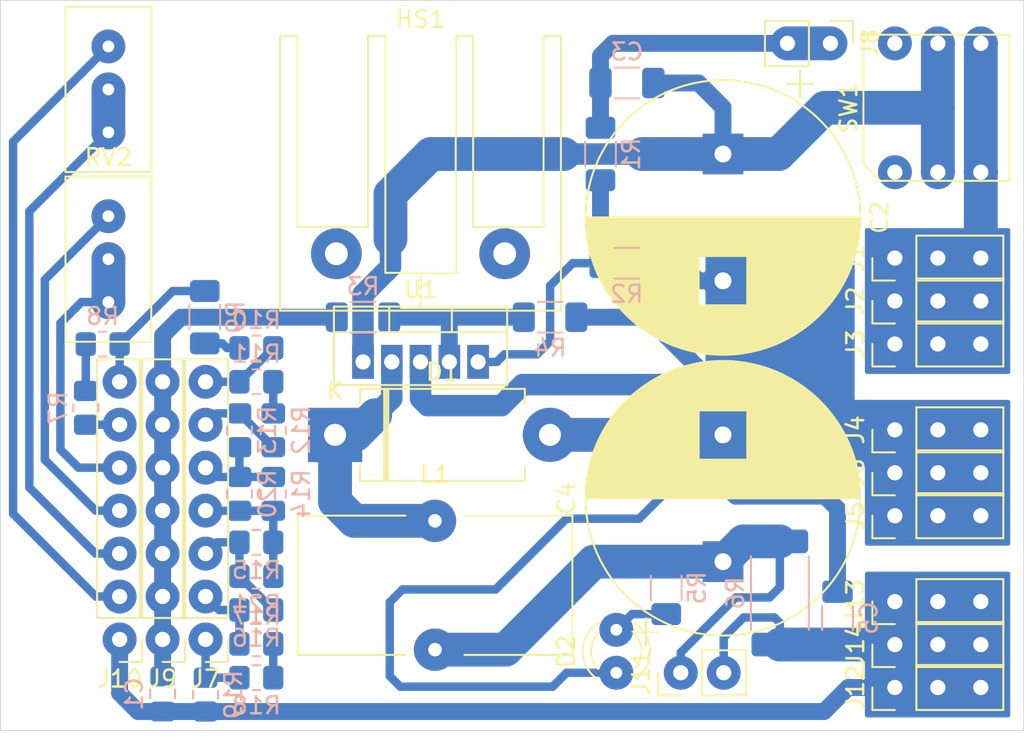
<source format=kicad_pcb>
(kicad_pcb (version 20171130) (host pcbnew 5.1.9-73d0e3b20d~88~ubuntu20.04.1)

  (general
    (thickness 1)
    (drawings 37)
    (tracks 157)
    (zones 0)
    (modules 48)
    (nets 29)
  )

  (page A4)
  (layers
    (0 F.Cu signal hide)
    (31 B.Cu signal)
    (32 B.Adhes user hide)
    (33 F.Adhes user hide)
    (34 B.Paste user hide)
    (35 F.Paste user hide)
    (36 B.SilkS user hide)
    (37 F.SilkS user hide)
    (38 B.Mask user)
    (39 F.Mask user hide)
    (40 Dwgs.User user hide)
    (41 Cmts.User user hide)
    (42 Eco1.User user)
    (43 Eco2.User user hide)
    (44 Edge.Cuts user)
    (45 Margin user hide)
    (46 B.CrtYd user)
    (47 F.CrtYd user)
    (48 B.Fab user)
    (49 F.Fab user)
  )

  (setup
    (last_trace_width 0.25)
    (user_trace_width 0.3)
    (user_trace_width 0.35)
    (user_trace_width 0.4)
    (user_trace_width 0.45)
    (user_trace_width 0.5)
    (user_trace_width 0.6)
    (user_trace_width 0.7)
    (user_trace_width 0.8)
    (user_trace_width 0.9)
    (user_trace_width 1)
    (user_trace_width 1.27)
    (user_trace_width 1.5)
    (user_trace_width 2)
    (trace_clearance 0.2)
    (zone_clearance 0.508)
    (zone_45_only no)
    (trace_min 0.2)
    (via_size 0.8)
    (via_drill 0.4)
    (via_min_size 0.4)
    (via_min_drill 0.3)
    (user_via 1.6 0.5)
    (uvia_size 0.3)
    (uvia_drill 0.1)
    (uvias_allowed no)
    (uvia_min_size 0.2)
    (uvia_min_drill 0.1)
    (edge_width 0.05)
    (segment_width 0.2)
    (pcb_text_width 0.3)
    (pcb_text_size 1.5 1.5)
    (mod_edge_width 0.12)
    (mod_text_size 1 1)
    (mod_text_width 0.15)
    (pad_size 2.5 2.5)
    (pad_drill 0.8)
    (pad_to_mask_clearance 0.051)
    (solder_mask_min_width 0.25)
    (aux_axis_origin 0 0)
    (visible_elements FFFFFFFF)
    (pcbplotparams
      (layerselection 0x00040_7ffffffe)
      (usegerberextensions false)
      (usegerberattributes true)
      (usegerberadvancedattributes true)
      (creategerberjobfile true)
      (excludeedgelayer false)
      (linewidth 0.100000)
      (plotframeref false)
      (viasonmask true)
      (mode 1)
      (useauxorigin false)
      (hpglpennumber 1)
      (hpglpenspeed 20)
      (hpglpendiameter 15.000000)
      (psnegative false)
      (psa4output false)
      (plotreference false)
      (plotvalue false)
      (plotinvisibletext false)
      (padsonsilk true)
      (subtractmaskfromsilk false)
      (outputformat 5)
      (mirror false)
      (drillshape 2)
      (scaleselection 1)
      (outputdirectory ""))
  )

  (net 0 "")
  (net 1 GNDD)
  (net 2 "Net-(D1-Pad1)")
  (net 3 "Net-(D2-Pad2)")
  (net 4 "Net-(J1-Pad1)")
  (net 5 /stdnreg.vout)
  (net 6 "Net-(R1-Pad1)")
  (net 7 /stdnreg.fb)
  (net 8 /stdnreg.24.15V)
  (net 9 /stdnreg.19.2V)
  (net 10 /stdnreg.15.2V)
  (net 11 /stdnreg.12.3V)
  (net 12 /stdnreg.9.2V)
  (net 13 /stdnreg.5.15V)
  (net 14 /stdnreg.3.33V)
  (net 15 /stdnreg.1.81V)
  (net 16 /stdnreg.coarse1)
  (net 17 /stdnreg.coarse2)
  (net 18 /stdnreg.fine1)
  (net 19 /stdnreg.fine2)
  (net 20 "Net-(C2-Pad1)")
  (net 21 "Net-(C3-Pad2)")
  (net 22 "Net-(C4-Pad1)")
  (net 23 "Net-(R3-Pad1)")
  (net 24 "Net-(R7-Pad1)")
  (net 25 "Net-(R10-Pad2)")
  (net 26 "Net-(R11-Pad1)")
  (net 27 /stdnreg.7.5V)
  (net 28 "Net-(R17-Pad1)")

  (net_class Default "This is the default net class."
    (clearance 0.2)
    (trace_width 0.25)
    (via_dia 0.8)
    (via_drill 0.4)
    (uvia_dia 0.3)
    (uvia_drill 0.1)
    (add_net /stdnreg.1.81V)
    (add_net /stdnreg.12.3V)
    (add_net /stdnreg.15.2V)
    (add_net /stdnreg.19.2V)
    (add_net /stdnreg.24.15V)
    (add_net /stdnreg.3.33V)
    (add_net /stdnreg.5.15V)
    (add_net /stdnreg.7.5V)
    (add_net /stdnreg.9.2V)
    (add_net /stdnreg.coarse1)
    (add_net /stdnreg.coarse2)
    (add_net /stdnreg.fb)
    (add_net /stdnreg.fine1)
    (add_net /stdnreg.fine2)
    (add_net /stdnreg.vout)
    (add_net GNDD)
    (add_net "Net-(C2-Pad1)")
    (add_net "Net-(C3-Pad2)")
    (add_net "Net-(C4-Pad1)")
    (add_net "Net-(D1-Pad1)")
    (add_net "Net-(D2-Pad2)")
    (add_net "Net-(J1-Pad1)")
    (add_net "Net-(R1-Pad1)")
    (add_net "Net-(R10-Pad2)")
    (add_net "Net-(R11-Pad1)")
    (add_net "Net-(R17-Pad1)")
    (add_net "Net-(R3-Pad1)")
    (add_net "Net-(R7-Pad1)")
  )

  (module Capacitor_SMD:C_0805_2012Metric_Pad1.18x1.45mm_HandSolder (layer B.Cu) (tedit 5F68FEEF) (tstamp 6029A734)
    (at 128.20142 127.46618 270)
    (descr "Capacitor SMD 0805 (2012 Metric), square (rectangular) end terminal, IPC_7351 nominal with elongated pad for handsoldering. (Body size source: IPC-SM-782 page 76, https://www.pcb-3d.com/wordpress/wp-content/uploads/ipc-sm-782a_amendment_1_and_2.pdf, https://docs.google.com/spreadsheets/d/1BsfQQcO9C6DZCsRaXUlFlo91Tg2WpOkGARC1WS5S8t0/edit?usp=sharing), generated with kicad-footprint-generator")
    (tags "capacitor handsolder")
    (path /6030CBF5)
    (attr smd)
    (fp_text reference C1 (at 0 1.68 90) (layer B.SilkS)
      (effects (font (size 1 1) (thickness 0.15)) (justify mirror))
    )
    (fp_text value 100nF (at 0 -1.68 90) (layer B.Fab)
      (effects (font (size 1 1) (thickness 0.15)) (justify mirror))
    )
    (fp_line (start 1.88 -0.98) (end -1.88 -0.98) (layer B.CrtYd) (width 0.05))
    (fp_line (start 1.88 0.98) (end 1.88 -0.98) (layer B.CrtYd) (width 0.05))
    (fp_line (start -1.88 0.98) (end 1.88 0.98) (layer B.CrtYd) (width 0.05))
    (fp_line (start -1.88 -0.98) (end -1.88 0.98) (layer B.CrtYd) (width 0.05))
    (fp_line (start -0.261252 -0.735) (end 0.261252 -0.735) (layer B.SilkS) (width 0.12))
    (fp_line (start -0.261252 0.735) (end 0.261252 0.735) (layer B.SilkS) (width 0.12))
    (fp_line (start 1 -0.625) (end -1 -0.625) (layer B.Fab) (width 0.1))
    (fp_line (start 1 0.625) (end 1 -0.625) (layer B.Fab) (width 0.1))
    (fp_line (start -1 0.625) (end 1 0.625) (layer B.Fab) (width 0.1))
    (fp_line (start -1 -0.625) (end -1 0.625) (layer B.Fab) (width 0.1))
    (fp_text user %R (at 0 0 90) (layer B.Fab)
      (effects (font (size 0.5 0.5) (thickness 0.08)) (justify mirror))
    )
    (pad 2 smd roundrect (at 1.0375 0 270) (size 1.175 1.45) (layers B.Cu B.Paste B.Mask) (roundrect_rratio 0.2127659574468085)
      (net 5 /stdnreg.vout))
    (pad 1 smd roundrect (at -1.0375 0 270) (size 1.175 1.45) (layers B.Cu B.Paste B.Mask) (roundrect_rratio 0.2127659574468085)
      (net 7 /stdnreg.fb))
    (model ${KISYS3DMOD}/Capacitor_SMD.3dshapes/C_0805_2012Metric.wrl
      (at (xyz 0 0 0))
      (scale (xyz 1 1 1))
      (rotate (xyz 0 0 0))
    )
  )

  (module Resistor_SMD:R_1206_3216Metric_Pad1.30x1.75mm_HandSolder (layer B.Cu) (tedit 5F68FEEE) (tstamp 6029A5E4)
    (at 130.69316 105.1814 90)
    (descr "Resistor SMD 1206 (3216 Metric), square (rectangular) end terminal, IPC_7351 nominal with elongated pad for handsoldering. (Body size source: IPC-SM-782 page 72, https://www.pcb-3d.com/wordpress/wp-content/uploads/ipc-sm-782a_amendment_1_and_2.pdf), generated with kicad-footprint-generator")
    (tags "resistor handsolder")
    (path /66EE35CC)
    (attr smd)
    (fp_text reference R9 (at 0 1.82 90) (layer B.SilkS)
      (effects (font (size 1 1) (thickness 0.15)) (justify mirror))
    )
    (fp_text value 5.1k (at 0 -1.82 90) (layer B.Fab)
      (effects (font (size 1 1) (thickness 0.15)) (justify mirror))
    )
    (fp_line (start 2.45 -1.12) (end -2.45 -1.12) (layer B.CrtYd) (width 0.05))
    (fp_line (start 2.45 1.12) (end 2.45 -1.12) (layer B.CrtYd) (width 0.05))
    (fp_line (start -2.45 1.12) (end 2.45 1.12) (layer B.CrtYd) (width 0.05))
    (fp_line (start -2.45 -1.12) (end -2.45 1.12) (layer B.CrtYd) (width 0.05))
    (fp_line (start -0.727064 -0.91) (end 0.727064 -0.91) (layer B.SilkS) (width 0.12))
    (fp_line (start -0.727064 0.91) (end 0.727064 0.91) (layer B.SilkS) (width 0.12))
    (fp_line (start 1.6 -0.8) (end -1.6 -0.8) (layer B.Fab) (width 0.1))
    (fp_line (start 1.6 0.8) (end 1.6 -0.8) (layer B.Fab) (width 0.1))
    (fp_line (start -1.6 0.8) (end 1.6 0.8) (layer B.Fab) (width 0.1))
    (fp_line (start -1.6 -0.8) (end -1.6 0.8) (layer B.Fab) (width 0.1))
    (fp_text user %R (at 0 0 90) (layer B.Fab)
      (effects (font (size 0.8 0.8) (thickness 0.12)) (justify mirror))
    )
    (pad 2 smd roundrect (at 1.55 0 90) (size 1.3 1.75) (layers B.Cu B.Paste B.Mask) (roundrect_rratio 0.1923069230769231)
      (net 9 /stdnreg.19.2V))
    (pad 1 smd roundrect (at -1.55 0 90) (size 1.3 1.75) (layers B.Cu B.Paste B.Mask) (roundrect_rratio 0.1923069230769231)
      (net 25 "Net-(R10-Pad2)"))
    (model ${KISYS3DMOD}/Resistor_SMD.3dshapes/R_1206_3216Metric.wrl
      (at (xyz 0 0 0))
      (scale (xyz 1 1 1))
      (rotate (xyz 0 0 0))
    )
  )

  (module Resistor_SMD:R_0805_2012Metric_Pad1.20x1.40mm_HandSolder (layer B.Cu) (tedit 5F68FEEE) (tstamp 6029A404)
    (at 123.6599 110.54156 270)
    (descr "Resistor SMD 0805 (2012 Metric), square (rectangular) end terminal, IPC_7351 nominal with elongated pad for handsoldering. (Body size source: IPC-SM-782 page 72, https://www.pcb-3d.com/wordpress/wp-content/uploads/ipc-sm-782a_amendment_1_and_2.pdf), generated with kicad-footprint-generator")
    (tags "resistor handsolder")
    (path /66FE3229)
    (attr smd)
    (fp_text reference R7 (at 0 1.65 90) (layer B.SilkS)
      (effects (font (size 1 1) (thickness 0.15)) (justify mirror))
    )
    (fp_text value 6.2k (at 0 -1.65 90) (layer B.Fab)
      (effects (font (size 1 1) (thickness 0.15)) (justify mirror))
    )
    (fp_line (start 1.85 -0.95) (end -1.85 -0.95) (layer B.CrtYd) (width 0.05))
    (fp_line (start 1.85 0.95) (end 1.85 -0.95) (layer B.CrtYd) (width 0.05))
    (fp_line (start -1.85 0.95) (end 1.85 0.95) (layer B.CrtYd) (width 0.05))
    (fp_line (start -1.85 -0.95) (end -1.85 0.95) (layer B.CrtYd) (width 0.05))
    (fp_line (start -0.227064 -0.735) (end 0.227064 -0.735) (layer B.SilkS) (width 0.12))
    (fp_line (start -0.227064 0.735) (end 0.227064 0.735) (layer B.SilkS) (width 0.12))
    (fp_line (start 1 -0.625) (end -1 -0.625) (layer B.Fab) (width 0.1))
    (fp_line (start 1 0.625) (end 1 -0.625) (layer B.Fab) (width 0.1))
    (fp_line (start -1 0.625) (end 1 0.625) (layer B.Fab) (width 0.1))
    (fp_line (start -1 -0.625) (end -1 0.625) (layer B.Fab) (width 0.1))
    (fp_text user %R (at 0 0 90) (layer B.Fab)
      (effects (font (size 0.5 0.5) (thickness 0.08)) (justify mirror))
    )
    (pad 2 smd roundrect (at 1 0 270) (size 1.2 1.4) (layers B.Cu B.Paste B.Mask) (roundrect_rratio 0.2083325)
      (net 8 /stdnreg.24.15V))
    (pad 1 smd roundrect (at -1 0 270) (size 1.2 1.4) (layers B.Cu B.Paste B.Mask) (roundrect_rratio 0.2083325)
      (net 24 "Net-(R7-Pad1)"))
    (model ${KISYS3DMOD}/Resistor_SMD.3dshapes/R_0805_2012Metric.wrl
      (at (xyz 0 0 0))
      (scale (xyz 1 1 1))
      (rotate (xyz 0 0 0))
    )
  )

  (module Resistor_SMD:R_0805_2012Metric_Pad1.20x1.40mm_HandSolder (layer B.Cu) (tedit 5F68FEEE) (tstamp 6029A512)
    (at 133.74294 120.50014)
    (descr "Resistor SMD 0805 (2012 Metric), square (rectangular) end terminal, IPC_7351 nominal with elongated pad for handsoldering. (Body size source: IPC-SM-782 page 72, https://www.pcb-3d.com/wordpress/wp-content/uploads/ipc-sm-782a_amendment_1_and_2.pdf), generated with kicad-footprint-generator")
    (tags "resistor handsolder")
    (path /604183F7)
    (attr smd)
    (fp_text reference R21 (at 0 1.65) (layer B.SilkS)
      (effects (font (size 1 1) (thickness 0.15)) (justify mirror))
    )
    (fp_text value "3.74k 1%" (at 0 -1.65) (layer B.Fab)
      (effects (font (size 1 1) (thickness 0.15)) (justify mirror))
    )
    (fp_line (start 1.85 -0.95) (end -1.85 -0.95) (layer B.CrtYd) (width 0.05))
    (fp_line (start 1.85 0.95) (end 1.85 -0.95) (layer B.CrtYd) (width 0.05))
    (fp_line (start -1.85 0.95) (end 1.85 0.95) (layer B.CrtYd) (width 0.05))
    (fp_line (start -1.85 -0.95) (end -1.85 0.95) (layer B.CrtYd) (width 0.05))
    (fp_line (start -0.227064 -0.735) (end 0.227064 -0.735) (layer B.SilkS) (width 0.12))
    (fp_line (start -0.227064 0.735) (end 0.227064 0.735) (layer B.SilkS) (width 0.12))
    (fp_line (start 1 -0.625) (end -1 -0.625) (layer B.Fab) (width 0.1))
    (fp_line (start 1 0.625) (end 1 -0.625) (layer B.Fab) (width 0.1))
    (fp_line (start -1 0.625) (end 1 0.625) (layer B.Fab) (width 0.1))
    (fp_line (start -1 -0.625) (end -1 0.625) (layer B.Fab) (width 0.1))
    (fp_text user %R (at 0 0) (layer B.Fab)
      (effects (font (size 0.5 0.5) (thickness 0.08)) (justify mirror))
    )
    (pad 2 smd roundrect (at 1 0) (size 1.2 1.4) (layers B.Cu B.Paste B.Mask) (roundrect_rratio 0.2083325)
      (net 27 /stdnreg.7.5V))
    (pad 1 smd roundrect (at -1 0) (size 1.2 1.4) (layers B.Cu B.Paste B.Mask) (roundrect_rratio 0.2083325)
      (net 13 /stdnreg.5.15V))
    (model ${KISYS3DMOD}/Resistor_SMD.3dshapes/R_0805_2012Metric.wrl
      (at (xyz 0 0 0))
      (scale (xyz 1 1 1))
      (rotate (xyz 0 0 0))
    )
  )

  (module Resistor_SMD:R_0805_2012Metric_Pad1.20x1.40mm_HandSolder (layer B.Cu) (tedit 5F68FEEE) (tstamp 6029A67A)
    (at 133.74294 118.49862)
    (descr "Resistor SMD 0805 (2012 Metric), square (rectangular) end terminal, IPC_7351 nominal with elongated pad for handsoldering. (Body size source: IPC-SM-782 page 72, https://www.pcb-3d.com/wordpress/wp-content/uploads/ipc-sm-782a_amendment_1_and_2.pdf), generated with kicad-footprint-generator")
    (tags "resistor handsolder")
    (path /604183EB)
    (attr smd)
    (fp_text reference R15 (at 0 1.65) (layer B.SilkS)
      (effects (font (size 1 1) (thickness 0.15)) (justify mirror))
    )
    (fp_text value "20k 1%" (at 0 -1.65) (layer B.Fab)
      (effects (font (size 1 1) (thickness 0.15)) (justify mirror))
    )
    (fp_line (start 1.85 -0.95) (end -1.85 -0.95) (layer B.CrtYd) (width 0.05))
    (fp_line (start 1.85 0.95) (end 1.85 -0.95) (layer B.CrtYd) (width 0.05))
    (fp_line (start -1.85 0.95) (end 1.85 0.95) (layer B.CrtYd) (width 0.05))
    (fp_line (start -1.85 -0.95) (end -1.85 0.95) (layer B.CrtYd) (width 0.05))
    (fp_line (start -0.227064 -0.735) (end 0.227064 -0.735) (layer B.SilkS) (width 0.12))
    (fp_line (start -0.227064 0.735) (end 0.227064 0.735) (layer B.SilkS) (width 0.12))
    (fp_line (start 1 -0.625) (end -1 -0.625) (layer B.Fab) (width 0.1))
    (fp_line (start 1 0.625) (end 1 -0.625) (layer B.Fab) (width 0.1))
    (fp_line (start -1 0.625) (end 1 0.625) (layer B.Fab) (width 0.1))
    (fp_line (start -1 -0.625) (end -1 0.625) (layer B.Fab) (width 0.1))
    (fp_text user %R (at 0 0) (layer B.Fab)
      (effects (font (size 0.5 0.5) (thickness 0.08)) (justify mirror))
    )
    (pad 2 smd roundrect (at 1 0) (size 1.2 1.4) (layers B.Cu B.Paste B.Mask) (roundrect_rratio 0.2083325)
      (net 27 /stdnreg.7.5V))
    (pad 1 smd roundrect (at -1 0) (size 1.2 1.4) (layers B.Cu B.Paste B.Mask) (roundrect_rratio 0.2083325)
      (net 13 /stdnreg.5.15V))
    (model ${KISYS3DMOD}/Resistor_SMD.3dshapes/R_0805_2012Metric.wrl
      (at (xyz 0 0 0))
      (scale (xyz 1 1 1))
      (rotate (xyz 0 0 0))
    )
  )

  (module Connector_PinHeader_2.54mm:PinHeader_1x07_P2.54mm_Vertical (layer F.Cu) (tedit 59FED5CC) (tstamp 6029A43E)
    (at 125.66142 124.24156 180)
    (descr "Through hole straight pin header, 1x07, 2.54mm pitch, single row")
    (tags "Through hole pin header THT 1x07 2.54mm single row")
    (path /60230FE6)
    (fp_text reference J10 (at 0 -2.33) (layer F.SilkS)
      (effects (font (size 1 1) (thickness 0.15)))
    )
    (fp_text value Conn_01x06 (at 0 17.57) (layer F.Fab)
      (effects (font (size 1 1) (thickness 0.15)))
    )
    (fp_line (start -0.635 -1.27) (end 1.27 -1.27) (layer F.Fab) (width 0.1))
    (fp_line (start 1.27 -1.27) (end 1.27 16.51) (layer F.Fab) (width 0.1))
    (fp_line (start 1.27 16.51) (end -1.27 16.51) (layer F.Fab) (width 0.1))
    (fp_line (start -1.27 16.51) (end -1.27 -0.635) (layer F.Fab) (width 0.1))
    (fp_line (start -1.27 -0.635) (end -0.635 -1.27) (layer F.Fab) (width 0.1))
    (fp_line (start -1.33 16.57) (end 1.33 16.57) (layer F.SilkS) (width 0.12))
    (fp_line (start -1.33 1.27) (end -1.33 16.57) (layer F.SilkS) (width 0.12))
    (fp_line (start 1.33 1.27) (end 1.33 16.57) (layer F.SilkS) (width 0.12))
    (fp_line (start -1.33 1.27) (end 1.33 1.27) (layer F.SilkS) (width 0.12))
    (fp_line (start -1.33 0) (end -1.33 -1.33) (layer F.SilkS) (width 0.12))
    (fp_line (start -1.33 -1.33) (end 0 -1.33) (layer F.SilkS) (width 0.12))
    (fp_line (start -1.8 -1.8) (end -1.8 17.05) (layer F.CrtYd) (width 0.05))
    (fp_line (start -1.8 17.05) (end 1.8 17.05) (layer F.CrtYd) (width 0.05))
    (fp_line (start 1.8 17.05) (end 1.8 -1.8) (layer F.CrtYd) (width 0.05))
    (fp_line (start 1.8 -1.8) (end -1.8 -1.8) (layer F.CrtYd) (width 0.05))
    (fp_text user %R (at 0 7.62 90) (layer F.Fab)
      (effects (font (size 1 1) (thickness 0.15)))
    )
    (pad 1 thru_hole circle (at 0 0 180) (size 2 2) (drill 0.9) (layers *.Cu *.Mask)
      (net 5 /stdnreg.vout))
    (pad 2 thru_hole circle (at 0 2.54 180) (size 2 2) (drill 0.9) (layers *.Cu *.Mask)
      (net 16 /stdnreg.coarse1))
    (pad 3 thru_hole circle (at 0 5.08 180) (size 2 2) (drill 0.9) (layers *.Cu *.Mask)
      (net 17 /stdnreg.coarse2))
    (pad 4 thru_hole circle (at 0 7.62 180) (size 2 2) (drill 0.9) (layers *.Cu *.Mask)
      (net 18 /stdnreg.fine1))
    (pad 5 thru_hole circle (at 0 10.16 180) (size 2 2) (drill 0.9) (layers *.Cu *.Mask)
      (net 19 /stdnreg.fine2))
    (pad 6 thru_hole circle (at 0 12.7 180) (size 2 2) (drill 0.9) (layers *.Cu *.Mask)
      (net 8 /stdnreg.24.15V))
    (pad 7 thru_hole circle (at 0 15.24 180) (size 2 2) (drill 0.9) (layers *.Cu *.Mask)
      (net 9 /stdnreg.19.2V))
    (model ${KISYS3DMOD}/Connector_PinHeader_2.54mm.3dshapes/PinHeader_1x07_P2.54mm_Vertical.wrl
      (at (xyz 0 0 0))
      (scale (xyz 1 1 1))
      (rotate (xyz 0 0 0))
    )
  )

  (module Connector_PinHeader_2.54mm:PinHeader_1x07_P2.54mm_Vertical (layer F.Cu) (tedit 59FED5CC) (tstamp 6029A6ED)
    (at 128.20142 124.24156 180)
    (descr "Through hole straight pin header, 1x07, 2.54mm pitch, single row")
    (tags "Through hole pin header THT 1x07 2.54mm single row")
    (path /602292F7)
    (fp_text reference J9 (at 0 -2.33) (layer F.SilkS)
      (effects (font (size 1 1) (thickness 0.15)))
    )
    (fp_text value Conn_01x06 (at 0 17.57) (layer F.Fab)
      (effects (font (size 1 1) (thickness 0.15)))
    )
    (fp_line (start -0.635 -1.27) (end 1.27 -1.27) (layer F.Fab) (width 0.1))
    (fp_line (start 1.27 -1.27) (end 1.27 16.51) (layer F.Fab) (width 0.1))
    (fp_line (start 1.27 16.51) (end -1.27 16.51) (layer F.Fab) (width 0.1))
    (fp_line (start -1.27 16.51) (end -1.27 -0.635) (layer F.Fab) (width 0.1))
    (fp_line (start -1.27 -0.635) (end -0.635 -1.27) (layer F.Fab) (width 0.1))
    (fp_line (start -1.33 16.57) (end 1.33 16.57) (layer F.SilkS) (width 0.12))
    (fp_line (start -1.33 1.27) (end -1.33 16.57) (layer F.SilkS) (width 0.12))
    (fp_line (start 1.33 1.27) (end 1.33 16.57) (layer F.SilkS) (width 0.12))
    (fp_line (start -1.33 1.27) (end 1.33 1.27) (layer F.SilkS) (width 0.12))
    (fp_line (start -1.33 0) (end -1.33 -1.33) (layer F.SilkS) (width 0.12))
    (fp_line (start -1.33 -1.33) (end 0 -1.33) (layer F.SilkS) (width 0.12))
    (fp_line (start -1.8 -1.8) (end -1.8 17.05) (layer F.CrtYd) (width 0.05))
    (fp_line (start -1.8 17.05) (end 1.8 17.05) (layer F.CrtYd) (width 0.05))
    (fp_line (start 1.8 17.05) (end 1.8 -1.8) (layer F.CrtYd) (width 0.05))
    (fp_line (start 1.8 -1.8) (end -1.8 -1.8) (layer F.CrtYd) (width 0.05))
    (fp_text user %R (at 0 7.62 90) (layer F.Fab)
      (effects (font (size 1 1) (thickness 0.15)))
    )
    (pad 1 thru_hole circle (at 0 0 180) (size 2 2) (drill 0.9) (layers *.Cu *.Mask)
      (net 7 /stdnreg.fb))
    (pad 2 thru_hole circle (at 0 2.54 180) (size 2 2) (drill 0.9) (layers *.Cu *.Mask)
      (net 7 /stdnreg.fb))
    (pad 3 thru_hole circle (at 0 5.08 180) (size 2 2) (drill 0.9) (layers *.Cu *.Mask)
      (net 7 /stdnreg.fb))
    (pad 4 thru_hole circle (at 0 7.62 180) (size 2 2) (drill 0.9) (layers *.Cu *.Mask)
      (net 7 /stdnreg.fb))
    (pad 5 thru_hole circle (at 0 10.16 180) (size 2 2) (drill 0.9) (layers *.Cu *.Mask)
      (net 7 /stdnreg.fb))
    (pad 6 thru_hole circle (at 0 12.7 180) (size 2 2) (drill 0.9) (layers *.Cu *.Mask)
      (net 7 /stdnreg.fb))
    (pad 7 thru_hole circle (at 0 15.24 180) (size 2 2) (drill 0.9) (layers *.Cu *.Mask)
      (net 7 /stdnreg.fb))
    (model ${KISYS3DMOD}/Connector_PinHeader_2.54mm.3dshapes/PinHeader_1x07_P2.54mm_Vertical.wrl
      (at (xyz 0 0 0))
      (scale (xyz 1 1 1))
      (rotate (xyz 0 0 0))
    )
  )

  (module Connector_PinHeader_2.54mm:PinHeader_1x07_P2.54mm_Vertical (layer F.Cu) (tedit 59FED5CC) (tstamp 6029A48C)
    (at 130.74142 124.24156 180)
    (descr "Through hole straight pin header, 1x07, 2.54mm pitch, single row")
    (tags "Through hole pin header THT 1x07 2.54mm single row")
    (path /60220211)
    (fp_text reference J7 (at 0 -2.33) (layer F.SilkS)
      (effects (font (size 1 1) (thickness 0.15)))
    )
    (fp_text value Conn_01x06 (at 0 17.57) (layer F.Fab)
      (effects (font (size 1 1) (thickness 0.15)))
    )
    (fp_line (start -0.635 -1.27) (end 1.27 -1.27) (layer F.Fab) (width 0.1))
    (fp_line (start 1.27 -1.27) (end 1.27 16.51) (layer F.Fab) (width 0.1))
    (fp_line (start 1.27 16.51) (end -1.27 16.51) (layer F.Fab) (width 0.1))
    (fp_line (start -1.27 16.51) (end -1.27 -0.635) (layer F.Fab) (width 0.1))
    (fp_line (start -1.27 -0.635) (end -0.635 -1.27) (layer F.Fab) (width 0.1))
    (fp_line (start -1.33 16.57) (end 1.33 16.57) (layer F.SilkS) (width 0.12))
    (fp_line (start -1.33 1.27) (end -1.33 16.57) (layer F.SilkS) (width 0.12))
    (fp_line (start 1.33 1.27) (end 1.33 16.57) (layer F.SilkS) (width 0.12))
    (fp_line (start -1.33 1.27) (end 1.33 1.27) (layer F.SilkS) (width 0.12))
    (fp_line (start -1.33 0) (end -1.33 -1.33) (layer F.SilkS) (width 0.12))
    (fp_line (start -1.33 -1.33) (end 0 -1.33) (layer F.SilkS) (width 0.12))
    (fp_line (start -1.8 -1.8) (end -1.8 17.05) (layer F.CrtYd) (width 0.05))
    (fp_line (start -1.8 17.05) (end 1.8 17.05) (layer F.CrtYd) (width 0.05))
    (fp_line (start 1.8 17.05) (end 1.8 -1.8) (layer F.CrtYd) (width 0.05))
    (fp_line (start 1.8 -1.8) (end -1.8 -1.8) (layer F.CrtYd) (width 0.05))
    (fp_text user %R (at 0 7.62 90) (layer F.Fab)
      (effects (font (size 1 1) (thickness 0.15)))
    )
    (pad 1 thru_hole circle (at 0 0 180) (size 2 2) (drill 0.9) (layers *.Cu *.Mask)
      (net 15 /stdnreg.1.81V))
    (pad 2 thru_hole circle (at 0 2.54 180) (size 2 2) (drill 0.9) (layers *.Cu *.Mask)
      (net 14 /stdnreg.3.33V))
    (pad 3 thru_hole circle (at 0 5.08 180) (size 2 2) (drill 0.9) (layers *.Cu *.Mask)
      (net 13 /stdnreg.5.15V))
    (pad 4 thru_hole circle (at 0 7.62 180) (size 2 2) (drill 0.9) (layers *.Cu *.Mask)
      (net 27 /stdnreg.7.5V))
    (pad 5 thru_hole circle (at 0 10.16 180) (size 2 2) (drill 0.9) (layers *.Cu *.Mask)
      (net 12 /stdnreg.9.2V))
    (pad 6 thru_hole circle (at 0 12.7 180) (size 2 2) (drill 0.9) (layers *.Cu *.Mask)
      (net 11 /stdnreg.12.3V))
    (pad 7 thru_hole circle (at 0 15.24 180) (size 2 2) (drill 0.9) (layers *.Cu *.Mask)
      (net 10 /stdnreg.15.2V))
    (model ${KISYS3DMOD}/Connector_PinHeader_2.54mm.3dshapes/PinHeader_1x07_P2.54mm_Vertical.wrl
      (at (xyz 0 0 0))
      (scale (xyz 1 1 1))
      (rotate (xyz 0 0 0))
    )
  )

  (module Resistor_SMD:R_1206_3216Metric_Pad1.30x1.75mm_HandSolder (layer B.Cu) (tedit 5F68FEEE) (tstamp 6024D5D5)
    (at 155.63402 101.98862)
    (descr "Resistor SMD 1206 (3216 Metric), square (rectangular) end terminal, IPC_7351 nominal with elongated pad for handsoldering. (Body size source: IPC-SM-782 page 72, https://www.pcb-3d.com/wordpress/wp-content/uploads/ipc-sm-782a_amendment_1_and_2.pdf), generated with kicad-footprint-generator")
    (tags "resistor handsolder")
    (path /60D1F346)
    (attr smd)
    (fp_text reference R2 (at 0 1.82) (layer B.SilkS)
      (effects (font (size 1 1) (thickness 0.15)) (justify mirror))
    )
    (fp_text value 47k (at 0 -1.82) (layer B.Fab)
      (effects (font (size 1 1) (thickness 0.15)) (justify mirror))
    )
    (fp_line (start -1.6 -0.8) (end -1.6 0.8) (layer B.Fab) (width 0.1))
    (fp_line (start -1.6 0.8) (end 1.6 0.8) (layer B.Fab) (width 0.1))
    (fp_line (start 1.6 0.8) (end 1.6 -0.8) (layer B.Fab) (width 0.1))
    (fp_line (start 1.6 -0.8) (end -1.6 -0.8) (layer B.Fab) (width 0.1))
    (fp_line (start -0.727064 0.91) (end 0.727064 0.91) (layer B.SilkS) (width 0.12))
    (fp_line (start -0.727064 -0.91) (end 0.727064 -0.91) (layer B.SilkS) (width 0.12))
    (fp_line (start -2.45 -1.12) (end -2.45 1.12) (layer B.CrtYd) (width 0.05))
    (fp_line (start -2.45 1.12) (end 2.45 1.12) (layer B.CrtYd) (width 0.05))
    (fp_line (start 2.45 1.12) (end 2.45 -1.12) (layer B.CrtYd) (width 0.05))
    (fp_line (start 2.45 -1.12) (end -2.45 -1.12) (layer B.CrtYd) (width 0.05))
    (fp_text user %R (at 0 0) (layer B.Fab)
      (effects (font (size 0.8 0.8) (thickness 0.12)) (justify mirror))
    )
    (pad 2 smd roundrect (at 1.55 0) (size 1.3 1.75) (layers B.Cu B.Paste B.Mask) (roundrect_rratio 0.1923069230769231)
      (net 1 GNDD))
    (pad 1 smd roundrect (at -1.55 0) (size 1.3 1.75) (layers B.Cu B.Paste B.Mask) (roundrect_rratio 0.1923069230769231)
      (net 6 "Net-(R1-Pad1)"))
    (model ${KISYS3DMOD}/Resistor_SMD.3dshapes/R_1206_3216Metric.wrl
      (at (xyz 0 0 0))
      (scale (xyz 1 1 1))
      (rotate (xyz 0 0 0))
    )
  )

  (module Resistor_SMD:R_1206_3216Metric_Pad1.30x1.75mm_HandSolder (layer B.Cu) (tedit 5F68FEEE) (tstamp 60209582)
    (at 154.08402 95.5294 90)
    (descr "Resistor SMD 1206 (3216 Metric), square (rectangular) end terminal, IPC_7351 nominal with elongated pad for handsoldering. (Body size source: IPC-SM-782 page 72, https://www.pcb-3d.com/wordpress/wp-content/uploads/ipc-sm-782a_amendment_1_and_2.pdf), generated with kicad-footprint-generator")
    (tags "resistor handsolder")
    (path /60DD55F4)
    (attr smd)
    (fp_text reference R1 (at 0 1.82 90) (layer B.SilkS)
      (effects (font (size 1 1) (thickness 0.15)) (justify mirror))
    )
    (fp_text value 47k (at 0 -1.82 90) (layer B.Fab)
      (effects (font (size 1 1) (thickness 0.15)) (justify mirror))
    )
    (fp_line (start -1.6 -0.8) (end -1.6 0.8) (layer B.Fab) (width 0.1))
    (fp_line (start -1.6 0.8) (end 1.6 0.8) (layer B.Fab) (width 0.1))
    (fp_line (start 1.6 0.8) (end 1.6 -0.8) (layer B.Fab) (width 0.1))
    (fp_line (start 1.6 -0.8) (end -1.6 -0.8) (layer B.Fab) (width 0.1))
    (fp_line (start -0.727064 0.91) (end 0.727064 0.91) (layer B.SilkS) (width 0.12))
    (fp_line (start -0.727064 -0.91) (end 0.727064 -0.91) (layer B.SilkS) (width 0.12))
    (fp_line (start -2.45 -1.12) (end -2.45 1.12) (layer B.CrtYd) (width 0.05))
    (fp_line (start -2.45 1.12) (end 2.45 1.12) (layer B.CrtYd) (width 0.05))
    (fp_line (start 2.45 1.12) (end 2.45 -1.12) (layer B.CrtYd) (width 0.05))
    (fp_line (start 2.45 -1.12) (end -2.45 -1.12) (layer B.CrtYd) (width 0.05))
    (fp_text user %R (at 0 0 90) (layer B.Fab)
      (effects (font (size 0.8 0.8) (thickness 0.12)) (justify mirror))
    )
    (pad 2 smd roundrect (at 1.55 0 90) (size 1.3 1.75) (layers B.Cu B.Paste B.Mask) (roundrect_rratio 0.1923069230769231)
      (net 21 "Net-(C3-Pad2)"))
    (pad 1 smd roundrect (at -1.55 0 90) (size 1.3 1.75) (layers B.Cu B.Paste B.Mask) (roundrect_rratio 0.1923069230769231)
      (net 6 "Net-(R1-Pad1)"))
    (model ${KISYS3DMOD}/Resistor_SMD.3dshapes/R_1206_3216Metric.wrl
      (at (xyz 0 0 0))
      (scale (xyz 1 1 1))
      (rotate (xyz 0 0 0))
    )
  )

  (module LED_THT:LED_D3.0mm (layer F.Cu) (tedit 602C17F9) (tstamp 6020941F)
    (at 155.01874 126.2126 90)
    (descr "LED, diameter 3.0mm, 2 pins")
    (tags "LED diameter 3.0mm 2 pins")
    (path /60031DFB)
    (fp_text reference D2 (at 1.27 -2.96 90) (layer F.SilkS)
      (effects (font (size 1 1) (thickness 0.15)))
    )
    (fp_text value stdnreg.green (at 1.27 2.96 90) (layer F.Fab)
      (effects (font (size 1 1) (thickness 0.15)))
    )
    (fp_arc (start 1.27 0) (end -0.23 -1.16619) (angle 284.3) (layer F.Fab) (width 0.1))
    (fp_arc (start 1.27 0) (end -0.29 -1.235516) (angle 108.8) (layer F.SilkS) (width 0.12))
    (fp_arc (start 1.27 0) (end -0.29 1.235516) (angle -108.8) (layer F.SilkS) (width 0.12))
    (fp_arc (start 1.27 0) (end 0.229039 -1.08) (angle 87.9) (layer F.SilkS) (width 0.12))
    (fp_arc (start 1.27 0) (end 0.229039 1.08) (angle -87.9) (layer F.SilkS) (width 0.12))
    (fp_line (start 3.7 -2.25) (end -1.15 -2.25) (layer F.CrtYd) (width 0.05))
    (fp_line (start 3.7 2.25) (end 3.7 -2.25) (layer F.CrtYd) (width 0.05))
    (fp_line (start -1.15 2.25) (end 3.7 2.25) (layer F.CrtYd) (width 0.05))
    (fp_line (start -1.15 -2.25) (end -1.15 2.25) (layer F.CrtYd) (width 0.05))
    (fp_line (start -0.29 1.08) (end -0.29 1.236) (layer F.SilkS) (width 0.12))
    (fp_line (start -0.29 -1.236) (end -0.29 -1.08) (layer F.SilkS) (width 0.12))
    (fp_line (start -0.23 -1.16619) (end -0.23 1.16619) (layer F.Fab) (width 0.1))
    (fp_circle (center 1.27 0) (end 2.77 0) (layer F.Fab) (width 0.1))
    (pad 1 thru_hole circle (at 0 0 90) (size 2 2) (drill 0.7) (layers *.Cu *.Mask)
      (net 1 GNDD))
    (pad 2 thru_hole circle (at 2.54 0 90) (size 2 2) (drill 0.7) (layers *.Cu *.Mask)
      (net 3 "Net-(D2-Pad2)"))
    (model ${KISYS3DMOD}/LED_THT.3dshapes/LED_D3.0mm.wrl
      (at (xyz 0 0 0))
      (scale (xyz 1 1 1))
      (rotate (xyz 0 0 0))
    )
  )

  (module Resistor_SMD:R_1206_3216Metric_Pad1.30x1.75mm_HandSolder (layer B.Cu) (tedit 5F68FEEE) (tstamp 60284E63)
    (at 140.04798 105.1814 180)
    (descr "Resistor SMD 1206 (3216 Metric), square (rectangular) end terminal, IPC_7351 nominal with elongated pad for handsoldering. (Body size source: IPC-SM-782 page 72, https://www.pcb-3d.com/wordpress/wp-content/uploads/ipc-sm-782a_amendment_1_and_2.pdf), generated with kicad-footprint-generator")
    (tags "resistor handsolder")
    (path /602C2493)
    (attr smd)
    (fp_text reference R3 (at 0 1.82) (layer B.SilkS)
      (effects (font (size 1 1) (thickness 0.15)) (justify mirror))
    )
    (fp_text value 0R (at 0 -1.82) (layer B.Fab)
      (effects (font (size 1 1) (thickness 0.15)) (justify mirror))
    )
    (fp_line (start -1.6 -0.8) (end -1.6 0.8) (layer B.Fab) (width 0.1))
    (fp_line (start -1.6 0.8) (end 1.6 0.8) (layer B.Fab) (width 0.1))
    (fp_line (start 1.6 0.8) (end 1.6 -0.8) (layer B.Fab) (width 0.1))
    (fp_line (start 1.6 -0.8) (end -1.6 -0.8) (layer B.Fab) (width 0.1))
    (fp_line (start -0.727064 0.91) (end 0.727064 0.91) (layer B.SilkS) (width 0.12))
    (fp_line (start -0.727064 -0.91) (end 0.727064 -0.91) (layer B.SilkS) (width 0.12))
    (fp_line (start -2.45 -1.12) (end -2.45 1.12) (layer B.CrtYd) (width 0.05))
    (fp_line (start -2.45 1.12) (end 2.45 1.12) (layer B.CrtYd) (width 0.05))
    (fp_line (start 2.45 1.12) (end 2.45 -1.12) (layer B.CrtYd) (width 0.05))
    (fp_line (start 2.45 -1.12) (end -2.45 -1.12) (layer B.CrtYd) (width 0.05))
    (fp_text user %R (at 0 0) (layer B.Fab)
      (effects (font (size 0.8 0.8) (thickness 0.12)) (justify mirror))
    )
    (pad 2 smd roundrect (at 1.55 0 180) (size 1.3 1.75) (layers B.Cu B.Paste B.Mask) (roundrect_rratio 0.1923069230769231)
      (net 7 /stdnreg.fb))
    (pad 1 smd roundrect (at -1.55 0 180) (size 1.3 1.75) (layers B.Cu B.Paste B.Mask) (roundrect_rratio 0.1923069230769231)
      (net 23 "Net-(R3-Pad1)"))
    (model ${KISYS3DMOD}/Resistor_SMD.3dshapes/R_1206_3216Metric.wrl
      (at (xyz 0 0 0))
      (scale (xyz 1 1 1))
      (rotate (xyz 0 0 0))
    )
  )

  (module Connector_PinHeader_2.54mm:PinHeader_1x03_P2.54mm_Vertical (layer F.Cu) (tedit 59FED5CC) (tstamp 6028270C)
    (at 171.48556 124.54382 90)
    (descr "Through hole straight pin header, 1x03, 2.54mm pitch, single row")
    (tags "Through hole pin header THT 1x03 2.54mm single row")
    (path /605396B6)
    (fp_text reference J14 (at 0 -2.33 90) (layer F.SilkS)
      (effects (font (size 1 1) (thickness 0.15)))
    )
    (fp_text value stdnreg.vout (at 0 7.41 90) (layer F.Fab)
      (effects (font (size 1 1) (thickness 0.15)))
    )
    (fp_line (start -0.635 -1.27) (end 1.27 -1.27) (layer F.Fab) (width 0.1))
    (fp_line (start 1.27 -1.27) (end 1.27 6.35) (layer F.Fab) (width 0.1))
    (fp_line (start 1.27 6.35) (end -1.27 6.35) (layer F.Fab) (width 0.1))
    (fp_line (start -1.27 6.35) (end -1.27 -0.635) (layer F.Fab) (width 0.1))
    (fp_line (start -1.27 -0.635) (end -0.635 -1.27) (layer F.Fab) (width 0.1))
    (fp_line (start -1.33 6.41) (end 1.33 6.41) (layer F.SilkS) (width 0.12))
    (fp_line (start -1.33 1.27) (end -1.33 6.41) (layer F.SilkS) (width 0.12))
    (fp_line (start 1.33 1.27) (end 1.33 6.41) (layer F.SilkS) (width 0.12))
    (fp_line (start -1.33 1.27) (end 1.33 1.27) (layer F.SilkS) (width 0.12))
    (fp_line (start -1.33 0) (end -1.33 -1.33) (layer F.SilkS) (width 0.12))
    (fp_line (start -1.33 -1.33) (end 0 -1.33) (layer F.SilkS) (width 0.12))
    (fp_line (start -1.8 -1.8) (end -1.8 6.85) (layer F.CrtYd) (width 0.05))
    (fp_line (start -1.8 6.85) (end 1.8 6.85) (layer F.CrtYd) (width 0.05))
    (fp_line (start 1.8 6.85) (end 1.8 -1.8) (layer F.CrtYd) (width 0.05))
    (fp_line (start 1.8 -1.8) (end -1.8 -1.8) (layer F.CrtYd) (width 0.05))
    (fp_text user %R (at 0 2.54) (layer F.Fab)
      (effects (font (size 1 1) (thickness 0.15)))
    )
    (pad 1 thru_hole circle (at 0 0 90) (size 2 2) (drill 0.9) (layers *.Cu *.Mask)
      (net 5 /stdnreg.vout))
    (pad 2 thru_hole circle (at 0 2.54 90) (size 2 2) (drill 0.9) (layers *.Cu *.Mask)
      (net 5 /stdnreg.vout))
    (pad 3 thru_hole circle (at 0 5.08 90) (size 2 2) (drill 0.9) (layers *.Cu *.Mask)
      (net 5 /stdnreg.vout))
    (model ${KISYS3DMOD}/Connector_PinHeader_2.54mm.3dshapes/PinHeader_1x03_P2.54mm_Vertical.wrl
      (at (xyz 0 0 0))
      (scale (xyz 1 1 1))
      (rotate (xyz 0 0 0))
    )
  )

  (module Connector_PinHeader_2.54mm:PinHeader_1x03_P2.54mm_Vertical (layer F.Cu) (tedit 59FED5CC) (tstamp 602827D2)
    (at 171.48556 122.00382 90)
    (descr "Through hole straight pin header, 1x03, 2.54mm pitch, single row")
    (tags "Through hole pin header THT 1x03 2.54mm single row")
    (path /6053120E)
    (fp_text reference J13 (at 0 -2.33 90) (layer F.SilkS)
      (effects (font (size 1 1) (thickness 0.15)))
    )
    (fp_text value stdnreg.vout (at 0 7.41 90) (layer F.Fab)
      (effects (font (size 1 1) (thickness 0.15)))
    )
    (fp_line (start -0.635 -1.27) (end 1.27 -1.27) (layer F.Fab) (width 0.1))
    (fp_line (start 1.27 -1.27) (end 1.27 6.35) (layer F.Fab) (width 0.1))
    (fp_line (start 1.27 6.35) (end -1.27 6.35) (layer F.Fab) (width 0.1))
    (fp_line (start -1.27 6.35) (end -1.27 -0.635) (layer F.Fab) (width 0.1))
    (fp_line (start -1.27 -0.635) (end -0.635 -1.27) (layer F.Fab) (width 0.1))
    (fp_line (start -1.33 6.41) (end 1.33 6.41) (layer F.SilkS) (width 0.12))
    (fp_line (start -1.33 1.27) (end -1.33 6.41) (layer F.SilkS) (width 0.12))
    (fp_line (start 1.33 1.27) (end 1.33 6.41) (layer F.SilkS) (width 0.12))
    (fp_line (start -1.33 1.27) (end 1.33 1.27) (layer F.SilkS) (width 0.12))
    (fp_line (start -1.33 0) (end -1.33 -1.33) (layer F.SilkS) (width 0.12))
    (fp_line (start -1.33 -1.33) (end 0 -1.33) (layer F.SilkS) (width 0.12))
    (fp_line (start -1.8 -1.8) (end -1.8 6.85) (layer F.CrtYd) (width 0.05))
    (fp_line (start -1.8 6.85) (end 1.8 6.85) (layer F.CrtYd) (width 0.05))
    (fp_line (start 1.8 6.85) (end 1.8 -1.8) (layer F.CrtYd) (width 0.05))
    (fp_line (start 1.8 -1.8) (end -1.8 -1.8) (layer F.CrtYd) (width 0.05))
    (fp_text user %R (at 0 2.54) (layer F.Fab)
      (effects (font (size 1 1) (thickness 0.15)))
    )
    (pad 1 thru_hole circle (at 0 0 90) (size 2 2) (drill 0.9) (layers *.Cu *.Mask)
      (net 5 /stdnreg.vout))
    (pad 2 thru_hole circle (at 0 2.54 90) (size 2 2) (drill 0.9) (layers *.Cu *.Mask)
      (net 5 /stdnreg.vout))
    (pad 3 thru_hole circle (at 0 5.08 90) (size 2 2) (drill 0.9) (layers *.Cu *.Mask)
      (net 5 /stdnreg.vout))
    (model ${KISYS3DMOD}/Connector_PinHeader_2.54mm.3dshapes/PinHeader_1x03_P2.54mm_Vertical.wrl
      (at (xyz 0 0 0))
      (scale (xyz 1 1 1))
      (rotate (xyz 0 0 0))
    )
  )

  (module Connector_PinHeader_2.54mm:PinHeader_1x03_P2.54mm_Vertical (layer F.Cu) (tedit 59FED5CC) (tstamp 60282790)
    (at 171.48556 127.08382 90)
    (descr "Through hole straight pin header, 1x03, 2.54mm pitch, single row")
    (tags "Through hole pin header THT 1x03 2.54mm single row")
    (path /5F8750F4)
    (fp_text reference J12 (at 0 -2.33 90) (layer F.SilkS)
      (effects (font (size 1 1) (thickness 0.15)))
    )
    (fp_text value stdnreg.vout (at 0 7.41 90) (layer F.Fab)
      (effects (font (size 1 1) (thickness 0.15)))
    )
    (fp_line (start -0.635 -1.27) (end 1.27 -1.27) (layer F.Fab) (width 0.1))
    (fp_line (start 1.27 -1.27) (end 1.27 6.35) (layer F.Fab) (width 0.1))
    (fp_line (start 1.27 6.35) (end -1.27 6.35) (layer F.Fab) (width 0.1))
    (fp_line (start -1.27 6.35) (end -1.27 -0.635) (layer F.Fab) (width 0.1))
    (fp_line (start -1.27 -0.635) (end -0.635 -1.27) (layer F.Fab) (width 0.1))
    (fp_line (start -1.33 6.41) (end 1.33 6.41) (layer F.SilkS) (width 0.12))
    (fp_line (start -1.33 1.27) (end -1.33 6.41) (layer F.SilkS) (width 0.12))
    (fp_line (start 1.33 1.27) (end 1.33 6.41) (layer F.SilkS) (width 0.12))
    (fp_line (start -1.33 1.27) (end 1.33 1.27) (layer F.SilkS) (width 0.12))
    (fp_line (start -1.33 0) (end -1.33 -1.33) (layer F.SilkS) (width 0.12))
    (fp_line (start -1.33 -1.33) (end 0 -1.33) (layer F.SilkS) (width 0.12))
    (fp_line (start -1.8 -1.8) (end -1.8 6.85) (layer F.CrtYd) (width 0.05))
    (fp_line (start -1.8 6.85) (end 1.8 6.85) (layer F.CrtYd) (width 0.05))
    (fp_line (start 1.8 6.85) (end 1.8 -1.8) (layer F.CrtYd) (width 0.05))
    (fp_line (start 1.8 -1.8) (end -1.8 -1.8) (layer F.CrtYd) (width 0.05))
    (fp_text user %R (at 0 2.54) (layer F.Fab)
      (effects (font (size 1 1) (thickness 0.15)))
    )
    (pad 1 thru_hole circle (at 0 0 90) (size 2 2) (drill 0.9) (layers *.Cu *.Mask)
      (net 5 /stdnreg.vout))
    (pad 2 thru_hole circle (at 0 2.54 90) (size 2 2) (drill 0.9) (layers *.Cu *.Mask)
      (net 5 /stdnreg.vout))
    (pad 3 thru_hole circle (at 0 5.08 90) (size 2 2) (drill 0.9) (layers *.Cu *.Mask)
      (net 5 /stdnreg.vout))
    (model ${KISYS3DMOD}/Connector_PinHeader_2.54mm.3dshapes/PinHeader_1x03_P2.54mm_Vertical.wrl
      (at (xyz 0 0 0))
      (scale (xyz 1 1 1))
      (rotate (xyz 0 0 0))
    )
  )

  (module Connector_PinHeader_2.54mm:PinHeader_1x03_P2.54mm_Vertical (layer F.Cu) (tedit 59FED5CC) (tstamp 60282814)
    (at 171.48556 114.38382 90)
    (descr "Through hole straight pin header, 1x03, 2.54mm pitch, single row")
    (tags "Through hole pin header THT 1x03 2.54mm single row")
    (path /6055D6BD)
    (fp_text reference J6 (at 0 -2.33 90) (layer F.SilkS)
      (effects (font (size 1 1) (thickness 0.15)))
    )
    (fp_text value mainpower.gnd (at 0 7.41 90) (layer F.Fab)
      (effects (font (size 1 1) (thickness 0.15)))
    )
    (fp_line (start -0.635 -1.27) (end 1.27 -1.27) (layer F.Fab) (width 0.1))
    (fp_line (start 1.27 -1.27) (end 1.27 6.35) (layer F.Fab) (width 0.1))
    (fp_line (start 1.27 6.35) (end -1.27 6.35) (layer F.Fab) (width 0.1))
    (fp_line (start -1.27 6.35) (end -1.27 -0.635) (layer F.Fab) (width 0.1))
    (fp_line (start -1.27 -0.635) (end -0.635 -1.27) (layer F.Fab) (width 0.1))
    (fp_line (start -1.33 6.41) (end 1.33 6.41) (layer F.SilkS) (width 0.12))
    (fp_line (start -1.33 1.27) (end -1.33 6.41) (layer F.SilkS) (width 0.12))
    (fp_line (start 1.33 1.27) (end 1.33 6.41) (layer F.SilkS) (width 0.12))
    (fp_line (start -1.33 1.27) (end 1.33 1.27) (layer F.SilkS) (width 0.12))
    (fp_line (start -1.33 0) (end -1.33 -1.33) (layer F.SilkS) (width 0.12))
    (fp_line (start -1.33 -1.33) (end 0 -1.33) (layer F.SilkS) (width 0.12))
    (fp_line (start -1.8 -1.8) (end -1.8 6.85) (layer F.CrtYd) (width 0.05))
    (fp_line (start -1.8 6.85) (end 1.8 6.85) (layer F.CrtYd) (width 0.05))
    (fp_line (start 1.8 6.85) (end 1.8 -1.8) (layer F.CrtYd) (width 0.05))
    (fp_line (start 1.8 -1.8) (end -1.8 -1.8) (layer F.CrtYd) (width 0.05))
    (fp_text user %R (at 0 2.54) (layer F.Fab)
      (effects (font (size 1 1) (thickness 0.15)))
    )
    (pad 1 thru_hole circle (at 0 0 90) (size 2 2) (drill 0.9) (layers *.Cu *.Mask)
      (net 1 GNDD))
    (pad 2 thru_hole circle (at 0 2.54 90) (size 2 2) (drill 0.9) (layers *.Cu *.Mask)
      (net 1 GNDD))
    (pad 3 thru_hole circle (at 0 5.08 90) (size 2 2) (drill 0.9) (layers *.Cu *.Mask)
      (net 1 GNDD))
    (model ${KISYS3DMOD}/Connector_PinHeader_2.54mm.3dshapes/PinHeader_1x03_P2.54mm_Vertical.wrl
      (at (xyz 0 0 0))
      (scale (xyz 1 1 1))
      (rotate (xyz 0 0 0))
    )
  )

  (module Connector_PinHeader_2.54mm:PinHeader_1x03_P2.54mm_Vertical (layer F.Cu) (tedit 59FED5CC) (tstamp 60282856)
    (at 171.48556 116.92382 90)
    (descr "Through hole straight pin header, 1x03, 2.54mm pitch, single row")
    (tags "Through hole pin header THT 1x03 2.54mm single row")
    (path /6055D6B0)
    (fp_text reference J5 (at 0 -2.33 90) (layer F.SilkS)
      (effects (font (size 1 1) (thickness 0.15)))
    )
    (fp_text value mainpower.gnd (at 0 7.41 90) (layer F.Fab)
      (effects (font (size 1 1) (thickness 0.15)))
    )
    (fp_line (start -0.635 -1.27) (end 1.27 -1.27) (layer F.Fab) (width 0.1))
    (fp_line (start 1.27 -1.27) (end 1.27 6.35) (layer F.Fab) (width 0.1))
    (fp_line (start 1.27 6.35) (end -1.27 6.35) (layer F.Fab) (width 0.1))
    (fp_line (start -1.27 6.35) (end -1.27 -0.635) (layer F.Fab) (width 0.1))
    (fp_line (start -1.27 -0.635) (end -0.635 -1.27) (layer F.Fab) (width 0.1))
    (fp_line (start -1.33 6.41) (end 1.33 6.41) (layer F.SilkS) (width 0.12))
    (fp_line (start -1.33 1.27) (end -1.33 6.41) (layer F.SilkS) (width 0.12))
    (fp_line (start 1.33 1.27) (end 1.33 6.41) (layer F.SilkS) (width 0.12))
    (fp_line (start -1.33 1.27) (end 1.33 1.27) (layer F.SilkS) (width 0.12))
    (fp_line (start -1.33 0) (end -1.33 -1.33) (layer F.SilkS) (width 0.12))
    (fp_line (start -1.33 -1.33) (end 0 -1.33) (layer F.SilkS) (width 0.12))
    (fp_line (start -1.8 -1.8) (end -1.8 6.85) (layer F.CrtYd) (width 0.05))
    (fp_line (start -1.8 6.85) (end 1.8 6.85) (layer F.CrtYd) (width 0.05))
    (fp_line (start 1.8 6.85) (end 1.8 -1.8) (layer F.CrtYd) (width 0.05))
    (fp_line (start 1.8 -1.8) (end -1.8 -1.8) (layer F.CrtYd) (width 0.05))
    (fp_text user %R (at 0 2.54) (layer F.Fab)
      (effects (font (size 1 1) (thickness 0.15)))
    )
    (pad 1 thru_hole circle (at 0 0 90) (size 2 2) (drill 0.9) (layers *.Cu *.Mask)
      (net 1 GNDD))
    (pad 2 thru_hole circle (at 0 2.54 90) (size 2 2) (drill 0.9) (layers *.Cu *.Mask)
      (net 1 GNDD))
    (pad 3 thru_hole circle (at 0 5.08 90) (size 2 2) (drill 0.9) (layers *.Cu *.Mask)
      (net 1 GNDD))
    (model ${KISYS3DMOD}/Connector_PinHeader_2.54mm.3dshapes/PinHeader_1x03_P2.54mm_Vertical.wrl
      (at (xyz 0 0 0))
      (scale (xyz 1 1 1))
      (rotate (xyz 0 0 0))
    )
  )

  (module Connector_PinHeader_2.54mm:PinHeader_1x03_P2.54mm_Vertical (layer F.Cu) (tedit 59FED5CC) (tstamp 60282898)
    (at 171.48556 111.84382 90)
    (descr "Through hole straight pin header, 1x03, 2.54mm pitch, single row")
    (tags "Through hole pin header THT 1x03 2.54mm single row")
    (path /6055D6A3)
    (fp_text reference J4 (at 0 -2.33 90) (layer F.SilkS)
      (effects (font (size 1 1) (thickness 0.15)))
    )
    (fp_text value mainpower.gnd (at 0 7.41 90) (layer F.Fab)
      (effects (font (size 1 1) (thickness 0.15)))
    )
    (fp_line (start -0.635 -1.27) (end 1.27 -1.27) (layer F.Fab) (width 0.1))
    (fp_line (start 1.27 -1.27) (end 1.27 6.35) (layer F.Fab) (width 0.1))
    (fp_line (start 1.27 6.35) (end -1.27 6.35) (layer F.Fab) (width 0.1))
    (fp_line (start -1.27 6.35) (end -1.27 -0.635) (layer F.Fab) (width 0.1))
    (fp_line (start -1.27 -0.635) (end -0.635 -1.27) (layer F.Fab) (width 0.1))
    (fp_line (start -1.33 6.41) (end 1.33 6.41) (layer F.SilkS) (width 0.12))
    (fp_line (start -1.33 1.27) (end -1.33 6.41) (layer F.SilkS) (width 0.12))
    (fp_line (start 1.33 1.27) (end 1.33 6.41) (layer F.SilkS) (width 0.12))
    (fp_line (start -1.33 1.27) (end 1.33 1.27) (layer F.SilkS) (width 0.12))
    (fp_line (start -1.33 0) (end -1.33 -1.33) (layer F.SilkS) (width 0.12))
    (fp_line (start -1.33 -1.33) (end 0 -1.33) (layer F.SilkS) (width 0.12))
    (fp_line (start -1.8 -1.8) (end -1.8 6.85) (layer F.CrtYd) (width 0.05))
    (fp_line (start -1.8 6.85) (end 1.8 6.85) (layer F.CrtYd) (width 0.05))
    (fp_line (start 1.8 6.85) (end 1.8 -1.8) (layer F.CrtYd) (width 0.05))
    (fp_line (start 1.8 -1.8) (end -1.8 -1.8) (layer F.CrtYd) (width 0.05))
    (fp_text user %R (at 0 2.54) (layer F.Fab)
      (effects (font (size 1 1) (thickness 0.15)))
    )
    (pad 1 thru_hole circle (at 0 0 90) (size 2 2) (drill 0.9) (layers *.Cu *.Mask)
      (net 1 GNDD))
    (pad 2 thru_hole circle (at 0 2.54 90) (size 2 2) (drill 0.9) (layers *.Cu *.Mask)
      (net 1 GNDD))
    (pad 3 thru_hole circle (at 0 5.08 90) (size 2 2) (drill 0.9) (layers *.Cu *.Mask)
      (net 1 GNDD))
    (model ${KISYS3DMOD}/Connector_PinHeader_2.54mm.3dshapes/PinHeader_1x03_P2.54mm_Vertical.wrl
      (at (xyz 0 0 0))
      (scale (xyz 1 1 1))
      (rotate (xyz 0 0 0))
    )
  )

  (module Connector_PinHeader_2.54mm:PinHeader_1x03_P2.54mm_Vertical (layer F.Cu) (tedit 59FED5CC) (tstamp 602828DA)
    (at 171.48556 106.76382 90)
    (descr "Through hole straight pin header, 1x03, 2.54mm pitch, single row")
    (tags "Through hole pin header THT 1x03 2.54mm single row")
    (path /604F6451)
    (fp_text reference J3 (at 0 -2.33 90) (layer F.SilkS)
      (effects (font (size 1 1) (thickness 0.15)))
    )
    (fp_text value mainpower.vcc (at 0 7.41 90) (layer F.Fab)
      (effects (font (size 1 1) (thickness 0.15)))
    )
    (fp_line (start -0.635 -1.27) (end 1.27 -1.27) (layer F.Fab) (width 0.1))
    (fp_line (start 1.27 -1.27) (end 1.27 6.35) (layer F.Fab) (width 0.1))
    (fp_line (start 1.27 6.35) (end -1.27 6.35) (layer F.Fab) (width 0.1))
    (fp_line (start -1.27 6.35) (end -1.27 -0.635) (layer F.Fab) (width 0.1))
    (fp_line (start -1.27 -0.635) (end -0.635 -1.27) (layer F.Fab) (width 0.1))
    (fp_line (start -1.33 6.41) (end 1.33 6.41) (layer F.SilkS) (width 0.12))
    (fp_line (start -1.33 1.27) (end -1.33 6.41) (layer F.SilkS) (width 0.12))
    (fp_line (start 1.33 1.27) (end 1.33 6.41) (layer F.SilkS) (width 0.12))
    (fp_line (start -1.33 1.27) (end 1.33 1.27) (layer F.SilkS) (width 0.12))
    (fp_line (start -1.33 0) (end -1.33 -1.33) (layer F.SilkS) (width 0.12))
    (fp_line (start -1.33 -1.33) (end 0 -1.33) (layer F.SilkS) (width 0.12))
    (fp_line (start -1.8 -1.8) (end -1.8 6.85) (layer F.CrtYd) (width 0.05))
    (fp_line (start -1.8 6.85) (end 1.8 6.85) (layer F.CrtYd) (width 0.05))
    (fp_line (start 1.8 6.85) (end 1.8 -1.8) (layer F.CrtYd) (width 0.05))
    (fp_line (start 1.8 -1.8) (end -1.8 -1.8) (layer F.CrtYd) (width 0.05))
    (fp_text user %R (at 0 2.54) (layer F.Fab)
      (effects (font (size 1 1) (thickness 0.15)))
    )
    (pad 1 thru_hole circle (at 0 0 90) (size 2 2) (drill 0.9) (layers *.Cu *.Mask)
      (net 4 "Net-(J1-Pad1)"))
    (pad 2 thru_hole circle (at 0 2.54 90) (size 2 2) (drill 0.9) (layers *.Cu *.Mask)
      (net 4 "Net-(J1-Pad1)"))
    (pad 3 thru_hole circle (at 0 5.08 90) (size 2 2) (drill 0.9) (layers *.Cu *.Mask)
      (net 4 "Net-(J1-Pad1)"))
    (model ${KISYS3DMOD}/Connector_PinHeader_2.54mm.3dshapes/PinHeader_1x03_P2.54mm_Vertical.wrl
      (at (xyz 0 0 0))
      (scale (xyz 1 1 1))
      (rotate (xyz 0 0 0))
    )
  )

  (module Connector_PinHeader_2.54mm:PinHeader_1x03_P2.54mm_Vertical (layer F.Cu) (tedit 59FED5CC) (tstamp 6028274E)
    (at 171.48556 104.22382 90)
    (descr "Through hole straight pin header, 1x03, 2.54mm pitch, single row")
    (tags "Through hole pin header THT 1x03 2.54mm single row")
    (path /604D5B96)
    (fp_text reference J2 (at 0 -2.33 90) (layer F.SilkS)
      (effects (font (size 1 1) (thickness 0.15)))
    )
    (fp_text value mainpower.vcc (at 0 7.41 90) (layer F.Fab)
      (effects (font (size 1 1) (thickness 0.15)))
    )
    (fp_line (start -0.635 -1.27) (end 1.27 -1.27) (layer F.Fab) (width 0.1))
    (fp_line (start 1.27 -1.27) (end 1.27 6.35) (layer F.Fab) (width 0.1))
    (fp_line (start 1.27 6.35) (end -1.27 6.35) (layer F.Fab) (width 0.1))
    (fp_line (start -1.27 6.35) (end -1.27 -0.635) (layer F.Fab) (width 0.1))
    (fp_line (start -1.27 -0.635) (end -0.635 -1.27) (layer F.Fab) (width 0.1))
    (fp_line (start -1.33 6.41) (end 1.33 6.41) (layer F.SilkS) (width 0.12))
    (fp_line (start -1.33 1.27) (end -1.33 6.41) (layer F.SilkS) (width 0.12))
    (fp_line (start 1.33 1.27) (end 1.33 6.41) (layer F.SilkS) (width 0.12))
    (fp_line (start -1.33 1.27) (end 1.33 1.27) (layer F.SilkS) (width 0.12))
    (fp_line (start -1.33 0) (end -1.33 -1.33) (layer F.SilkS) (width 0.12))
    (fp_line (start -1.33 -1.33) (end 0 -1.33) (layer F.SilkS) (width 0.12))
    (fp_line (start -1.8 -1.8) (end -1.8 6.85) (layer F.CrtYd) (width 0.05))
    (fp_line (start -1.8 6.85) (end 1.8 6.85) (layer F.CrtYd) (width 0.05))
    (fp_line (start 1.8 6.85) (end 1.8 -1.8) (layer F.CrtYd) (width 0.05))
    (fp_line (start 1.8 -1.8) (end -1.8 -1.8) (layer F.CrtYd) (width 0.05))
    (fp_text user %R (at 0 2.54) (layer F.Fab)
      (effects (font (size 1 1) (thickness 0.15)))
    )
    (pad 1 thru_hole circle (at 0 0 90) (size 2 2) (drill 0.9) (layers *.Cu *.Mask)
      (net 4 "Net-(J1-Pad1)"))
    (pad 2 thru_hole circle (at 0 2.54 90) (size 2 2) (drill 0.9) (layers *.Cu *.Mask)
      (net 4 "Net-(J1-Pad1)"))
    (pad 3 thru_hole circle (at 0 5.08 90) (size 2 2) (drill 0.9) (layers *.Cu *.Mask)
      (net 4 "Net-(J1-Pad1)"))
    (model ${KISYS3DMOD}/Connector_PinHeader_2.54mm.3dshapes/PinHeader_1x03_P2.54mm_Vertical.wrl
      (at (xyz 0 0 0))
      (scale (xyz 1 1 1))
      (rotate (xyz 0 0 0))
    )
  )

  (module Connector_PinHeader_2.54mm:PinHeader_1x03_P2.54mm_Vertical (layer F.Cu) (tedit 59FED5CC) (tstamp 60282682)
    (at 171.48556 101.68382 90)
    (descr "Through hole straight pin header, 1x03, 2.54mm pitch, single row")
    (tags "Through hole pin header THT 1x03 2.54mm single row")
    (path /60C2FCF9)
    (fp_text reference J1 (at 0 -2.33 90) (layer F.SilkS)
      (effects (font (size 1 1) (thickness 0.15)))
    )
    (fp_text value mainpower.vcc (at 0 7.41 90) (layer F.Fab)
      (effects (font (size 1 1) (thickness 0.15)))
    )
    (fp_line (start -0.635 -1.27) (end 1.27 -1.27) (layer F.Fab) (width 0.1))
    (fp_line (start 1.27 -1.27) (end 1.27 6.35) (layer F.Fab) (width 0.1))
    (fp_line (start 1.27 6.35) (end -1.27 6.35) (layer F.Fab) (width 0.1))
    (fp_line (start -1.27 6.35) (end -1.27 -0.635) (layer F.Fab) (width 0.1))
    (fp_line (start -1.27 -0.635) (end -0.635 -1.27) (layer F.Fab) (width 0.1))
    (fp_line (start -1.33 6.41) (end 1.33 6.41) (layer F.SilkS) (width 0.12))
    (fp_line (start -1.33 1.27) (end -1.33 6.41) (layer F.SilkS) (width 0.12))
    (fp_line (start 1.33 1.27) (end 1.33 6.41) (layer F.SilkS) (width 0.12))
    (fp_line (start -1.33 1.27) (end 1.33 1.27) (layer F.SilkS) (width 0.12))
    (fp_line (start -1.33 0) (end -1.33 -1.33) (layer F.SilkS) (width 0.12))
    (fp_line (start -1.33 -1.33) (end 0 -1.33) (layer F.SilkS) (width 0.12))
    (fp_line (start -1.8 -1.8) (end -1.8 6.85) (layer F.CrtYd) (width 0.05))
    (fp_line (start -1.8 6.85) (end 1.8 6.85) (layer F.CrtYd) (width 0.05))
    (fp_line (start 1.8 6.85) (end 1.8 -1.8) (layer F.CrtYd) (width 0.05))
    (fp_line (start 1.8 -1.8) (end -1.8 -1.8) (layer F.CrtYd) (width 0.05))
    (fp_text user %R (at 0 2.54) (layer F.Fab)
      (effects (font (size 1 1) (thickness 0.15)))
    )
    (pad 1 thru_hole circle (at 0 0 90) (size 2 2) (drill 0.9) (layers *.Cu *.Mask)
      (net 4 "Net-(J1-Pad1)"))
    (pad 2 thru_hole circle (at 0 2.54 90) (size 2 2) (drill 0.9) (layers *.Cu *.Mask)
      (net 4 "Net-(J1-Pad1)"))
    (pad 3 thru_hole circle (at 0 5.08 90) (size 2 2) (drill 0.9) (layers *.Cu *.Mask)
      (net 4 "Net-(J1-Pad1)"))
    (model ${KISYS3DMOD}/Connector_PinHeader_2.54mm.3dshapes/PinHeader_1x03_P2.54mm_Vertical.wrl
      (at (xyz 0 0 0))
      (scale (xyz 1 1 1))
      (rotate (xyz 0 0 0))
    )
  )

  (module Resistor_SMD:R_0805_2012Metric_Pad1.20x1.40mm_HandSolder (layer B.Cu) (tedit 5F68FEEE) (tstamp 6029A76A)
    (at 130.74142 127.5047 90)
    (descr "Resistor SMD 0805 (2012 Metric), square (rectangular) end terminal, IPC_7351 nominal with elongated pad for handsoldering. (Body size source: IPC-SM-782 page 72, https://www.pcb-3d.com/wordpress/wp-content/uploads/ipc-sm-782a_amendment_1_and_2.pdf), generated with kicad-footprint-generator")
    (tags "resistor handsolder")
    (path /621287DE)
    (attr smd)
    (fp_text reference R19 (at 0 1.65 90) (layer B.SilkS)
      (effects (font (size 1 1) (thickness 0.15)) (justify mirror))
    )
    (fp_text value 754.472 (at 0 -1.65 90) (layer B.Fab)
      (effects (font (size 1 1) (thickness 0.15)) (justify mirror))
    )
    (fp_line (start 1.85 -0.95) (end -1.85 -0.95) (layer B.CrtYd) (width 0.05))
    (fp_line (start 1.85 0.95) (end 1.85 -0.95) (layer B.CrtYd) (width 0.05))
    (fp_line (start -1.85 0.95) (end 1.85 0.95) (layer B.CrtYd) (width 0.05))
    (fp_line (start -1.85 -0.95) (end -1.85 0.95) (layer B.CrtYd) (width 0.05))
    (fp_line (start -0.227064 -0.735) (end 0.227064 -0.735) (layer B.SilkS) (width 0.12))
    (fp_line (start -0.227064 0.735) (end 0.227064 0.735) (layer B.SilkS) (width 0.12))
    (fp_line (start 1 -0.625) (end -1 -0.625) (layer B.Fab) (width 0.1))
    (fp_line (start 1 0.625) (end 1 -0.625) (layer B.Fab) (width 0.1))
    (fp_line (start -1 0.625) (end 1 0.625) (layer B.Fab) (width 0.1))
    (fp_line (start -1 -0.625) (end -1 0.625) (layer B.Fab) (width 0.1))
    (fp_text user %R (at 0 0 90) (layer B.Fab)
      (effects (font (size 0.5 0.5) (thickness 0.08)) (justify mirror))
    )
    (pad 2 smd roundrect (at 1 0 90) (size 1.2 1.4) (layers B.Cu B.Paste B.Mask) (roundrect_rratio 0.2083325)
      (net 15 /stdnreg.1.81V))
    (pad 1 smd roundrect (at -1 0 90) (size 1.2 1.4) (layers B.Cu B.Paste B.Mask) (roundrect_rratio 0.2083325)
      (net 5 /stdnreg.vout))
    (model ${KISYS3DMOD}/Resistor_SMD.3dshapes/R_0805_2012Metric.wrl
      (at (xyz 0 0 0))
      (scale (xyz 1 1 1))
      (rotate (xyz 0 0 0))
    )
  )

  (module Potentiometer_THT:Potentiometer_Bourns_3386C_Horizontal (layer F.Cu) (tedit 5AA07388) (tstamp 6029E574)
    (at 124.99594 99.20732)
    (descr "Potentiometer, horizontal, Bourns 3386C, https://www.bourns.com/pdfs/3386.pdf")
    (tags "Potentiometer horizontal Bourns 3386C")
    (path /63FCC5CF)
    (fp_text reference RV2 (at 0 -3.475) (layer F.SilkS)
      (effects (font (size 1 1) (thickness 0.15)))
    )
    (fp_text value 5k (at 0 8.555) (layer F.Fab)
      (effects (font (size 1 1) (thickness 0.15)))
    )
    (fp_line (start 2.67 -2.48) (end -2.67 -2.48) (layer F.CrtYd) (width 0.05))
    (fp_line (start 2.67 7.56) (end 2.67 -2.48) (layer F.CrtYd) (width 0.05))
    (fp_line (start -2.67 7.56) (end 2.67 7.56) (layer F.CrtYd) (width 0.05))
    (fp_line (start -2.67 -2.48) (end -2.67 7.56) (layer F.CrtYd) (width 0.05))
    (fp_line (start -2.535 -2.345) (end -2.535 7.425) (layer F.SilkS) (width 0.12))
    (fp_line (start 2.535 -2.345) (end 2.535 7.425) (layer F.SilkS) (width 0.12))
    (fp_line (start -2.535 7.425) (end 2.535 7.425) (layer F.SilkS) (width 0.12))
    (fp_line (start -2.535 -2.345) (end 2.535 -2.345) (layer F.SilkS) (width 0.12))
    (fp_line (start -2.415 -2.225) (end 2.415 -2.225) (layer F.Fab) (width 0.1))
    (fp_line (start -2.415 7.305) (end -2.415 -2.225) (layer F.Fab) (width 0.1))
    (fp_line (start 2.415 7.305) (end -2.415 7.305) (layer F.Fab) (width 0.1))
    (fp_line (start 2.415 -2.225) (end 2.415 7.305) (layer F.Fab) (width 0.1))
    (fp_text user %R (at 0 2.54) (layer F.Fab)
      (effects (font (size 1 1) (thickness 0.15)))
    )
    (pad 1 thru_hole circle (at 0 0) (size 2 2) (drill 0.7) (layers *.Cu *.Mask)
      (net 18 /stdnreg.fine1))
    (pad 2 thru_hole circle (at 0 2.54) (size 2 2) (drill 0.7) (layers *.Cu *.Mask)
      (net 19 /stdnreg.fine2))
    (pad 3 thru_hole circle (at 0 5.08) (size 2 2) (drill 0.7) (layers *.Cu *.Mask)
      (net 19 /stdnreg.fine2))
    (model ${KISYS3DMOD}/Potentiometer_THT.3dshapes/Potentiometer_Bourns_3386C_Horizontal.wrl
      (at (xyz 0 0 0))
      (scale (xyz 1 1 1))
      (rotate (xyz 0 0 0))
    )
  )

  (module Potentiometer_THT:Potentiometer_Bourns_3386C_Horizontal (layer F.Cu) (tedit 5AA07388) (tstamp 6029E5B0)
    (at 124.99594 89.1667)
    (descr "Potentiometer, horizontal, Bourns 3386C, https://www.bourns.com/pdfs/3386.pdf")
    (tags "Potentiometer horizontal Bourns 3386C")
    (path /632F39B4)
    (fp_text reference RV1 (at 0 -3.475) (layer F.SilkS)
      (effects (font (size 1 1) (thickness 0.15)))
    )
    (fp_text value 45k (at 0 8.555) (layer F.Fab)
      (effects (font (size 1 1) (thickness 0.15)))
    )
    (fp_line (start 2.67 -2.48) (end -2.67 -2.48) (layer F.CrtYd) (width 0.05))
    (fp_line (start 2.67 7.56) (end 2.67 -2.48) (layer F.CrtYd) (width 0.05))
    (fp_line (start -2.67 7.56) (end 2.67 7.56) (layer F.CrtYd) (width 0.05))
    (fp_line (start -2.67 -2.48) (end -2.67 7.56) (layer F.CrtYd) (width 0.05))
    (fp_line (start -2.535 -2.345) (end -2.535 7.425) (layer F.SilkS) (width 0.12))
    (fp_line (start 2.535 -2.345) (end 2.535 7.425) (layer F.SilkS) (width 0.12))
    (fp_line (start -2.535 7.425) (end 2.535 7.425) (layer F.SilkS) (width 0.12))
    (fp_line (start -2.535 -2.345) (end 2.535 -2.345) (layer F.SilkS) (width 0.12))
    (fp_line (start -2.415 -2.225) (end 2.415 -2.225) (layer F.Fab) (width 0.1))
    (fp_line (start -2.415 7.305) (end -2.415 -2.225) (layer F.Fab) (width 0.1))
    (fp_line (start 2.415 7.305) (end -2.415 7.305) (layer F.Fab) (width 0.1))
    (fp_line (start 2.415 -2.225) (end 2.415 7.305) (layer F.Fab) (width 0.1))
    (fp_text user %R (at 0 2.54) (layer F.Fab)
      (effects (font (size 1 1) (thickness 0.15)))
    )
    (pad 1 thru_hole circle (at 0 0) (size 2 2) (drill 0.7) (layers *.Cu *.Mask)
      (net 16 /stdnreg.coarse1))
    (pad 2 thru_hole circle (at 0 2.54) (size 2 2) (drill 0.7) (layers *.Cu *.Mask)
      (net 17 /stdnreg.coarse2))
    (pad 3 thru_hole circle (at 0 5.08) (size 2 2) (drill 0.7) (layers *.Cu *.Mask)
      (net 17 /stdnreg.coarse2))
    (model ${KISYS3DMOD}/Potentiometer_THT.3dshapes/Potentiometer_Bourns_3386C_Horizontal.wrl
      (at (xyz 0 0 0))
      (scale (xyz 1 1 1))
      (rotate (xyz 0 0 0))
    )
  )

  (module Package_TO_SOT_THT:TO-220-5_Vertical (layer F.Cu) (tedit 6024CCA8) (tstamp 60266663)
    (at 140.04798 107.82554)
    (descr "TO-220-5, Vertical, RM 1.7mm, Pentawatt, Multiwatt-5, see http://www.analog.com/media/en/package-pcb-resources/package/pkg_pdf/ltc-legacy-to-220/to-220_5_05-08-1421_straight_lead.pdf")
    (tags "TO-220-5 Vertical RM 1.7mm Pentawatt Multiwatt-5")
    (path /603CAE4D)
    (fp_text reference U1 (at 3.4 -4.27) (layer F.SilkS)
      (effects (font (size 1 1) (thickness 0.15)))
    )
    (fp_text value LM2596T-ADJ (at 3.4 2.5) (layer F.Fab)
      (effects (font (size 1 1) (thickness 0.15)))
    )
    (fp_line (start -1.6 -3.15) (end -1.6 1.25) (layer F.Fab) (width 0.1))
    (fp_line (start -1.6 1.25) (end 8.4 1.25) (layer F.Fab) (width 0.1))
    (fp_line (start 8.4 1.25) (end 8.4 -3.15) (layer F.Fab) (width 0.1))
    (fp_line (start 8.4 -3.15) (end -1.6 -3.15) (layer F.Fab) (width 0.1))
    (fp_line (start -1.6 -1.88) (end 8.4 -1.88) (layer F.Fab) (width 0.1))
    (fp_line (start 1.55 -3.15) (end 1.55 -1.88) (layer F.Fab) (width 0.1))
    (fp_line (start 5.25 -3.15) (end 5.25 -1.88) (layer F.Fab) (width 0.1))
    (fp_line (start -1.721 -3.27) (end 8.52 -3.27) (layer F.SilkS) (width 0.12))
    (fp_line (start -1.721 1.371) (end 8.52 1.371) (layer F.SilkS) (width 0.12))
    (fp_line (start -1.721 -3.27) (end -1.721 1.371) (layer F.SilkS) (width 0.12))
    (fp_line (start 8.52 -3.27) (end 8.52 1.371) (layer F.SilkS) (width 0.12))
    (fp_line (start -1.721 -1.76) (end 8.52 -1.76) (layer F.SilkS) (width 0.12))
    (fp_line (start 1.55 -3.27) (end 1.55 -1.76) (layer F.SilkS) (width 0.12))
    (fp_line (start 5.25 -3.27) (end 5.25 -1.76) (layer F.SilkS) (width 0.12))
    (fp_line (start -1.85 -3.4) (end -1.85 1.51) (layer F.CrtYd) (width 0.05))
    (fp_line (start -1.85 1.51) (end 8.65 1.51) (layer F.CrtYd) (width 0.05))
    (fp_line (start 8.65 1.51) (end 8.65 -3.4) (layer F.CrtYd) (width 0.05))
    (fp_line (start 8.65 -3.4) (end -1.85 -3.4) (layer F.CrtYd) (width 0.05))
    (fp_text user %R (at 3.4 -4.27) (layer F.Fab)
      (effects (font (size 1 1) (thickness 0.15)))
    )
    (pad 1 thru_hole rect (at 0 0) (size 1.275 2) (drill 0.9) (layers *.Cu *.Mask)
      (net 20 "Net-(C2-Pad1)"))
    (pad 2 thru_hole rect (at 1.7 0) (size 1.275 2) (drill 0.9) (layers *.Cu *.Mask)
      (net 2 "Net-(D1-Pad1)"))
    (pad 3 thru_hole rect (at 3.4 0) (size 1.275 2) (drill 0.9) (layers *.Cu *.Mask)
      (net 1 GNDD))
    (pad 4 thru_hole rect (at 5.1 0) (size 1.275 2) (drill 0.9) (layers *.Cu *.Mask)
      (net 23 "Net-(R3-Pad1)"))
    (pad 5 thru_hole rect (at 6.8 0) (size 1.275 2) (drill 0.9) (layers *.Cu *.Mask)
      (net 6 "Net-(R1-Pad1)"))
    (model ${KISYS3DMOD}/Package_TO_SOT_THT.3dshapes/TO-220-5_Vertical.wrl
      (at (xyz 0 0 0))
      (scale (xyz 1 1 1))
      (rotate (xyz 0 0 0))
    )
  )

  (module Diode_THT:D_DO-201AD_P12.70mm_Horizontal (layer F.Cu) (tedit 602C17D1) (tstamp 6025FBF0)
    (at 138.39444 112.141)
    (descr "Diode, DO-201AD series, Axial, Horizontal, pin pitch=12.7mm, , length*diameter=9.5*5.2mm^2, , http://www.diodes.com/_files/packages/DO-201AD.pdf")
    (tags "Diode DO-201AD series Axial Horizontal pin pitch 12.7mm  length 9.5mm diameter 5.2mm")
    (path /5F6FA9F7)
    (fp_text reference D1 (at 6.35 -3.72) (layer F.SilkS)
      (effects (font (size 1 1) (thickness 0.15)))
    )
    (fp_text value 1N5822 (at 6.35 3.72) (layer F.Fab)
      (effects (font (size 1 1) (thickness 0.15)))
    )
    (fp_line (start 14.55 -2.85) (end -1.85 -2.85) (layer F.CrtYd) (width 0.05))
    (fp_line (start 14.55 2.85) (end 14.55 -2.85) (layer F.CrtYd) (width 0.05))
    (fp_line (start -1.85 2.85) (end 14.55 2.85) (layer F.CrtYd) (width 0.05))
    (fp_line (start -1.85 -2.85) (end -1.85 2.85) (layer F.CrtYd) (width 0.05))
    (fp_line (start 2.905 -2.72) (end 2.905 2.72) (layer F.SilkS) (width 0.12))
    (fp_line (start 3.145 -2.72) (end 3.145 2.72) (layer F.SilkS) (width 0.12))
    (fp_line (start 3.025 -2.72) (end 3.025 2.72) (layer F.SilkS) (width 0.12))
    (fp_line (start 11.22 2.72) (end 11.22 1.84) (layer F.SilkS) (width 0.12))
    (fp_line (start 1.48 2.72) (end 11.22 2.72) (layer F.SilkS) (width 0.12))
    (fp_line (start 1.48 1.84) (end 1.48 2.72) (layer F.SilkS) (width 0.12))
    (fp_line (start 11.22 -2.72) (end 11.22 -1.84) (layer F.SilkS) (width 0.12))
    (fp_line (start 1.48 -2.72) (end 11.22 -2.72) (layer F.SilkS) (width 0.12))
    (fp_line (start 1.48 -1.84) (end 1.48 -2.72) (layer F.SilkS) (width 0.12))
    (fp_line (start 2.925 -2.6) (end 2.925 2.6) (layer F.Fab) (width 0.1))
    (fp_line (start 3.125 -2.6) (end 3.125 2.6) (layer F.Fab) (width 0.1))
    (fp_line (start 3.025 -2.6) (end 3.025 2.6) (layer F.Fab) (width 0.1))
    (fp_line (start 12.7 0) (end 11.1 0) (layer F.Fab) (width 0.1))
    (fp_line (start 0 0) (end 1.6 0) (layer F.Fab) (width 0.1))
    (fp_line (start 11.1 -2.6) (end 1.6 -2.6) (layer F.Fab) (width 0.1))
    (fp_line (start 11.1 2.6) (end 11.1 -2.6) (layer F.Fab) (width 0.1))
    (fp_line (start 1.6 2.6) (end 11.1 2.6) (layer F.Fab) (width 0.1))
    (fp_line (start 1.6 -2.6) (end 1.6 2.6) (layer F.Fab) (width 0.1))
    (fp_text user K (at 0 -2.6) (layer F.SilkS)
      (effects (font (size 1 1) (thickness 0.15)))
    )
    (fp_text user K (at 0 -2.6) (layer F.Fab)
      (effects (font (size 1 1) (thickness 0.15)))
    )
    (fp_text user %R (at 7.0625 0) (layer F.Fab)
      (effects (font (size 1 1) (thickness 0.15)))
    )
    (pad 2 thru_hole oval (at 12.7 0) (size 3.2 3.2) (drill 1.3) (layers *.Cu *.Mask)
      (net 1 GNDD))
    (pad 1 thru_hole rect (at 0 0) (size 3.2 3.2) (drill 1.3) (layers *.Cu *.Mask)
      (net 2 "Net-(D1-Pad1)"))
    (model ${KISYS3DMOD}/Diode_THT.3dshapes/D_DO-201AD_P12.70mm_Horizontal.wrl
      (at (xyz 0 0 0))
      (scale (xyz 1 1 1))
      (rotate (xyz 0 0 0))
    )
  )

  (module KiCAD_User_Lib:SW_Push_DPDT_8.4x8.4mm (layer F.Cu) (tedit 6024B641) (tstamp 602826C6)
    (at 171.48556 96.60382 90)
    (descr "Momentary Switch, dual pole double throw, 8.4x8.4mm")
    (tags "switch dual-pole double-throw 8.4x8.4mm")
    (path /602EA9F7)
    (fp_text reference SW1 (at 3.81 -2.74 90) (layer F.SilkS)
      (effects (font (size 1 1) (thickness 0.15)))
    )
    (fp_text value SW_Push_DPDT (at 3.81 7.66 90) (layer F.Fab)
      (effects (font (size 1 1) (thickness 0.15)))
    )
    (fp_line (start -0.64 6.91) (end 8.26 6.91) (layer F.CrtYd) (width 0.05))
    (fp_line (start -0.51 6.78) (end -0.51 -0.86) (layer F.SilkS) (width 0.12))
    (fp_line (start -0.39 -0.74) (end 0.61 -1.74) (layer F.Fab) (width 0.1))
    (fp_line (start -0.39 6.66) (end 8.01 6.66) (layer F.Fab) (width 0.1))
    (fp_line (start 8.01 -1.74) (end 8.01 6.66) (layer F.Fab) (width 0.1))
    (fp_line (start -0.39 6.66) (end -0.39 -0.74) (layer F.Fab) (width 0.1))
    (fp_line (start 8.01 -1.74) (end 0.61 -1.74) (layer F.Fab) (width 0.1))
    (fp_line (start 8.13 6.78) (end -0.51 6.78) (layer F.SilkS) (width 0.12))
    (fp_line (start 8.13 6.78) (end 8.13 -1.86) (layer F.SilkS) (width 0.12))
    (fp_line (start 8.13 -1.86) (end 0.49 -1.86) (layer F.SilkS) (width 0.12))
    (fp_line (start 0.49 -1.86) (end -0.51 -0.86) (layer F.SilkS) (width 0.12))
    (fp_line (start 8.26 -1.99) (end 8.26 6.91) (layer F.CrtYd) (width 0.05))
    (fp_line (start 8.26 -1.99) (end -0.64 -1.99) (layer F.CrtYd) (width 0.05))
    (fp_line (start -0.64 -1.99) (end -0.64 6.91) (layer F.CrtYd) (width 0.05))
    (fp_text user %R (at 3.81 2.54 90) (layer F.Fab)
      (effects (font (size 1 1) (thickness 0.15)))
    )
    (pad 4 thru_hole circle (at 7.62 0 90) (size 2 2) (drill 0.9) (layers *.Cu *.Mask))
    (pad 3 thru_hole circle (at 0 5.08 90) (size 2 2) (drill 0.9) (layers *.Cu *.Mask)
      (net 4 "Net-(J1-Pad1)"))
    (pad 5 thru_hole circle (at 7.62 2.54 90) (size 2 2) (drill 0.9) (layers *.Cu *.Mask)
      (net 20 "Net-(C2-Pad1)"))
    (pad 2 thru_hole circle (at 0 2.54 90) (size 2 2) (drill 0.9) (layers *.Cu *.Mask)
      (net 20 "Net-(C2-Pad1)"))
    (pad 6 thru_hole circle (at 7.62 5.08 90) (size 2 2) (drill 0.9) (layers *.Cu *.Mask)
      (net 4 "Net-(J1-Pad1)"))
    (pad 1 thru_hole circle (at 0 0 90) (size 2 2) (drill 0.9) (layers *.Cu *.Mask))
  )

  (module Connector_PinHeader_2.54mm:PinHeader_1x02_P2.54mm_Vertical (layer F.Cu) (tedit 59FED5CC) (tstamp 602094AA)
    (at 167.67556 88.98382 270)
    (descr "Through hole straight pin header, 1x02, 2.54mm pitch, single row")
    (tags "Through hole pin header THT 1x02 2.54mm single row")
    (path /60DD192F)
    (fp_text reference J8 (at 0 -2.33 90) (layer F.SilkS)
      (effects (font (size 1 1) (thickness 0.15)))
    )
    (fp_text value stdnreg.disable (at 0 4.87 90) (layer F.Fab)
      (effects (font (size 1 1) (thickness 0.15)))
    )
    (fp_line (start -0.635 -1.27) (end 1.27 -1.27) (layer F.Fab) (width 0.1))
    (fp_line (start 1.27 -1.27) (end 1.27 3.81) (layer F.Fab) (width 0.1))
    (fp_line (start 1.27 3.81) (end -1.27 3.81) (layer F.Fab) (width 0.1))
    (fp_line (start -1.27 3.81) (end -1.27 -0.635) (layer F.Fab) (width 0.1))
    (fp_line (start -1.27 -0.635) (end -0.635 -1.27) (layer F.Fab) (width 0.1))
    (fp_line (start -1.33 3.87) (end 1.33 3.87) (layer F.SilkS) (width 0.12))
    (fp_line (start -1.33 1.27) (end -1.33 3.87) (layer F.SilkS) (width 0.12))
    (fp_line (start 1.33 1.27) (end 1.33 3.87) (layer F.SilkS) (width 0.12))
    (fp_line (start -1.33 1.27) (end 1.33 1.27) (layer F.SilkS) (width 0.12))
    (fp_line (start -1.33 0) (end -1.33 -1.33) (layer F.SilkS) (width 0.12))
    (fp_line (start -1.33 -1.33) (end 0 -1.33) (layer F.SilkS) (width 0.12))
    (fp_line (start -1.8 -1.8) (end -1.8 4.35) (layer F.CrtYd) (width 0.05))
    (fp_line (start -1.8 4.35) (end 1.8 4.35) (layer F.CrtYd) (width 0.05))
    (fp_line (start 1.8 4.35) (end 1.8 -1.8) (layer F.CrtYd) (width 0.05))
    (fp_line (start 1.8 -1.8) (end -1.8 -1.8) (layer F.CrtYd) (width 0.05))
    (fp_text user %R (at 0 1.27) (layer F.Fab)
      (effects (font (size 1 1) (thickness 0.15)))
    )
    (pad 1 thru_hole circle (at 0 0 270) (size 2 2) (drill 0.9) (layers *.Cu *.Mask)
      (net 21 "Net-(C3-Pad2)"))
    (pad 2 thru_hole circle (at 0 2.54 270) (size 2 2) (drill 0.9) (layers *.Cu *.Mask)
      (net 21 "Net-(C3-Pad2)"))
    (model ${KISYS3DMOD}/Connector_PinHeader_2.54mm.3dshapes/PinHeader_1x02_P2.54mm_Vertical.wrl
      (at (xyz 0 0 0))
      (scale (xyz 1 1 1))
      (rotate (xyz 0 0 0))
    )
  )

  (module Resistor_SMD:R_1206_3216Metric_Pad1.30x1.75mm_HandSolder (layer B.Cu) (tedit 5F68FEEE) (tstamp 602095A4)
    (at 151.104 105.1814)
    (descr "Resistor SMD 1206 (3216 Metric), square (rectangular) end terminal, IPC_7351 nominal with elongated pad for handsoldering. (Body size source: IPC-SM-782 page 72, https://www.pcb-3d.com/wordpress/wp-content/uploads/ipc-sm-782a_amendment_1_and_2.pdf), generated with kicad-footprint-generator")
    (tags "resistor handsolder")
    (path /663CC85A)
    (attr smd)
    (fp_text reference R4 (at 0 1.82) (layer B.SilkS)
      (effects (font (size 1 1) (thickness 0.15)) (justify mirror))
    )
    (fp_text value 1.6k (at 0 -1.82) (layer B.Fab)
      (effects (font (size 1 1) (thickness 0.15)) (justify mirror))
    )
    (fp_line (start 2.45 -1.12) (end -2.45 -1.12) (layer B.CrtYd) (width 0.05))
    (fp_line (start 2.45 1.12) (end 2.45 -1.12) (layer B.CrtYd) (width 0.05))
    (fp_line (start -2.45 1.12) (end 2.45 1.12) (layer B.CrtYd) (width 0.05))
    (fp_line (start -2.45 -1.12) (end -2.45 1.12) (layer B.CrtYd) (width 0.05))
    (fp_line (start -0.727064 -0.91) (end 0.727064 -0.91) (layer B.SilkS) (width 0.12))
    (fp_line (start -0.727064 0.91) (end 0.727064 0.91) (layer B.SilkS) (width 0.12))
    (fp_line (start 1.6 -0.8) (end -1.6 -0.8) (layer B.Fab) (width 0.1))
    (fp_line (start 1.6 0.8) (end 1.6 -0.8) (layer B.Fab) (width 0.1))
    (fp_line (start -1.6 0.8) (end 1.6 0.8) (layer B.Fab) (width 0.1))
    (fp_line (start -1.6 -0.8) (end -1.6 0.8) (layer B.Fab) (width 0.1))
    (fp_text user %R (at 0 0) (layer B.Fab)
      (effects (font (size 0.8 0.8) (thickness 0.12)) (justify mirror))
    )
    (pad 2 smd roundrect (at 1.55 0) (size 1.3 1.75) (layers B.Cu B.Paste B.Mask) (roundrect_rratio 0.1923069230769231)
      (net 1 GNDD))
    (pad 1 smd roundrect (at -1.55 0) (size 1.3 1.75) (layers B.Cu B.Paste B.Mask) (roundrect_rratio 0.1923069230769231)
      (net 23 "Net-(R3-Pad1)"))
    (model ${KISYS3DMOD}/Resistor_SMD.3dshapes/R_1206_3216Metric.wrl
      (at (xyz 0 0 0))
      (scale (xyz 1 1 1))
      (rotate (xyz 0 0 0))
    )
  )

  (module Resistor_SMD:R_1206_3216Metric_Pad1.30x1.75mm_HandSolder (layer B.Cu) (tedit 5F68FEEE) (tstamp 602095B5)
    (at 157.97022 121.19162 90)
    (descr "Resistor SMD 1206 (3216 Metric), square (rectangular) end terminal, IPC_7351 nominal with elongated pad for handsoldering. (Body size source: IPC-SM-782 page 72, https://www.pcb-3d.com/wordpress/wp-content/uploads/ipc-sm-782a_amendment_1_and_2.pdf), generated with kicad-footprint-generator")
    (tags "resistor handsolder")
    (path /612279FF)
    (attr smd)
    (fp_text reference R5 (at 0 1.82 90) (layer B.SilkS)
      (effects (font (size 1 1) (thickness 0.15)) (justify mirror))
    )
    (fp_text value 2.4k (at 0 -1.82 90) (layer B.Fab)
      (effects (font (size 1 1) (thickness 0.15)) (justify mirror))
    )
    (fp_line (start -1.6 -0.8) (end -1.6 0.8) (layer B.Fab) (width 0.1))
    (fp_line (start -1.6 0.8) (end 1.6 0.8) (layer B.Fab) (width 0.1))
    (fp_line (start 1.6 0.8) (end 1.6 -0.8) (layer B.Fab) (width 0.1))
    (fp_line (start 1.6 -0.8) (end -1.6 -0.8) (layer B.Fab) (width 0.1))
    (fp_line (start -0.727064 0.91) (end 0.727064 0.91) (layer B.SilkS) (width 0.12))
    (fp_line (start -0.727064 -0.91) (end 0.727064 -0.91) (layer B.SilkS) (width 0.12))
    (fp_line (start -2.45 -1.12) (end -2.45 1.12) (layer B.CrtYd) (width 0.05))
    (fp_line (start -2.45 1.12) (end 2.45 1.12) (layer B.CrtYd) (width 0.05))
    (fp_line (start 2.45 1.12) (end 2.45 -1.12) (layer B.CrtYd) (width 0.05))
    (fp_line (start 2.45 -1.12) (end -2.45 -1.12) (layer B.CrtYd) (width 0.05))
    (fp_text user %R (at 0 0 90) (layer B.Fab)
      (effects (font (size 0.8 0.8) (thickness 0.12)) (justify mirror))
    )
    (pad 1 smd roundrect (at -1.55 0 90) (size 1.3 1.75) (layers B.Cu B.Paste B.Mask) (roundrect_rratio 0.1923069230769231)
      (net 3 "Net-(D2-Pad2)"))
    (pad 2 smd roundrect (at 1.55 0 90) (size 1.3 1.75) (layers B.Cu B.Paste B.Mask) (roundrect_rratio 0.1923069230769231)
      (net 22 "Net-(C4-Pad1)"))
    (model ${KISYS3DMOD}/Resistor_SMD.3dshapes/R_1206_3216Metric.wrl
      (at (xyz 0 0 0))
      (scale (xyz 1 1 1))
      (rotate (xyz 0 0 0))
    )
  )

  (module Resistor_SMD:R_0805_2012Metric_Pad1.20x1.40mm_HandSolder (layer B.Cu) (tedit 5F68FEEE) (tstamp 6029A6B3)
    (at 132.74218 115.63096 90)
    (descr "Resistor SMD 0805 (2012 Metric), square (rectangular) end terminal, IPC_7351 nominal with elongated pad for handsoldering. (Body size source: IPC-SM-782 page 72, https://www.pcb-3d.com/wordpress/wp-content/uploads/ipc-sm-782a_amendment_1_and_2.pdf), generated with kicad-footprint-generator")
    (tags "resistor handsolder")
    (path /66BE47E7)
    (attr smd)
    (fp_text reference R20 (at 0 1.65 270) (layer B.SilkS)
      (effects (font (size 1 1) (thickness 0.15)) (justify mirror))
    )
    (fp_text value "2.37k 1%" (at 0 -1.65 270) (layer B.Fab)
      (effects (font (size 1 1) (thickness 0.15)) (justify mirror))
    )
    (fp_line (start -1 -0.625) (end -1 0.625) (layer B.Fab) (width 0.1))
    (fp_line (start -1 0.625) (end 1 0.625) (layer B.Fab) (width 0.1))
    (fp_line (start 1 0.625) (end 1 -0.625) (layer B.Fab) (width 0.1))
    (fp_line (start 1 -0.625) (end -1 -0.625) (layer B.Fab) (width 0.1))
    (fp_line (start -0.227064 0.735) (end 0.227064 0.735) (layer B.SilkS) (width 0.12))
    (fp_line (start -0.227064 -0.735) (end 0.227064 -0.735) (layer B.SilkS) (width 0.12))
    (fp_line (start -1.85 -0.95) (end -1.85 0.95) (layer B.CrtYd) (width 0.05))
    (fp_line (start -1.85 0.95) (end 1.85 0.95) (layer B.CrtYd) (width 0.05))
    (fp_line (start 1.85 0.95) (end 1.85 -0.95) (layer B.CrtYd) (width 0.05))
    (fp_line (start 1.85 -0.95) (end -1.85 -0.95) (layer B.CrtYd) (width 0.05))
    (fp_text user %R (at 0 0 270) (layer B.Fab)
      (effects (font (size 0.5 0.5) (thickness 0.08)) (justify mirror))
    )
    (pad 1 smd roundrect (at -1 0 90) (size 1.2 1.4) (layers B.Cu B.Paste B.Mask) (roundrect_rratio 0.2083325)
      (net 27 /stdnreg.7.5V))
    (pad 2 smd roundrect (at 1 0 90) (size 1.2 1.4) (layers B.Cu B.Paste B.Mask) (roundrect_rratio 0.2083325)
      (net 12 /stdnreg.9.2V))
    (model ${KISYS3DMOD}/Resistor_SMD.3dshapes/R_0805_2012Metric.wrl
      (at (xyz 0 0 0))
      (scale (xyz 1 1 1))
      (rotate (xyz 0 0 0))
    )
  )

  (module Resistor_SMD:R_0805_2012Metric_Pad1.20x1.40mm_HandSolder (layer B.Cu) (tedit 5F68FEEE) (tstamp 6029A64A)
    (at 133.74294 126.5047)
    (descr "Resistor SMD 0805 (2012 Metric), square (rectangular) end terminal, IPC_7351 nominal with elongated pad for handsoldering. (Body size source: IPC-SM-782 page 72, https://www.pcb-3d.com/wordpress/wp-content/uploads/ipc-sm-782a_amendment_1_and_2.pdf), generated with kicad-footprint-generator")
    (tags "resistor handsolder")
    (path /621287D4)
    (attr smd)
    (fp_text reference R18 (at 0 1.65) (layer B.SilkS)
      (effects (font (size 1 1) (thickness 0.15)) (justify mirror))
    )
    (fp_text value 100 (at 0 -1.65) (layer B.Fab)
      (effects (font (size 1 1) (thickness 0.15)) (justify mirror))
    )
    (fp_line (start -1 -0.625) (end -1 0.625) (layer B.Fab) (width 0.1))
    (fp_line (start -1 0.625) (end 1 0.625) (layer B.Fab) (width 0.1))
    (fp_line (start 1 0.625) (end 1 -0.625) (layer B.Fab) (width 0.1))
    (fp_line (start 1 -0.625) (end -1 -0.625) (layer B.Fab) (width 0.1))
    (fp_line (start -0.227064 0.735) (end 0.227064 0.735) (layer B.SilkS) (width 0.12))
    (fp_line (start -0.227064 -0.735) (end 0.227064 -0.735) (layer B.SilkS) (width 0.12))
    (fp_line (start -1.85 -0.95) (end -1.85 0.95) (layer B.CrtYd) (width 0.05))
    (fp_line (start -1.85 0.95) (end 1.85 0.95) (layer B.CrtYd) (width 0.05))
    (fp_line (start 1.85 0.95) (end 1.85 -0.95) (layer B.CrtYd) (width 0.05))
    (fp_line (start 1.85 -0.95) (end -1.85 -0.95) (layer B.CrtYd) (width 0.05))
    (fp_text user %R (at 0 0) (layer B.Fab)
      (effects (font (size 0.5 0.5) (thickness 0.08)) (justify mirror))
    )
    (pad 1 smd roundrect (at -1 0) (size 1.2 1.4) (layers B.Cu B.Paste B.Mask) (roundrect_rratio 0.2083325)
      (net 15 /stdnreg.1.81V))
    (pad 2 smd roundrect (at 1 0) (size 1.2 1.4) (layers B.Cu B.Paste B.Mask) (roundrect_rratio 0.2083325)
      (net 28 "Net-(R17-Pad1)"))
    (model ${KISYS3DMOD}/Resistor_SMD.3dshapes/R_0805_2012Metric.wrl
      (at (xyz 0 0 0))
      (scale (xyz 1 1 1))
      (rotate (xyz 0 0 0))
    )
  )

  (module Resistor_SMD:R_0805_2012Metric_Pad1.20x1.40mm_HandSolder (layer B.Cu) (tedit 5F68FEEE) (tstamp 6029A542)
    (at 133.74294 124.50318 180)
    (descr "Resistor SMD 0805 (2012 Metric), square (rectangular) end terminal, IPC_7351 nominal with elongated pad for handsoldering. (Body size source: IPC-SM-782 page 72, https://www.pcb-3d.com/wordpress/wp-content/uploads/ipc-sm-782a_amendment_1_and_2.pdf), generated with kicad-footprint-generator")
    (tags "resistor handsolder")
    (path /66A6707F)
    (attr smd)
    (fp_text reference R17 (at 0 1.65 180) (layer B.SilkS)
      (effects (font (size 1 1) (thickness 0.15)) (justify mirror))
    )
    (fp_text value 1.87k (at 0 -1.65 180) (layer B.Fab)
      (effects (font (size 1 1) (thickness 0.15)) (justify mirror))
    )
    (fp_line (start -1 -0.625) (end -1 0.625) (layer B.Fab) (width 0.1))
    (fp_line (start -1 0.625) (end 1 0.625) (layer B.Fab) (width 0.1))
    (fp_line (start 1 0.625) (end 1 -0.625) (layer B.Fab) (width 0.1))
    (fp_line (start 1 -0.625) (end -1 -0.625) (layer B.Fab) (width 0.1))
    (fp_line (start -0.227064 0.735) (end 0.227064 0.735) (layer B.SilkS) (width 0.12))
    (fp_line (start -0.227064 -0.735) (end 0.227064 -0.735) (layer B.SilkS) (width 0.12))
    (fp_line (start -1.85 -0.95) (end -1.85 0.95) (layer B.CrtYd) (width 0.05))
    (fp_line (start -1.85 0.95) (end 1.85 0.95) (layer B.CrtYd) (width 0.05))
    (fp_line (start 1.85 0.95) (end 1.85 -0.95) (layer B.CrtYd) (width 0.05))
    (fp_line (start 1.85 -0.95) (end -1.85 -0.95) (layer B.CrtYd) (width 0.05))
    (fp_text user %R (at 0 0 180) (layer B.Fab)
      (effects (font (size 0.5 0.5) (thickness 0.08)) (justify mirror))
    )
    (pad 1 smd roundrect (at -1 0 180) (size 1.2 1.4) (layers B.Cu B.Paste B.Mask) (roundrect_rratio 0.2083325)
      (net 28 "Net-(R17-Pad1)"))
    (pad 2 smd roundrect (at 1 0 180) (size 1.2 1.4) (layers B.Cu B.Paste B.Mask) (roundrect_rratio 0.2083325)
      (net 14 /stdnreg.3.33V))
    (model ${KISYS3DMOD}/Resistor_SMD.3dshapes/R_0805_2012Metric.wrl
      (at (xyz 0 0 0))
      (scale (xyz 1 1 1))
      (rotate (xyz 0 0 0))
    )
  )

  (module Resistor_SMD:R_0805_2012Metric_Pad1.20x1.40mm_HandSolder (layer B.Cu) (tedit 5F68FEEE) (tstamp 6029A4DF)
    (at 133.74294 122.50166)
    (descr "Resistor SMD 0805 (2012 Metric), square (rectangular) end terminal, IPC_7351 nominal with elongated pad for handsoldering. (Body size source: IPC-SM-782 page 72, https://www.pcb-3d.com/wordpress/wp-content/uploads/ipc-sm-782a_amendment_1_and_2.pdf), generated with kicad-footprint-generator")
    (tags "resistor handsolder")
    (path /5F7D33A9)
    (attr smd)
    (fp_text reference R16 (at 0 1.65) (layer B.SilkS)
      (effects (font (size 1 1) (thickness 0.15)) (justify mirror))
    )
    (fp_text value 2.37k (at 0 -1.65) (layer B.Fab)
      (effects (font (size 1 1) (thickness 0.15)) (justify mirror))
    )
    (fp_line (start -1 -0.625) (end -1 0.625) (layer B.Fab) (width 0.1))
    (fp_line (start -1 0.625) (end 1 0.625) (layer B.Fab) (width 0.1))
    (fp_line (start 1 0.625) (end 1 -0.625) (layer B.Fab) (width 0.1))
    (fp_line (start 1 -0.625) (end -1 -0.625) (layer B.Fab) (width 0.1))
    (fp_line (start -0.227064 0.735) (end 0.227064 0.735) (layer B.SilkS) (width 0.12))
    (fp_line (start -0.227064 -0.735) (end 0.227064 -0.735) (layer B.SilkS) (width 0.12))
    (fp_line (start -1.85 -0.95) (end -1.85 0.95) (layer B.CrtYd) (width 0.05))
    (fp_line (start -1.85 0.95) (end 1.85 0.95) (layer B.CrtYd) (width 0.05))
    (fp_line (start 1.85 0.95) (end 1.85 -0.95) (layer B.CrtYd) (width 0.05))
    (fp_line (start 1.85 -0.95) (end -1.85 -0.95) (layer B.CrtYd) (width 0.05))
    (fp_text user %R (at 0 0) (layer B.Fab)
      (effects (font (size 0.5 0.5) (thickness 0.08)) (justify mirror))
    )
    (pad 1 smd roundrect (at -1 0) (size 1.2 1.4) (layers B.Cu B.Paste B.Mask) (roundrect_rratio 0.2083325)
      (net 14 /stdnreg.3.33V))
    (pad 2 smd roundrect (at 1 0) (size 1.2 1.4) (layers B.Cu B.Paste B.Mask) (roundrect_rratio 0.2083325)
      (net 13 /stdnreg.5.15V))
    (model ${KISYS3DMOD}/Resistor_SMD.3dshapes/R_0805_2012Metric.wrl
      (at (xyz 0 0 0))
      (scale (xyz 1 1 1))
      (rotate (xyz 0 0 0))
    )
  )

  (module Resistor_SMD:R_0805_2012Metric_Pad1.20x1.40mm_HandSolder (layer B.Cu) (tedit 5F68FEEE) (tstamp 6029A7DC)
    (at 134.74294 115.63096 90)
    (descr "Resistor SMD 0805 (2012 Metric), square (rectangular) end terminal, IPC_7351 nominal with elongated pad for handsoldering. (Body size source: IPC-SM-782 page 72, https://www.pcb-3d.com/wordpress/wp-content/uploads/ipc-sm-782a_amendment_1_and_2.pdf), generated with kicad-footprint-generator")
    (tags "resistor handsolder")
    (path /621287C0)
    (attr smd)
    (fp_text reference R14 (at 0 1.65 270) (layer B.SilkS)
      (effects (font (size 1 1) (thickness 0.15)) (justify mirror))
    )
    (fp_text value "20k 1%" (at 0 -1.65 270) (layer B.Fab)
      (effects (font (size 1 1) (thickness 0.15)) (justify mirror))
    )
    (fp_line (start -1 -0.625) (end -1 0.625) (layer B.Fab) (width 0.1))
    (fp_line (start -1 0.625) (end 1 0.625) (layer B.Fab) (width 0.1))
    (fp_line (start 1 0.625) (end 1 -0.625) (layer B.Fab) (width 0.1))
    (fp_line (start 1 -0.625) (end -1 -0.625) (layer B.Fab) (width 0.1))
    (fp_line (start -0.227064 0.735) (end 0.227064 0.735) (layer B.SilkS) (width 0.12))
    (fp_line (start -0.227064 -0.735) (end 0.227064 -0.735) (layer B.SilkS) (width 0.12))
    (fp_line (start -1.85 -0.95) (end -1.85 0.95) (layer B.CrtYd) (width 0.05))
    (fp_line (start -1.85 0.95) (end 1.85 0.95) (layer B.CrtYd) (width 0.05))
    (fp_line (start 1.85 0.95) (end 1.85 -0.95) (layer B.CrtYd) (width 0.05))
    (fp_line (start 1.85 -0.95) (end -1.85 -0.95) (layer B.CrtYd) (width 0.05))
    (fp_text user %R (at 0 0 270) (layer B.Fab)
      (effects (font (size 0.5 0.5) (thickness 0.08)) (justify mirror))
    )
    (pad 1 smd roundrect (at -1 0 90) (size 1.2 1.4) (layers B.Cu B.Paste B.Mask) (roundrect_rratio 0.2083325)
      (net 27 /stdnreg.7.5V))
    (pad 2 smd roundrect (at 1 0 90) (size 1.2 1.4) (layers B.Cu B.Paste B.Mask) (roundrect_rratio 0.2083325)
      (net 12 /stdnreg.9.2V))
    (model ${KISYS3DMOD}/Resistor_SMD.3dshapes/R_0805_2012Metric.wrl
      (at (xyz 0 0 0))
      (scale (xyz 1 1 1))
      (rotate (xyz 0 0 0))
    )
  )

  (module Resistor_SMD:R_0805_2012Metric_Pad1.20x1.40mm_HandSolder (layer B.Cu) (tedit 5F68FEEE) (tstamp 6029A80C)
    (at 132.74218 111.871 90)
    (descr "Resistor SMD 0805 (2012 Metric), square (rectangular) end terminal, IPC_7351 nominal with elongated pad for handsoldering. (Body size source: IPC-SM-782 page 72, https://www.pcb-3d.com/wordpress/wp-content/uploads/ipc-sm-782a_amendment_1_and_2.pdf), generated with kicad-footprint-generator")
    (tags "resistor handsolder")
    (path /62124C8F)
    (attr smd)
    (fp_text reference R13 (at 0 1.65 270) (layer B.SilkS)
      (effects (font (size 1 1) (thickness 0.15)) (justify mirror))
    )
    (fp_text value "4.02k 1%" (at 0 -1.65 270) (layer B.Fab)
      (effects (font (size 1 1) (thickness 0.15)) (justify mirror))
    )
    (fp_line (start -1 -0.625) (end -1 0.625) (layer B.Fab) (width 0.1))
    (fp_line (start -1 0.625) (end 1 0.625) (layer B.Fab) (width 0.1))
    (fp_line (start 1 0.625) (end 1 -0.625) (layer B.Fab) (width 0.1))
    (fp_line (start 1 -0.625) (end -1 -0.625) (layer B.Fab) (width 0.1))
    (fp_line (start -0.227064 0.735) (end 0.227064 0.735) (layer B.SilkS) (width 0.12))
    (fp_line (start -0.227064 -0.735) (end 0.227064 -0.735) (layer B.SilkS) (width 0.12))
    (fp_line (start -1.85 -0.95) (end -1.85 0.95) (layer B.CrtYd) (width 0.05))
    (fp_line (start -1.85 0.95) (end 1.85 0.95) (layer B.CrtYd) (width 0.05))
    (fp_line (start 1.85 0.95) (end 1.85 -0.95) (layer B.CrtYd) (width 0.05))
    (fp_line (start 1.85 -0.95) (end -1.85 -0.95) (layer B.CrtYd) (width 0.05))
    (fp_text user %R (at 0 0 270) (layer B.Fab)
      (effects (font (size 0.5 0.5) (thickness 0.08)) (justify mirror))
    )
    (pad 1 smd roundrect (at -1 0 90) (size 1.2 1.4) (layers B.Cu B.Paste B.Mask) (roundrect_rratio 0.2083325)
      (net 12 /stdnreg.9.2V))
    (pad 2 smd roundrect (at 1 0 90) (size 1.2 1.4) (layers B.Cu B.Paste B.Mask) (roundrect_rratio 0.2083325)
      (net 11 /stdnreg.12.3V))
    (model ${KISYS3DMOD}/Resistor_SMD.3dshapes/R_0805_2012Metric.wrl
      (at (xyz 0 0 0))
      (scale (xyz 1 1 1))
      (rotate (xyz 0 0 0))
    )
  )

  (module Resistor_SMD:R_0805_2012Metric_Pad1.20x1.40mm_HandSolder (layer B.Cu) (tedit 5F68FEEE) (tstamp 6029A581)
    (at 134.74294 111.871 90)
    (descr "Resistor SMD 0805 (2012 Metric), square (rectangular) end terminal, IPC_7351 nominal with elongated pad for handsoldering. (Body size source: IPC-SM-782 page 72, https://www.pcb-3d.com/wordpress/wp-content/uploads/ipc-sm-782a_amendment_1_and_2.pdf), generated with kicad-footprint-generator")
    (tags "resistor handsolder")
    (path /62123E76)
    (attr smd)
    (fp_text reference R12 (at 0 1.65 90) (layer B.SilkS)
      (effects (font (size 1 1) (thickness 0.15)) (justify mirror))
    )
    (fp_text value "470 1%" (at 0 -1.65 90) (layer B.Fab)
      (effects (font (size 1 1) (thickness 0.15)) (justify mirror))
    )
    (fp_line (start -1 -0.625) (end -1 0.625) (layer B.Fab) (width 0.1))
    (fp_line (start -1 0.625) (end 1 0.625) (layer B.Fab) (width 0.1))
    (fp_line (start 1 0.625) (end 1 -0.625) (layer B.Fab) (width 0.1))
    (fp_line (start 1 -0.625) (end -1 -0.625) (layer B.Fab) (width 0.1))
    (fp_line (start -0.227064 0.735) (end 0.227064 0.735) (layer B.SilkS) (width 0.12))
    (fp_line (start -0.227064 -0.735) (end 0.227064 -0.735) (layer B.SilkS) (width 0.12))
    (fp_line (start -1.85 -0.95) (end -1.85 0.95) (layer B.CrtYd) (width 0.05))
    (fp_line (start -1.85 0.95) (end 1.85 0.95) (layer B.CrtYd) (width 0.05))
    (fp_line (start 1.85 0.95) (end 1.85 -0.95) (layer B.CrtYd) (width 0.05))
    (fp_line (start 1.85 -0.95) (end -1.85 -0.95) (layer B.CrtYd) (width 0.05))
    (fp_text user %R (at 0 0 90) (layer B.Fab)
      (effects (font (size 0.5 0.5) (thickness 0.08)) (justify mirror))
    )
    (pad 1 smd roundrect (at -1 0 90) (size 1.2 1.4) (layers B.Cu B.Paste B.Mask) (roundrect_rratio 0.2083325)
      (net 11 /stdnreg.12.3V))
    (pad 2 smd roundrect (at 1 0 90) (size 1.2 1.4) (layers B.Cu B.Paste B.Mask) (roundrect_rratio 0.2083325)
      (net 26 "Net-(R11-Pad1)"))
    (model ${KISYS3DMOD}/Resistor_SMD.3dshapes/R_0805_2012Metric.wrl
      (at (xyz 0 0 0))
      (scale (xyz 1 1 1))
      (rotate (xyz 0 0 0))
    )
  )

  (module Resistor_SMD:R_0805_2012Metric_Pad1.20x1.40mm_HandSolder (layer B.Cu) (tedit 5F68FEEE) (tstamp 6029A799)
    (at 133.74294 109.00156 180)
    (descr "Resistor SMD 0805 (2012 Metric), square (rectangular) end terminal, IPC_7351 nominal with elongated pad for handsoldering. (Body size source: IPC-SM-782 page 72, https://www.pcb-3d.com/wordpress/wp-content/uploads/ipc-sm-782a_amendment_1_and_2.pdf), generated with kicad-footprint-generator")
    (tags "resistor handsolder")
    (path /66E6107F)
    (attr smd)
    (fp_text reference R11 (at 0 1.65) (layer B.SilkS)
      (effects (font (size 1 1) (thickness 0.15)) (justify mirror))
    )
    (fp_text value "3.3k 1%" (at 0 -1.65) (layer B.Fab)
      (effects (font (size 1 1) (thickness 0.15)) (justify mirror))
    )
    (fp_line (start 1.85 -0.95) (end -1.85 -0.95) (layer B.CrtYd) (width 0.05))
    (fp_line (start 1.85 0.95) (end 1.85 -0.95) (layer B.CrtYd) (width 0.05))
    (fp_line (start -1.85 0.95) (end 1.85 0.95) (layer B.CrtYd) (width 0.05))
    (fp_line (start -1.85 -0.95) (end -1.85 0.95) (layer B.CrtYd) (width 0.05))
    (fp_line (start -0.227064 -0.735) (end 0.227064 -0.735) (layer B.SilkS) (width 0.12))
    (fp_line (start -0.227064 0.735) (end 0.227064 0.735) (layer B.SilkS) (width 0.12))
    (fp_line (start 1 -0.625) (end -1 -0.625) (layer B.Fab) (width 0.1))
    (fp_line (start 1 0.625) (end 1 -0.625) (layer B.Fab) (width 0.1))
    (fp_line (start -1 0.625) (end 1 0.625) (layer B.Fab) (width 0.1))
    (fp_line (start -1 -0.625) (end -1 0.625) (layer B.Fab) (width 0.1))
    (pad 2 smd roundrect (at 1 0 180) (size 1.2 1.4) (layers B.Cu B.Paste B.Mask) (roundrect_rratio 0.2083325)
      (net 10 /stdnreg.15.2V))
    (pad 1 smd roundrect (at -1 0 180) (size 1.2 1.4) (layers B.Cu B.Paste B.Mask) (roundrect_rratio 0.2083325)
      (net 26 "Net-(R11-Pad1)"))
    (model ${KISYS3DMOD}/Resistor_SMD.3dshapes/R_0805_2012Metric.wrl
      (at (xyz 0 0 0))
      (scale (xyz 1 1 1))
      (rotate (xyz 0 0 0))
    )
  )

  (module Resistor_SMD:R_0805_2012Metric_Pad1.20x1.40mm_HandSolder (layer B.Cu) (tedit 5F68FEEE) (tstamp 6029A61A)
    (at 133.74294 107.00004 180)
    (descr "Resistor SMD 0805 (2012 Metric), square (rectangular) end terminal, IPC_7351 nominal with elongated pad for handsoldering. (Body size source: IPC-SM-782 page 72, https://www.pcb-3d.com/wordpress/wp-content/uploads/ipc-sm-782a_amendment_1_and_2.pdf), generated with kicad-footprint-generator")
    (tags "resistor handsolder")
    (path /6212312E)
    (attr smd)
    (fp_text reference R10 (at 0 1.65) (layer B.SilkS)
      (effects (font (size 1 1) (thickness 0.15)) (justify mirror))
    )
    (fp_text value 100 (at 0 -1.65) (layer B.Fab)
      (effects (font (size 1 1) (thickness 0.15)) (justify mirror))
    )
    (fp_line (start -1 -0.625) (end -1 0.625) (layer B.Fab) (width 0.1))
    (fp_line (start -1 0.625) (end 1 0.625) (layer B.Fab) (width 0.1))
    (fp_line (start 1 0.625) (end 1 -0.625) (layer B.Fab) (width 0.1))
    (fp_line (start 1 -0.625) (end -1 -0.625) (layer B.Fab) (width 0.1))
    (fp_line (start -0.227064 0.735) (end 0.227064 0.735) (layer B.SilkS) (width 0.12))
    (fp_line (start -0.227064 -0.735) (end 0.227064 -0.735) (layer B.SilkS) (width 0.12))
    (fp_line (start -1.85 -0.95) (end -1.85 0.95) (layer B.CrtYd) (width 0.05))
    (fp_line (start -1.85 0.95) (end 1.85 0.95) (layer B.CrtYd) (width 0.05))
    (fp_line (start 1.85 0.95) (end 1.85 -0.95) (layer B.CrtYd) (width 0.05))
    (fp_line (start 1.85 -0.95) (end -1.85 -0.95) (layer B.CrtYd) (width 0.05))
    (fp_text user %R (at 0 0) (layer B.Fab)
      (effects (font (size 0.5 0.5) (thickness 0.08)) (justify mirror))
    )
    (pad 1 smd roundrect (at -1 0 180) (size 1.2 1.4) (layers B.Cu B.Paste B.Mask) (roundrect_rratio 0.2083325)
      (net 10 /stdnreg.15.2V))
    (pad 2 smd roundrect (at 1 0 180) (size 1.2 1.4) (layers B.Cu B.Paste B.Mask) (roundrect_rratio 0.2083325)
      (net 25 "Net-(R10-Pad2)"))
    (model ${KISYS3DMOD}/Resistor_SMD.3dshapes/R_0805_2012Metric.wrl
      (at (xyz 0 0 0))
      (scale (xyz 1 1 1))
      (rotate (xyz 0 0 0))
    )
  )

  (module Resistor_SMD:R_0805_2012Metric_Pad1.20x1.40mm_HandSolder (layer B.Cu) (tedit 5F68FEEE) (tstamp 6029A5B4)
    (at 124.6599 106.77144 180)
    (descr "Resistor SMD 0805 (2012 Metric), square (rectangular) end terminal, IPC_7351 nominal with elongated pad for handsoldering. (Body size source: IPC-SM-782 page 72, https://www.pcb-3d.com/wordpress/wp-content/uploads/ipc-sm-782a_amendment_1_and_2.pdf), generated with kicad-footprint-generator")
    (tags "resistor handsolder")
    (path /62122234)
    (attr smd)
    (fp_text reference R8 (at 0 1.65) (layer B.SilkS)
      (effects (font (size 1 1) (thickness 0.15)) (justify mirror))
    )
    (fp_text value "240 1%" (at 0 -1.65) (layer B.Fab)
      (effects (font (size 1 1) (thickness 0.15)) (justify mirror))
    )
    (fp_line (start -1 -0.625) (end -1 0.625) (layer B.Fab) (width 0.1))
    (fp_line (start -1 0.625) (end 1 0.625) (layer B.Fab) (width 0.1))
    (fp_line (start 1 0.625) (end 1 -0.625) (layer B.Fab) (width 0.1))
    (fp_line (start 1 -0.625) (end -1 -0.625) (layer B.Fab) (width 0.1))
    (fp_line (start -0.227064 0.735) (end 0.227064 0.735) (layer B.SilkS) (width 0.12))
    (fp_line (start -0.227064 -0.735) (end 0.227064 -0.735) (layer B.SilkS) (width 0.12))
    (fp_line (start -1.85 -0.95) (end -1.85 0.95) (layer B.CrtYd) (width 0.05))
    (fp_line (start -1.85 0.95) (end 1.85 0.95) (layer B.CrtYd) (width 0.05))
    (fp_line (start 1.85 0.95) (end 1.85 -0.95) (layer B.CrtYd) (width 0.05))
    (fp_line (start 1.85 -0.95) (end -1.85 -0.95) (layer B.CrtYd) (width 0.05))
    (fp_text user %R (at 0 0) (layer B.Fab)
      (effects (font (size 0.5 0.5) (thickness 0.08)) (justify mirror))
    )
    (pad 1 smd roundrect (at -1 0 180) (size 1.2 1.4) (layers B.Cu B.Paste B.Mask) (roundrect_rratio 0.2083325)
      (net 9 /stdnreg.19.2V))
    (pad 2 smd roundrect (at 1 0 180) (size 1.2 1.4) (layers B.Cu B.Paste B.Mask) (roundrect_rratio 0.2083325)
      (net 24 "Net-(R7-Pad1)"))
    (model ${KISYS3DMOD}/Resistor_SMD.3dshapes/R_0805_2012Metric.wrl
      (at (xyz 0 0 0))
      (scale (xyz 1 1 1))
      (rotate (xyz 0 0 0))
    )
  )

  (module Resistor_SMD:R_2512_6332Metric_Pad1.40x3.35mm_HandSolder (layer B.Cu) (tedit 5F68FEEE) (tstamp 60261DD4)
    (at 164.68598 121.49382 270)
    (descr "Resistor SMD 2512 (6332 Metric), square (rectangular) end terminal, IPC_7351 nominal with elongated pad for handsoldering. (Body size source: IPC-SM-782 page 72, https://www.pcb-3d.com/wordpress/wp-content/uploads/ipc-sm-782a_amendment_1_and_2.pdf), generated with kicad-footprint-generator")
    (tags "resistor handsolder")
    (path /600D8C85)
    (attr smd)
    (fp_text reference R6 (at 0 2.62 90) (layer B.SilkS)
      (effects (font (size 1 1) (thickness 0.15)) (justify mirror))
    )
    (fp_text value 0.1R (at 0 -2.62 90) (layer B.Fab)
      (effects (font (size 1 1) (thickness 0.15)) (justify mirror))
    )
    (fp_line (start 4 -1.92) (end -4 -1.92) (layer B.CrtYd) (width 0.05))
    (fp_line (start 4 1.92) (end 4 -1.92) (layer B.CrtYd) (width 0.05))
    (fp_line (start -4 1.92) (end 4 1.92) (layer B.CrtYd) (width 0.05))
    (fp_line (start -4 -1.92) (end -4 1.92) (layer B.CrtYd) (width 0.05))
    (fp_line (start -2.177064 -1.71) (end 2.177064 -1.71) (layer B.SilkS) (width 0.12))
    (fp_line (start -2.177064 1.71) (end 2.177064 1.71) (layer B.SilkS) (width 0.12))
    (fp_line (start 3.15 -1.6) (end -3.15 -1.6) (layer B.Fab) (width 0.1))
    (fp_line (start 3.15 1.6) (end 3.15 -1.6) (layer B.Fab) (width 0.1))
    (fp_line (start -3.15 1.6) (end 3.15 1.6) (layer B.Fab) (width 0.1))
    (fp_line (start -3.15 -1.6) (end -3.15 1.6) (layer B.Fab) (width 0.1))
    (fp_text user %R (at 0 0 90) (layer B.Fab)
      (effects (font (size 1 1) (thickness 0.15)) (justify mirror))
    )
    (pad 2 smd roundrect (at 3.05 0 270) (size 1.4 3.35) (layers B.Cu B.Paste B.Mask) (roundrect_rratio 0.1785707142857143)
      (net 5 /stdnreg.vout))
    (pad 1 smd roundrect (at -3.05 0 270) (size 1.4 3.35) (layers B.Cu B.Paste B.Mask) (roundrect_rratio 0.1785707142857143)
      (net 22 "Net-(C4-Pad1)"))
    (model ${KISYS3DMOD}/Resistor_SMD.3dshapes/R_2512_6332Metric.wrl
      (at (xyz 0 0 0))
      (scale (xyz 1 1 1))
      (rotate (xyz 0 0 0))
    )
  )

  (module Inductor_THT:L_Toroid_Vertical_L16.0mm_W8.0mm_P7.62mm (layer F.Cu) (tedit 602C1816) (tstamp 60209571)
    (at 144.30248 117.22608)
    (descr "L_Toroid, Vertical series, Radial, pin pitch=7.62mm, , length*width=16*8mm^2")
    (tags "L_Toroid Vertical series Radial pin pitch 7.62mm  length 16mm width 8mm")
    (path /5F6FEFC0)
    (fp_text reference L1 (at 0 -2.75) (layer F.SilkS)
      (effects (font (size 1 1) (thickness 0.15)))
    )
    (fp_text value 300uH (at 0 10.37) (layer F.Fab)
      (effects (font (size 1 1) (thickness 0.15)))
    )
    (fp_line (start 8.25 -1.76) (end -8.25 -1.76) (layer F.CrtYd) (width 0.05))
    (fp_line (start 8.25 9.38) (end 8.25 -1.76) (layer F.CrtYd) (width 0.05))
    (fp_line (start -8.25 9.38) (end 8.25 9.38) (layer F.CrtYd) (width 0.05))
    (fp_line (start -8.25 -1.76) (end -8.25 9.38) (layer F.CrtYd) (width 0.05))
    (fp_line (start 8.12 -0.31) (end 8.12 7.93) (layer F.SilkS) (width 0.12))
    (fp_line (start -8.12 -0.31) (end -8.12 7.93) (layer F.SilkS) (width 0.12))
    (fp_line (start 1.742 7.93) (end 8.12 7.93) (layer F.SilkS) (width 0.12))
    (fp_line (start -8.12 7.93) (end -1.742 7.93) (layer F.SilkS) (width 0.12))
    (fp_line (start 1.742 -0.31) (end 8.12 -0.31) (layer F.SilkS) (width 0.12))
    (fp_line (start -8.12 -0.31) (end -1.742 -0.31) (layer F.SilkS) (width 0.12))
    (fp_line (start 5.12 0) (end 5.76 7.62) (layer F.Fab) (width 0.1))
    (fp_line (start 3.84 0) (end 4.48 7.62) (layer F.Fab) (width 0.1))
    (fp_line (start 2.56 0) (end 3.2 7.62) (layer F.Fab) (width 0.1))
    (fp_line (start 1.28 0) (end 1.92 7.62) (layer F.Fab) (width 0.1))
    (fp_line (start 0 0) (end 0.64 7.62) (layer F.Fab) (width 0.1))
    (fp_line (start -1.28 0) (end -0.64 7.62) (layer F.Fab) (width 0.1))
    (fp_line (start -2.56 0) (end -1.92 7.62) (layer F.Fab) (width 0.1))
    (fp_line (start -3.84 0) (end -3.2 7.62) (layer F.Fab) (width 0.1))
    (fp_line (start -5.12 0) (end -4.48 7.62) (layer F.Fab) (width 0.1))
    (fp_line (start -6.4 0) (end -5.76 7.62) (layer F.Fab) (width 0.1))
    (fp_line (start 6.4 0) (end -6.4 0) (layer F.Fab) (width 0.1))
    (fp_line (start 6.4 7.62) (end 6.4 0) (layer F.Fab) (width 0.1))
    (fp_line (start -6.4 7.62) (end 6.4 7.62) (layer F.Fab) (width 0.1))
    (fp_line (start -6.4 0) (end -6.4 7.62) (layer F.Fab) (width 0.1))
    (fp_line (start 8 -0.19) (end -8 -0.19) (layer F.Fab) (width 0.1))
    (fp_line (start 8 7.81) (end 8 -0.19) (layer F.Fab) (width 0.1))
    (fp_line (start -8 7.81) (end 8 7.81) (layer F.Fab) (width 0.1))
    (fp_line (start -8 -0.19) (end -8 7.81) (layer F.Fab) (width 0.1))
    (fp_text user %R (at 3.81 0) (layer F.Fab)
      (effects (font (size 1 1) (thickness 0.15)))
    )
    (pad 2 thru_hole circle (at 0 7.62) (size 2.5 2.5) (drill 0.8) (layers *.Cu *.Mask)
      (net 22 "Net-(C4-Pad1)"))
    (pad 1 thru_hole circle (at 0 0) (size 2.5 2.5) (drill 0.8) (layers *.Cu *.Mask)
      (net 2 "Net-(D1-Pad1)"))
    (model ${KISYS3DMOD}/Inductor_THT.3dshapes/L_Toroid_Vertical_L16.0mm_W8.0mm_P7.62mm.wrl
      (at (xyz 0 0 0))
      (scale (xyz 1 1 1))
      (rotate (xyz 0 0 0))
    )
  )

  (module Connector_PinHeader_2.54mm:PinHeader_1x02_P2.54mm_Vertical (layer F.Cu) (tedit 59FED5CC) (tstamp 60262198)
    (at 158.82874 126.2126 90)
    (descr "Through hole straight pin header, 1x02, 2.54mm pitch, single row")
    (tags "Through hole pin header THT 1x02 2.54mm single row")
    (path /6045FB2F)
    (fp_text reference J11 (at 0 -2.33 90) (layer F.SilkS)
      (effects (font (size 1 1) (thickness 0.15)))
    )
    (fp_text value stdnreg.outcurrent (at 0 4.87 90) (layer F.Fab)
      (effects (font (size 1 1) (thickness 0.15)))
    )
    (fp_line (start 1.8 -1.8) (end -1.8 -1.8) (layer F.CrtYd) (width 0.05))
    (fp_line (start 1.8 4.35) (end 1.8 -1.8) (layer F.CrtYd) (width 0.05))
    (fp_line (start -1.8 4.35) (end 1.8 4.35) (layer F.CrtYd) (width 0.05))
    (fp_line (start -1.8 -1.8) (end -1.8 4.35) (layer F.CrtYd) (width 0.05))
    (fp_line (start -1.33 -1.33) (end 0 -1.33) (layer F.SilkS) (width 0.12))
    (fp_line (start -1.33 0) (end -1.33 -1.33) (layer F.SilkS) (width 0.12))
    (fp_line (start -1.33 1.27) (end 1.33 1.27) (layer F.SilkS) (width 0.12))
    (fp_line (start 1.33 1.27) (end 1.33 3.87) (layer F.SilkS) (width 0.12))
    (fp_line (start -1.33 1.27) (end -1.33 3.87) (layer F.SilkS) (width 0.12))
    (fp_line (start -1.33 3.87) (end 1.33 3.87) (layer F.SilkS) (width 0.12))
    (fp_line (start -1.27 -0.635) (end -0.635 -1.27) (layer F.Fab) (width 0.1))
    (fp_line (start -1.27 3.81) (end -1.27 -0.635) (layer F.Fab) (width 0.1))
    (fp_line (start 1.27 3.81) (end -1.27 3.81) (layer F.Fab) (width 0.1))
    (fp_line (start 1.27 -1.27) (end 1.27 3.81) (layer F.Fab) (width 0.1))
    (fp_line (start -0.635 -1.27) (end 1.27 -1.27) (layer F.Fab) (width 0.1))
    (fp_text user %R (at 0 1.27) (layer F.Fab)
      (effects (font (size 1 1) (thickness 0.15)))
    )
    (pad 2 thru_hole circle (at 0 2.54 90) (size 2 2) (drill 0.9) (layers *.Cu *.Mask)
      (net 5 /stdnreg.vout))
    (pad 1 thru_hole circle (at 0 0 90) (size 2 2) (drill 0.9) (layers *.Cu *.Mask)
      (net 22 "Net-(C4-Pad1)"))
    (model ${KISYS3DMOD}/Connector_PinHeader_2.54mm.3dshapes/PinHeader_1x02_P2.54mm_Vertical.wrl
      (at (xyz 0 0 0))
      (scale (xyz 1 1 1))
      (rotate (xyz 0 0 0))
    )
  )

  (module KiCAD_User_Lib:Heatsink_16.36x16mm_2xFixation1.35mm (layer F.Cu) (tedit 601FA186) (tstamp 6020945A)
    (at 135.26718 104.67594)
    (descr Heatsink)
    (tags heatsink)
    (path /61615C35)
    (fp_text reference HS1 (at 8.18 -17.12) (layer F.SilkS)
      (effects (font (size 1 1) (thickness 0.15)))
    )
    (fp_text value stdnreg.heatsink (at 8.18 1) (layer F.Fab)
      (effects (font (size 1 1) (thickness 0.15)))
    )
    (fp_line (start 8.18 -1.655) (end 8.18 -1.905) (layer F.SilkS) (width 0.15))
    (fp_line (start -0.12 -16.12) (end -0.12 0.12) (layer F.SilkS) (width 0.12))
    (fp_line (start -0.25 -16.25) (end -0.25 0.25) (layer F.CrtYd) (width 0.05))
    (fp_line (start 0 0) (end 0 -16) (layer F.Fab) (width 0.1))
    (fp_line (start 16.61 0.25) (end -0.25 0.25) (layer F.CrtYd) (width 0.05))
    (fp_line (start 16.36 0) (end 0 0) (layer F.Fab) (width 0.1))
    (fp_line (start -0.12 0.12) (end 16.48 0.12) (layer F.SilkS) (width 0.12))
    (fp_line (start 16.36 0) (end 16.36 -16) (layer F.Fab) (width 0.1))
    (fp_line (start 16.48 -16.12) (end 16.48 0.12) (layer F.SilkS) (width 0.12))
    (fp_line (start 16.6116 -16.25) (end 16.6116 0.25) (layer F.CrtYd) (width 0.05))
    (fp_line (start 0 -16) (end 0.79 -16) (layer F.Fab) (width 0.1))
    (fp_line (start 15.57 -16) (end 16.36 -16) (layer F.Fab) (width 0.1))
    (fp_line (start 0.79 -4.7) (end 0.79 -16) (layer F.Fab) (width 0.1))
    (fp_line (start 0.79 -4.7) (end 5.19 -4.7) (layer F.Fab) (width 0.1))
    (fp_line (start 5.19 -4.7) (end 5.19 -16) (layer F.Fab) (width 0.1))
    (fp_line (start 15.57 -4.7) (end 15.57 -16) (layer F.Fab) (width 0.1))
    (fp_line (start 11.17 -4.7) (end 15.57 -4.7) (layer F.Fab) (width 0.1))
    (fp_line (start 11.17 -4.7) (end 11.17 -16) (layer F.Fab) (width 0.1))
    (fp_line (start 5.19 -16) (end 5.98 -16) (layer F.Fab) (width 0.1))
    (fp_line (start 10.38 -16) (end 11.17 -16) (layer F.Fab) (width 0.1))
    (fp_line (start 5.98 -2) (end 5.98 -16) (layer F.Fab) (width 0.1))
    (fp_line (start 10.38 -2) (end 10.38 -16) (layer F.Fab) (width 0.1))
    (fp_line (start 5.98 -2) (end 10.38 -2) (layer F.Fab) (width 0.1))
    (fp_line (start 0.91 -16.12) (end -0.12 -16.12) (layer F.SilkS) (width 0.12))
    (fp_line (start 0.91 -16.12) (end 0.91 -4.82) (layer F.SilkS) (width 0.12))
    (fp_line (start 0.91 -4.82) (end 5.07 -4.82) (layer F.SilkS) (width 0.12))
    (fp_line (start 5.07 -16.12) (end 5.07 -4.82) (layer F.SilkS) (width 0.12))
    (fp_line (start 5.07 -16.12) (end 6.1 -16.12) (layer F.SilkS) (width 0.12))
    (fp_line (start 16.48 -16.12) (end 15.45 -16.12) (layer F.SilkS) (width 0.12))
    (fp_line (start 15.45 -16.12) (end 15.45 -4.82) (layer F.SilkS) (width 0.12))
    (fp_line (start 11.29 -4.82) (end 15.45 -4.82) (layer F.SilkS) (width 0.12))
    (fp_line (start 11.29 -16.12) (end 11.29 -4.82) (layer F.SilkS) (width 0.12))
    (fp_line (start 11.29 -16.12) (end 10.26 -16.12) (layer F.SilkS) (width 0.12))
    (fp_line (start 6.1 -16.12) (end 6.1 -2.12) (layer F.SilkS) (width 0.12))
    (fp_line (start 10.26 -16.12) (end 10.26 -2.12) (layer F.SilkS) (width 0.12))
    (fp_line (start 6.1 -2.12) (end 10.26 -2.12) (layer F.SilkS) (width 0.12))
    (fp_line (start -0.25 -16.25) (end 1.04 -16.25) (layer F.CrtYd) (width 0.05))
    (fp_line (start 1.04 -16.25) (end 1.04 -4.95) (layer F.CrtYd) (width 0.05))
    (fp_line (start 4.94 -4.95) (end 1.04 -4.95) (layer F.CrtYd) (width 0.05))
    (fp_line (start 4.94 -4.95) (end 4.94 -16.25) (layer F.CrtYd) (width 0.05))
    (fp_line (start 6.23 -16.25) (end 4.94 -16.25) (layer F.CrtYd) (width 0.05))
    (fp_line (start 16.6116 -16.25) (end 15.3216 -16.25) (layer F.CrtYd) (width 0.05))
    (fp_line (start 15.3216 -4.95) (end 15.3216 -16.25) (layer F.CrtYd) (width 0.05))
    (fp_line (start 15.3216 -4.95) (end 11.4216 -4.95) (layer F.CrtYd) (width 0.05))
    (fp_line (start 11.4216 -4.95) (end 11.4216 -16.25) (layer F.CrtYd) (width 0.05))
    (fp_line (start 10.1316 -16.25) (end 11.4216 -16.25) (layer F.CrtYd) (width 0.05))
    (fp_line (start 6.23 -2.25) (end 6.23 -16.25) (layer F.CrtYd) (width 0.05))
    (fp_line (start 6.23 -2.25) (end 10.13 -2.25) (layer F.CrtYd) (width 0.05))
    (fp_line (start 10.13 -2.25) (end 10.13 -16.25) (layer F.CrtYd) (width 0.05))
    (fp_line (start 8.18 -1.147) (end 8.18 -1.397) (layer F.SilkS) (width 0.15))
    (fp_line (start 8.18 -0.639) (end 8.18 -0.889) (layer F.SilkS) (width 0.15))
    (fp_line (start 8.18 -0.131) (end 8.18 -0.381) (layer F.SilkS) (width 0.15))
    (fp_text user %R (at 8.18 -17.12) (layer F.Fab)
      (effects (font (size 1 1) (thickness 0.15)))
    )
    (pad 1 thru_hole circle (at 13.155 -3.25) (size 3 3) (drill 1.35) (layers *.Cu *.Mask))
    (pad 1 thru_hole circle (at 3.205 -3.25) (size 3 3) (drill 1.35) (layers *.Cu *.Mask))
  )

  (module Capacitor_SMD:C_1206_3216Metric_Pad1.33x1.80mm_HandSolder (layer B.Cu) (tedit 5F68FEEF) (tstamp 60261E04)
    (at 168.09466 122.98132 90)
    (descr "Capacitor SMD 1206 (3216 Metric), square (rectangular) end terminal, IPC_7351 nominal with elongated pad for handsoldering. (Body size source: IPC-SM-782 page 76, https://www.pcb-3d.com/wordpress/wp-content/uploads/ipc-sm-782a_amendment_1_and_2.pdf), generated with kicad-footprint-generator")
    (tags "capacitor handsolder")
    (path /61D690BF)
    (attr smd)
    (fp_text reference C5 (at 0 1.85 90) (layer B.SilkS)
      (effects (font (size 1 1) (thickness 0.15)) (justify mirror))
    )
    (fp_text value 100nF (at 0 -1.85 90) (layer B.Fab)
      (effects (font (size 1 1) (thickness 0.15)) (justify mirror))
    )
    (fp_line (start 2.48 -1.15) (end -2.48 -1.15) (layer B.CrtYd) (width 0.05))
    (fp_line (start 2.48 1.15) (end 2.48 -1.15) (layer B.CrtYd) (width 0.05))
    (fp_line (start -2.48 1.15) (end 2.48 1.15) (layer B.CrtYd) (width 0.05))
    (fp_line (start -2.48 -1.15) (end -2.48 1.15) (layer B.CrtYd) (width 0.05))
    (fp_line (start -0.711252 -0.91) (end 0.711252 -0.91) (layer B.SilkS) (width 0.12))
    (fp_line (start -0.711252 0.91) (end 0.711252 0.91) (layer B.SilkS) (width 0.12))
    (fp_line (start 1.6 -0.8) (end -1.6 -0.8) (layer B.Fab) (width 0.1))
    (fp_line (start 1.6 0.8) (end 1.6 -0.8) (layer B.Fab) (width 0.1))
    (fp_line (start -1.6 0.8) (end 1.6 0.8) (layer B.Fab) (width 0.1))
    (fp_line (start -1.6 -0.8) (end -1.6 0.8) (layer B.Fab) (width 0.1))
    (fp_text user %R (at 0 0 90) (layer B.Fab)
      (effects (font (size 0.8 0.8) (thickness 0.12)) (justify mirror))
    )
    (pad 2 smd roundrect (at 1.5625 0 90) (size 1.325 1.8) (layers B.Cu B.Paste B.Mask) (roundrect_rratio 0.1886769811320755)
      (net 1 GNDD))
    (pad 1 smd roundrect (at -1.5625 0 90) (size 1.325 1.8) (layers B.Cu B.Paste B.Mask) (roundrect_rratio 0.1886769811320755)
      (net 5 /stdnreg.vout))
    (model ${KISYS3DMOD}/Capacitor_SMD.3dshapes/C_1206_3216Metric.wrl
      (at (xyz 0 0 0))
      (scale (xyz 1 1 1))
      (rotate (xyz 0 0 0))
    )
  )

  (module Capacitor_THT:CP_Radial_D16.0mm_P7.50mm (layer F.Cu) (tedit 60283F66) (tstamp 602093EA)
    (at 161.32556 119.64162 90)
    (descr "CP, Radial series, Radial, pin pitch=7.50mm, , diameter=16mm, Electrolytic Capacitor")
    (tags "CP Radial series Radial pin pitch 7.50mm  diameter 16mm Electrolytic Capacitor")
    (path /5F6FB895)
    (fp_text reference C4 (at 3.75 -9.25 90) (layer F.SilkS)
      (effects (font (size 1 1) (thickness 0.15)))
    )
    (fp_text value 1000uF50V (at 3.75 9.25 90) (layer F.Fab)
      (effects (font (size 1 1) (thickness 0.15)))
    )
    (fp_line (start -4.139491 -5.355) (end -4.139491 -3.755) (layer F.SilkS) (width 0.12))
    (fp_line (start -4.939491 -4.555) (end -3.339491 -4.555) (layer F.SilkS) (width 0.12))
    (fp_line (start 11.831 -0.765) (end 11.831 0.765) (layer F.SilkS) (width 0.12))
    (fp_line (start 11.791 -1.098) (end 11.791 1.098) (layer F.SilkS) (width 0.12))
    (fp_line (start 11.751 -1.351) (end 11.751 1.351) (layer F.SilkS) (width 0.12))
    (fp_line (start 11.711 -1.564) (end 11.711 1.564) (layer F.SilkS) (width 0.12))
    (fp_line (start 11.671 -1.752) (end 11.671 1.752) (layer F.SilkS) (width 0.12))
    (fp_line (start 11.631 -1.92) (end 11.631 1.92) (layer F.SilkS) (width 0.12))
    (fp_line (start 11.591 -2.074) (end 11.591 2.074) (layer F.SilkS) (width 0.12))
    (fp_line (start 11.551 -2.218) (end 11.551 2.218) (layer F.SilkS) (width 0.12))
    (fp_line (start 11.511 -2.351) (end 11.511 2.351) (layer F.SilkS) (width 0.12))
    (fp_line (start 11.471 -2.478) (end 11.471 2.478) (layer F.SilkS) (width 0.12))
    (fp_line (start 11.431 -2.597) (end 11.431 2.597) (layer F.SilkS) (width 0.12))
    (fp_line (start 11.391 -2.711) (end 11.391 2.711) (layer F.SilkS) (width 0.12))
    (fp_line (start 11.351 -2.82) (end 11.351 2.82) (layer F.SilkS) (width 0.12))
    (fp_line (start 11.311 -2.924) (end 11.311 2.924) (layer F.SilkS) (width 0.12))
    (fp_line (start 11.271 -3.024) (end 11.271 3.024) (layer F.SilkS) (width 0.12))
    (fp_line (start 11.231 -3.12) (end 11.231 3.12) (layer F.SilkS) (width 0.12))
    (fp_line (start 11.191 -3.213) (end 11.191 3.213) (layer F.SilkS) (width 0.12))
    (fp_line (start 11.151 -3.303) (end 11.151 3.303) (layer F.SilkS) (width 0.12))
    (fp_line (start 11.111 -3.39) (end 11.111 3.39) (layer F.SilkS) (width 0.12))
    (fp_line (start 11.071 -3.475) (end 11.071 3.475) (layer F.SilkS) (width 0.12))
    (fp_line (start 11.031 -3.557) (end 11.031 3.557) (layer F.SilkS) (width 0.12))
    (fp_line (start 10.991 -3.637) (end 10.991 3.637) (layer F.SilkS) (width 0.12))
    (fp_line (start 10.951 -3.715) (end 10.951 3.715) (layer F.SilkS) (width 0.12))
    (fp_line (start 10.911 -3.79) (end 10.911 3.79) (layer F.SilkS) (width 0.12))
    (fp_line (start 10.871 -3.864) (end 10.871 3.864) (layer F.SilkS) (width 0.12))
    (fp_line (start 10.831 -3.936) (end 10.831 3.936) (layer F.SilkS) (width 0.12))
    (fp_line (start 10.791 -4.007) (end 10.791 4.007) (layer F.SilkS) (width 0.12))
    (fp_line (start 10.751 -4.076) (end 10.751 4.076) (layer F.SilkS) (width 0.12))
    (fp_line (start 10.711 -4.143) (end 10.711 4.143) (layer F.SilkS) (width 0.12))
    (fp_line (start 10.671 -4.209) (end 10.671 4.209) (layer F.SilkS) (width 0.12))
    (fp_line (start 10.631 -4.273) (end 10.631 4.273) (layer F.SilkS) (width 0.12))
    (fp_line (start 10.591 -4.336) (end 10.591 4.336) (layer F.SilkS) (width 0.12))
    (fp_line (start 10.551 -4.398) (end 10.551 4.398) (layer F.SilkS) (width 0.12))
    (fp_line (start 10.511 -4.459) (end 10.511 4.459) (layer F.SilkS) (width 0.12))
    (fp_line (start 10.471 -4.519) (end 10.471 4.519) (layer F.SilkS) (width 0.12))
    (fp_line (start 10.431 -4.577) (end 10.431 4.577) (layer F.SilkS) (width 0.12))
    (fp_line (start 10.391 -4.634) (end 10.391 4.634) (layer F.SilkS) (width 0.12))
    (fp_line (start 10.351 -4.691) (end 10.351 4.691) (layer F.SilkS) (width 0.12))
    (fp_line (start 10.311 -4.746) (end 10.311 4.746) (layer F.SilkS) (width 0.12))
    (fp_line (start 10.271 -4.8) (end 10.271 4.8) (layer F.SilkS) (width 0.12))
    (fp_line (start 10.231 -4.854) (end 10.231 4.854) (layer F.SilkS) (width 0.12))
    (fp_line (start 10.191 -4.906) (end 10.191 4.906) (layer F.SilkS) (width 0.12))
    (fp_line (start 10.151 -4.958) (end 10.151 4.958) (layer F.SilkS) (width 0.12))
    (fp_line (start 10.111 -5.009) (end 10.111 5.009) (layer F.SilkS) (width 0.12))
    (fp_line (start 10.071 -5.059) (end 10.071 5.059) (layer F.SilkS) (width 0.12))
    (fp_line (start 10.031 -5.108) (end 10.031 5.108) (layer F.SilkS) (width 0.12))
    (fp_line (start 9.991 -5.156) (end 9.991 5.156) (layer F.SilkS) (width 0.12))
    (fp_line (start 9.951 -5.204) (end 9.951 5.204) (layer F.SilkS) (width 0.12))
    (fp_line (start 9.911 -5.251) (end 9.911 5.251) (layer F.SilkS) (width 0.12))
    (fp_line (start 9.871 -5.297) (end 9.871 5.297) (layer F.SilkS) (width 0.12))
    (fp_line (start 9.831 -5.343) (end 9.831 5.343) (layer F.SilkS) (width 0.12))
    (fp_line (start 9.791 -5.388) (end 9.791 5.388) (layer F.SilkS) (width 0.12))
    (fp_line (start 9.751 -5.432) (end 9.751 5.432) (layer F.SilkS) (width 0.12))
    (fp_line (start 9.711 -5.475) (end 9.711 5.475) (layer F.SilkS) (width 0.12))
    (fp_line (start 9.671 -5.518) (end 9.671 5.518) (layer F.SilkS) (width 0.12))
    (fp_line (start 9.631 -5.56) (end 9.631 5.56) (layer F.SilkS) (width 0.12))
    (fp_line (start 9.591 -5.602) (end 9.591 5.602) (layer F.SilkS) (width 0.12))
    (fp_line (start 9.551 -5.643) (end 9.551 5.643) (layer F.SilkS) (width 0.12))
    (fp_line (start 9.511 -5.684) (end 9.511 5.684) (layer F.SilkS) (width 0.12))
    (fp_line (start 9.471 -5.724) (end 9.471 5.724) (layer F.SilkS) (width 0.12))
    (fp_line (start 9.431 -5.763) (end 9.431 5.763) (layer F.SilkS) (width 0.12))
    (fp_line (start 9.391 -5.802) (end 9.391 5.802) (layer F.SilkS) (width 0.12))
    (fp_line (start 9.351 -5.84) (end 9.351 5.84) (layer F.SilkS) (width 0.12))
    (fp_line (start 9.311 -5.878) (end 9.311 5.878) (layer F.SilkS) (width 0.12))
    (fp_line (start 9.271 -5.916) (end 9.271 5.916) (layer F.SilkS) (width 0.12))
    (fp_line (start 9.231 -5.952) (end 9.231 5.952) (layer F.SilkS) (width 0.12))
    (fp_line (start 9.191 -5.989) (end 9.191 5.989) (layer F.SilkS) (width 0.12))
    (fp_line (start 9.151 -6.025) (end 9.151 6.025) (layer F.SilkS) (width 0.12))
    (fp_line (start 9.111 -6.06) (end 9.111 6.06) (layer F.SilkS) (width 0.12))
    (fp_line (start 9.071 -6.095) (end 9.071 6.095) (layer F.SilkS) (width 0.12))
    (fp_line (start 9.031 -6.129) (end 9.031 6.129) (layer F.SilkS) (width 0.12))
    (fp_line (start 8.991 -6.163) (end 8.991 6.163) (layer F.SilkS) (width 0.12))
    (fp_line (start 8.951 -6.197) (end 8.951 6.197) (layer F.SilkS) (width 0.12))
    (fp_line (start 8.911 1.44) (end 8.911 6.23) (layer F.SilkS) (width 0.12))
    (fp_line (start 8.911 -6.23) (end 8.911 -1.44) (layer F.SilkS) (width 0.12))
    (fp_line (start 8.871 1.44) (end 8.871 6.263) (layer F.SilkS) (width 0.12))
    (fp_line (start 8.871 -6.263) (end 8.871 -1.44) (layer F.SilkS) (width 0.12))
    (fp_line (start 8.831 1.44) (end 8.831 6.295) (layer F.SilkS) (width 0.12))
    (fp_line (start 8.831 -6.295) (end 8.831 -1.44) (layer F.SilkS) (width 0.12))
    (fp_line (start 8.791 1.44) (end 8.791 6.327) (layer F.SilkS) (width 0.12))
    (fp_line (start 8.791 -6.327) (end 8.791 -1.44) (layer F.SilkS) (width 0.12))
    (fp_line (start 8.751 1.44) (end 8.751 6.358) (layer F.SilkS) (width 0.12))
    (fp_line (start 8.751 -6.358) (end 8.751 -1.44) (layer F.SilkS) (width 0.12))
    (fp_line (start 8.711 1.44) (end 8.711 6.39) (layer F.SilkS) (width 0.12))
    (fp_line (start 8.711 -6.39) (end 8.711 -1.44) (layer F.SilkS) (width 0.12))
    (fp_line (start 8.671 1.44) (end 8.671 6.42) (layer F.SilkS) (width 0.12))
    (fp_line (start 8.671 -6.42) (end 8.671 -1.44) (layer F.SilkS) (width 0.12))
    (fp_line (start 8.631 1.44) (end 8.631 6.45) (layer F.SilkS) (width 0.12))
    (fp_line (start 8.631 -6.45) (end 8.631 -1.44) (layer F.SilkS) (width 0.12))
    (fp_line (start 8.591 1.44) (end 8.591 6.48) (layer F.SilkS) (width 0.12))
    (fp_line (start 8.591 -6.48) (end 8.591 -1.44) (layer F.SilkS) (width 0.12))
    (fp_line (start 8.551 1.44) (end 8.551 6.51) (layer F.SilkS) (width 0.12))
    (fp_line (start 8.551 -6.51) (end 8.551 -1.44) (layer F.SilkS) (width 0.12))
    (fp_line (start 8.511 1.44) (end 8.511 6.539) (layer F.SilkS) (width 0.12))
    (fp_line (start 8.511 -6.539) (end 8.511 -1.44) (layer F.SilkS) (width 0.12))
    (fp_line (start 8.471 1.44) (end 8.471 6.568) (layer F.SilkS) (width 0.12))
    (fp_line (start 8.471 -6.568) (end 8.471 -1.44) (layer F.SilkS) (width 0.12))
    (fp_line (start 8.431 1.44) (end 8.431 6.596) (layer F.SilkS) (width 0.12))
    (fp_line (start 8.431 -6.596) (end 8.431 -1.44) (layer F.SilkS) (width 0.12))
    (fp_line (start 8.391 1.44) (end 8.391 6.624) (layer F.SilkS) (width 0.12))
    (fp_line (start 8.391 -6.624) (end 8.391 -1.44) (layer F.SilkS) (width 0.12))
    (fp_line (start 8.351 1.44) (end 8.351 6.652) (layer F.SilkS) (width 0.12))
    (fp_line (start 8.351 -6.652) (end 8.351 -1.44) (layer F.SilkS) (width 0.12))
    (fp_line (start 8.311 1.44) (end 8.311 6.679) (layer F.SilkS) (width 0.12))
    (fp_line (start 8.311 -6.679) (end 8.311 -1.44) (layer F.SilkS) (width 0.12))
    (fp_line (start 8.271 1.44) (end 8.271 6.706) (layer F.SilkS) (width 0.12))
    (fp_line (start 8.271 -6.706) (end 8.271 -1.44) (layer F.SilkS) (width 0.12))
    (fp_line (start 8.231 1.44) (end 8.231 6.733) (layer F.SilkS) (width 0.12))
    (fp_line (start 8.231 -6.733) (end 8.231 -1.44) (layer F.SilkS) (width 0.12))
    (fp_line (start 8.191 1.44) (end 8.191 6.759) (layer F.SilkS) (width 0.12))
    (fp_line (start 8.191 -6.759) (end 8.191 -1.44) (layer F.SilkS) (width 0.12))
    (fp_line (start 8.151 1.44) (end 8.151 6.785) (layer F.SilkS) (width 0.12))
    (fp_line (start 8.151 -6.785) (end 8.151 -1.44) (layer F.SilkS) (width 0.12))
    (fp_line (start 8.111 1.44) (end 8.111 6.811) (layer F.SilkS) (width 0.12))
    (fp_line (start 8.111 -6.811) (end 8.111 -1.44) (layer F.SilkS) (width 0.12))
    (fp_line (start 8.071 1.44) (end 8.071 6.836) (layer F.SilkS) (width 0.12))
    (fp_line (start 8.071 -6.836) (end 8.071 -1.44) (layer F.SilkS) (width 0.12))
    (fp_line (start 8.031 1.44) (end 8.031 6.861) (layer F.SilkS) (width 0.12))
    (fp_line (start 8.031 -6.861) (end 8.031 -1.44) (layer F.SilkS) (width 0.12))
    (fp_line (start 7.991 1.44) (end 7.991 6.886) (layer F.SilkS) (width 0.12))
    (fp_line (start 7.991 -6.886) (end 7.991 -1.44) (layer F.SilkS) (width 0.12))
    (fp_line (start 7.951 1.44) (end 7.951 6.91) (layer F.SilkS) (width 0.12))
    (fp_line (start 7.951 -6.91) (end 7.951 -1.44) (layer F.SilkS) (width 0.12))
    (fp_line (start 7.911 1.44) (end 7.911 6.934) (layer F.SilkS) (width 0.12))
    (fp_line (start 7.911 -6.934) (end 7.911 -1.44) (layer F.SilkS) (width 0.12))
    (fp_line (start 7.871 1.44) (end 7.871 6.958) (layer F.SilkS) (width 0.12))
    (fp_line (start 7.871 -6.958) (end 7.871 -1.44) (layer F.SilkS) (width 0.12))
    (fp_line (start 7.831 1.44) (end 7.831 6.981) (layer F.SilkS) (width 0.12))
    (fp_line (start 7.831 -6.981) (end 7.831 -1.44) (layer F.SilkS) (width 0.12))
    (fp_line (start 7.791 1.44) (end 7.791 7.004) (layer F.SilkS) (width 0.12))
    (fp_line (start 7.791 -7.004) (end 7.791 -1.44) (layer F.SilkS) (width 0.12))
    (fp_line (start 7.751 1.44) (end 7.751 7.027) (layer F.SilkS) (width 0.12))
    (fp_line (start 7.751 -7.027) (end 7.751 -1.44) (layer F.SilkS) (width 0.12))
    (fp_line (start 7.711 1.44) (end 7.711 7.049) (layer F.SilkS) (width 0.12))
    (fp_line (start 7.711 -7.049) (end 7.711 -1.44) (layer F.SilkS) (width 0.12))
    (fp_line (start 7.671 1.44) (end 7.671 7.072) (layer F.SilkS) (width 0.12))
    (fp_line (start 7.671 -7.072) (end 7.671 -1.44) (layer F.SilkS) (width 0.12))
    (fp_line (start 7.631 1.44) (end 7.631 7.094) (layer F.SilkS) (width 0.12))
    (fp_line (start 7.631 -7.094) (end 7.631 -1.44) (layer F.SilkS) (width 0.12))
    (fp_line (start 7.591 1.44) (end 7.591 7.115) (layer F.SilkS) (width 0.12))
    (fp_line (start 7.591 -7.115) (end 7.591 -1.44) (layer F.SilkS) (width 0.12))
    (fp_line (start 7.551 1.44) (end 7.551 7.136) (layer F.SilkS) (width 0.12))
    (fp_line (start 7.551 -7.136) (end 7.551 -1.44) (layer F.SilkS) (width 0.12))
    (fp_line (start 7.511 1.44) (end 7.511 7.157) (layer F.SilkS) (width 0.12))
    (fp_line (start 7.511 -7.157) (end 7.511 -1.44) (layer F.SilkS) (width 0.12))
    (fp_line (start 7.471 1.44) (end 7.471 7.178) (layer F.SilkS) (width 0.12))
    (fp_line (start 7.471 -7.178) (end 7.471 -1.44) (layer F.SilkS) (width 0.12))
    (fp_line (start 7.431 1.44) (end 7.431 7.199) (layer F.SilkS) (width 0.12))
    (fp_line (start 7.431 -7.199) (end 7.431 -1.44) (layer F.SilkS) (width 0.12))
    (fp_line (start 7.391 1.44) (end 7.391 7.219) (layer F.SilkS) (width 0.12))
    (fp_line (start 7.391 -7.219) (end 7.391 -1.44) (layer F.SilkS) (width 0.12))
    (fp_line (start 7.351 1.44) (end 7.351 7.239) (layer F.SilkS) (width 0.12))
    (fp_line (start 7.351 -7.239) (end 7.351 -1.44) (layer F.SilkS) (width 0.12))
    (fp_line (start 7.311 1.44) (end 7.311 7.258) (layer F.SilkS) (width 0.12))
    (fp_line (start 7.311 -7.258) (end 7.311 -1.44) (layer F.SilkS) (width 0.12))
    (fp_line (start 7.271 1.44) (end 7.271 7.278) (layer F.SilkS) (width 0.12))
    (fp_line (start 7.271 -7.278) (end 7.271 -1.44) (layer F.SilkS) (width 0.12))
    (fp_line (start 7.231 1.44) (end 7.231 7.297) (layer F.SilkS) (width 0.12))
    (fp_line (start 7.231 -7.297) (end 7.231 -1.44) (layer F.SilkS) (width 0.12))
    (fp_line (start 7.191 1.44) (end 7.191 7.316) (layer F.SilkS) (width 0.12))
    (fp_line (start 7.191 -7.316) (end 7.191 -1.44) (layer F.SilkS) (width 0.12))
    (fp_line (start 7.151 1.44) (end 7.151 7.334) (layer F.SilkS) (width 0.12))
    (fp_line (start 7.151 -7.334) (end 7.151 -1.44) (layer F.SilkS) (width 0.12))
    (fp_line (start 7.111 1.44) (end 7.111 7.353) (layer F.SilkS) (width 0.12))
    (fp_line (start 7.111 -7.353) (end 7.111 -1.44) (layer F.SilkS) (width 0.12))
    (fp_line (start 7.071 1.44) (end 7.071 7.371) (layer F.SilkS) (width 0.12))
    (fp_line (start 7.071 -7.371) (end 7.071 -1.44) (layer F.SilkS) (width 0.12))
    (fp_line (start 7.031 1.44) (end 7.031 7.389) (layer F.SilkS) (width 0.12))
    (fp_line (start 7.031 -7.389) (end 7.031 -1.44) (layer F.SilkS) (width 0.12))
    (fp_line (start 6.991 1.44) (end 6.991 7.406) (layer F.SilkS) (width 0.12))
    (fp_line (start 6.991 -7.406) (end 6.991 -1.44) (layer F.SilkS) (width 0.12))
    (fp_line (start 6.951 1.44) (end 6.951 7.423) (layer F.SilkS) (width 0.12))
    (fp_line (start 6.951 -7.423) (end 6.951 -1.44) (layer F.SilkS) (width 0.12))
    (fp_line (start 6.911 1.44) (end 6.911 7.44) (layer F.SilkS) (width 0.12))
    (fp_line (start 6.911 -7.44) (end 6.911 -1.44) (layer F.SilkS) (width 0.12))
    (fp_line (start 6.871 1.44) (end 6.871 7.457) (layer F.SilkS) (width 0.12))
    (fp_line (start 6.871 -7.457) (end 6.871 -1.44) (layer F.SilkS) (width 0.12))
    (fp_line (start 6.831 1.44) (end 6.831 7.474) (layer F.SilkS) (width 0.12))
    (fp_line (start 6.831 -7.474) (end 6.831 -1.44) (layer F.SilkS) (width 0.12))
    (fp_line (start 6.791 1.44) (end 6.791 7.49) (layer F.SilkS) (width 0.12))
    (fp_line (start 6.791 -7.49) (end 6.791 -1.44) (layer F.SilkS) (width 0.12))
    (fp_line (start 6.751 1.44) (end 6.751 7.506) (layer F.SilkS) (width 0.12))
    (fp_line (start 6.751 -7.506) (end 6.751 -1.44) (layer F.SilkS) (width 0.12))
    (fp_line (start 6.711 1.44) (end 6.711 7.522) (layer F.SilkS) (width 0.12))
    (fp_line (start 6.711 -7.522) (end 6.711 -1.44) (layer F.SilkS) (width 0.12))
    (fp_line (start 6.671 1.44) (end 6.671 7.537) (layer F.SilkS) (width 0.12))
    (fp_line (start 6.671 -7.537) (end 6.671 -1.44) (layer F.SilkS) (width 0.12))
    (fp_line (start 6.631 1.44) (end 6.631 7.553) (layer F.SilkS) (width 0.12))
    (fp_line (start 6.631 -7.553) (end 6.631 -1.44) (layer F.SilkS) (width 0.12))
    (fp_line (start 6.591 1.44) (end 6.591 7.568) (layer F.SilkS) (width 0.12))
    (fp_line (start 6.591 -7.568) (end 6.591 -1.44) (layer F.SilkS) (width 0.12))
    (fp_line (start 6.551 1.44) (end 6.551 7.582) (layer F.SilkS) (width 0.12))
    (fp_line (start 6.551 -7.582) (end 6.551 -1.44) (layer F.SilkS) (width 0.12))
    (fp_line (start 6.511 1.44) (end 6.511 7.597) (layer F.SilkS) (width 0.12))
    (fp_line (start 6.511 -7.597) (end 6.511 -1.44) (layer F.SilkS) (width 0.12))
    (fp_line (start 6.471 1.44) (end 6.471 7.611) (layer F.SilkS) (width 0.12))
    (fp_line (start 6.471 -7.611) (end 6.471 -1.44) (layer F.SilkS) (width 0.12))
    (fp_line (start 6.431 1.44) (end 6.431 7.625) (layer F.SilkS) (width 0.12))
    (fp_line (start 6.431 -7.625) (end 6.431 -1.44) (layer F.SilkS) (width 0.12))
    (fp_line (start 6.391 1.44) (end 6.391 7.639) (layer F.SilkS) (width 0.12))
    (fp_line (start 6.391 -7.639) (end 6.391 -1.44) (layer F.SilkS) (width 0.12))
    (fp_line (start 6.351 1.44) (end 6.351 7.653) (layer F.SilkS) (width 0.12))
    (fp_line (start 6.351 -7.653) (end 6.351 -1.44) (layer F.SilkS) (width 0.12))
    (fp_line (start 6.311 1.44) (end 6.311 7.666) (layer F.SilkS) (width 0.12))
    (fp_line (start 6.311 -7.666) (end 6.311 -1.44) (layer F.SilkS) (width 0.12))
    (fp_line (start 6.271 1.44) (end 6.271 7.68) (layer F.SilkS) (width 0.12))
    (fp_line (start 6.271 -7.68) (end 6.271 -1.44) (layer F.SilkS) (width 0.12))
    (fp_line (start 6.231 1.44) (end 6.231 7.693) (layer F.SilkS) (width 0.12))
    (fp_line (start 6.231 -7.693) (end 6.231 -1.44) (layer F.SilkS) (width 0.12))
    (fp_line (start 6.191 1.44) (end 6.191 7.705) (layer F.SilkS) (width 0.12))
    (fp_line (start 6.191 -7.705) (end 6.191 -1.44) (layer F.SilkS) (width 0.12))
    (fp_line (start 6.151 1.44) (end 6.151 7.718) (layer F.SilkS) (width 0.12))
    (fp_line (start 6.151 -7.718) (end 6.151 -1.44) (layer F.SilkS) (width 0.12))
    (fp_line (start 6.111 1.44) (end 6.111 7.73) (layer F.SilkS) (width 0.12))
    (fp_line (start 6.111 -7.73) (end 6.111 -1.44) (layer F.SilkS) (width 0.12))
    (fp_line (start 6.071 1.44) (end 6.071 7.742) (layer F.SilkS) (width 0.12))
    (fp_line (start 6.071 -7.742) (end 6.071 -1.44) (layer F.SilkS) (width 0.12))
    (fp_line (start 6.031 -7.754) (end 6.031 7.754) (layer F.SilkS) (width 0.12))
    (fp_line (start 5.991 -7.765) (end 5.991 7.765) (layer F.SilkS) (width 0.12))
    (fp_line (start 5.951 -7.777) (end 5.951 7.777) (layer F.SilkS) (width 0.12))
    (fp_line (start 5.911 -7.788) (end 5.911 7.788) (layer F.SilkS) (width 0.12))
    (fp_line (start 5.871 -7.799) (end 5.871 7.799) (layer F.SilkS) (width 0.12))
    (fp_line (start 5.831 -7.81) (end 5.831 7.81) (layer F.SilkS) (width 0.12))
    (fp_line (start 5.791 -7.82) (end 5.791 7.82) (layer F.SilkS) (width 0.12))
    (fp_line (start 5.751 -7.83) (end 5.751 7.83) (layer F.SilkS) (width 0.12))
    (fp_line (start 5.711 -7.84) (end 5.711 7.84) (layer F.SilkS) (width 0.12))
    (fp_line (start 5.671 -7.85) (end 5.671 7.85) (layer F.SilkS) (width 0.12))
    (fp_line (start 5.631 -7.86) (end 5.631 7.86) (layer F.SilkS) (width 0.12))
    (fp_line (start 5.591 -7.869) (end 5.591 7.869) (layer F.SilkS) (width 0.12))
    (fp_line (start 5.551 -7.878) (end 5.551 7.878) (layer F.SilkS) (width 0.12))
    (fp_line (start 5.511 -7.887) (end 5.511 7.887) (layer F.SilkS) (width 0.12))
    (fp_line (start 5.471 -7.896) (end 5.471 7.896) (layer F.SilkS) (width 0.12))
    (fp_line (start 5.431 -7.905) (end 5.431 7.905) (layer F.SilkS) (width 0.12))
    (fp_line (start 5.391 -7.913) (end 5.391 7.913) (layer F.SilkS) (width 0.12))
    (fp_line (start 5.351 -7.921) (end 5.351 7.921) (layer F.SilkS) (width 0.12))
    (fp_line (start 5.311 -7.929) (end 5.311 7.929) (layer F.SilkS) (width 0.12))
    (fp_line (start 5.271 -7.937) (end 5.271 7.937) (layer F.SilkS) (width 0.12))
    (fp_line (start 5.231 -7.944) (end 5.231 7.944) (layer F.SilkS) (width 0.12))
    (fp_line (start 5.191 -7.952) (end 5.191 7.952) (layer F.SilkS) (width 0.12))
    (fp_line (start 5.151 -7.959) (end 5.151 7.959) (layer F.SilkS) (width 0.12))
    (fp_line (start 5.111 -7.966) (end 5.111 7.966) (layer F.SilkS) (width 0.12))
    (fp_line (start 5.071 -7.972) (end 5.071 7.972) (layer F.SilkS) (width 0.12))
    (fp_line (start 5.031 -7.979) (end 5.031 7.979) (layer F.SilkS) (width 0.12))
    (fp_line (start 4.991 -7.985) (end 4.991 7.985) (layer F.SilkS) (width 0.12))
    (fp_line (start 4.951 -7.991) (end 4.951 7.991) (layer F.SilkS) (width 0.12))
    (fp_line (start 4.911 -7.997) (end 4.911 7.997) (layer F.SilkS) (width 0.12))
    (fp_line (start 4.871 -8.003) (end 4.871 8.003) (layer F.SilkS) (width 0.12))
    (fp_line (start 4.831 -8.008) (end 4.831 8.008) (layer F.SilkS) (width 0.12))
    (fp_line (start 4.791 -8.014) (end 4.791 8.014) (layer F.SilkS) (width 0.12))
    (fp_line (start 4.751 -8.019) (end 4.751 8.019) (layer F.SilkS) (width 0.12))
    (fp_line (start 4.711 -8.024) (end 4.711 8.024) (layer F.SilkS) (width 0.12))
    (fp_line (start 4.671 -8.028) (end 4.671 8.028) (layer F.SilkS) (width 0.12))
    (fp_line (start 4.631 -8.033) (end 4.631 8.033) (layer F.SilkS) (width 0.12))
    (fp_line (start 4.591 -8.037) (end 4.591 8.037) (layer F.SilkS) (width 0.12))
    (fp_line (start 4.551 -8.041) (end 4.551 8.041) (layer F.SilkS) (width 0.12))
    (fp_line (start 4.511 -8.045) (end 4.511 8.045) (layer F.SilkS) (width 0.12))
    (fp_line (start 4.471 -8.049) (end 4.471 8.049) (layer F.SilkS) (width 0.12))
    (fp_line (start 4.43 -8.052) (end 4.43 8.052) (layer F.SilkS) (width 0.12))
    (fp_line (start 4.39 -8.055) (end 4.39 8.055) (layer F.SilkS) (width 0.12))
    (fp_line (start 4.35 -8.058) (end 4.35 8.058) (layer F.SilkS) (width 0.12))
    (fp_line (start 4.31 -8.061) (end 4.31 8.061) (layer F.SilkS) (width 0.12))
    (fp_line (start 4.27 -8.064) (end 4.27 8.064) (layer F.SilkS) (width 0.12))
    (fp_line (start 4.23 -8.066) (end 4.23 8.066) (layer F.SilkS) (width 0.12))
    (fp_line (start 4.19 -8.069) (end 4.19 8.069) (layer F.SilkS) (width 0.12))
    (fp_line (start 4.15 -8.071) (end 4.15 8.071) (layer F.SilkS) (width 0.12))
    (fp_line (start 4.11 -8.073) (end 4.11 8.073) (layer F.SilkS) (width 0.12))
    (fp_line (start 4.07 -8.074) (end 4.07 8.074) (layer F.SilkS) (width 0.12))
    (fp_line (start 4.03 -8.076) (end 4.03 8.076) (layer F.SilkS) (width 0.12))
    (fp_line (start 3.99 -8.077) (end 3.99 8.077) (layer F.SilkS) (width 0.12))
    (fp_line (start 3.95 -8.078) (end 3.95 8.078) (layer F.SilkS) (width 0.12))
    (fp_line (start 3.91 -8.079) (end 3.91 8.079) (layer F.SilkS) (width 0.12))
    (fp_line (start 3.87 -8.08) (end 3.87 8.08) (layer F.SilkS) (width 0.12))
    (fp_line (start 3.83 -8.08) (end 3.83 8.08) (layer F.SilkS) (width 0.12))
    (fp_line (start 3.79 -8.08) (end 3.79 8.08) (layer F.SilkS) (width 0.12))
    (fp_line (start 3.75 -8.081) (end 3.75 8.081) (layer F.SilkS) (width 0.12))
    (fp_line (start -2.325168 -4.3075) (end -2.325168 -2.7075) (layer F.Fab) (width 0.1))
    (fp_line (start -3.125168 -3.5075) (end -1.525168 -3.5075) (layer F.Fab) (width 0.1))
    (fp_circle (center 3.75 0) (end 12 0) (layer F.CrtYd) (width 0.05))
    (fp_circle (center 3.75 0) (end 11.87 0) (layer F.SilkS) (width 0.12))
    (fp_circle (center 3.75 0) (end 11.75 0) (layer F.Fab) (width 0.1))
    (fp_text user %R (at 3.75 0 90) (layer F.Fab)
      (effects (font (size 1 1) (thickness 0.15)))
    )
    (pad 2 thru_hole circle (at 7.5 0 90) (size 2.4 2.4) (drill 1) (layers *.Cu *.Mask)
      (net 1 GNDD))
    (pad 1 thru_hole rect (at 0 0 90) (size 2.4 2.4) (drill 1) (layers *.Cu *.Mask)
      (net 22 "Net-(C4-Pad1)"))
    (model ${KISYS3DMOD}/Capacitor_THT.3dshapes/CP_Radial_D16.0mm_P7.50mm.wrl
      (at (xyz 0 0 0))
      (scale (xyz 1 1 1))
      (rotate (xyz 0 0 0))
    )
  )

  (module Capacitor_SMD:C_1206_3216Metric_Pad1.33x1.80mm_HandSolder (layer B.Cu) (tedit 5F68FEEF) (tstamp 602092C9)
    (at 155.64652 91.32824 180)
    (descr "Capacitor SMD 1206 (3216 Metric), square (rectangular) end terminal, IPC_7351 nominal with elongated pad for handsoldering. (Body size source: IPC-SM-782 page 76, https://www.pcb-3d.com/wordpress/wp-content/uploads/ipc-sm-782a_amendment_1_and_2.pdf), generated with kicad-footprint-generator")
    (tags "capacitor handsolder")
    (path /60DD55FE)
    (attr smd)
    (fp_text reference C3 (at 0 1.85) (layer B.SilkS)
      (effects (font (size 1 1) (thickness 0.15)) (justify mirror))
    )
    (fp_text value 100nF (at 0 -1.85) (layer B.Fab)
      (effects (font (size 1 1) (thickness 0.15)) (justify mirror))
    )
    (fp_line (start 2.48 -1.15) (end -2.48 -1.15) (layer B.CrtYd) (width 0.05))
    (fp_line (start 2.48 1.15) (end 2.48 -1.15) (layer B.CrtYd) (width 0.05))
    (fp_line (start -2.48 1.15) (end 2.48 1.15) (layer B.CrtYd) (width 0.05))
    (fp_line (start -2.48 -1.15) (end -2.48 1.15) (layer B.CrtYd) (width 0.05))
    (fp_line (start -0.711252 -0.91) (end 0.711252 -0.91) (layer B.SilkS) (width 0.12))
    (fp_line (start -0.711252 0.91) (end 0.711252 0.91) (layer B.SilkS) (width 0.12))
    (fp_line (start 1.6 -0.8) (end -1.6 -0.8) (layer B.Fab) (width 0.1))
    (fp_line (start 1.6 0.8) (end 1.6 -0.8) (layer B.Fab) (width 0.1))
    (fp_line (start -1.6 0.8) (end 1.6 0.8) (layer B.Fab) (width 0.1))
    (fp_line (start -1.6 -0.8) (end -1.6 0.8) (layer B.Fab) (width 0.1))
    (fp_text user %R (at 0 0) (layer B.Fab)
      (effects (font (size 0.8 0.8) (thickness 0.12)) (justify mirror))
    )
    (pad 2 smd roundrect (at 1.5625 0 180) (size 1.325 1.8) (layers B.Cu B.Paste B.Mask) (roundrect_rratio 0.1886769811320755)
      (net 21 "Net-(C3-Pad2)"))
    (pad 1 smd roundrect (at -1.5625 0 180) (size 1.325 1.8) (layers B.Cu B.Paste B.Mask) (roundrect_rratio 0.1886769811320755)
      (net 20 "Net-(C2-Pad1)"))
    (model ${KISYS3DMOD}/Capacitor_SMD.3dshapes/C_1206_3216Metric.wrl
      (at (xyz 0 0 0))
      (scale (xyz 1 1 1))
      (rotate (xyz 0 0 0))
    )
  )

  (module Capacitor_THT:CP_Radial_D16.0mm_P7.50mm (layer F.Cu) (tedit 60283F57) (tstamp 602092B8)
    (at 161.32556 95.5294 270)
    (descr "CP, Radial series, Radial, pin pitch=7.50mm, , diameter=16mm, Electrolytic Capacitor")
    (tags "CP Radial series Radial pin pitch 7.50mm  diameter 16mm Electrolytic Capacitor")
    (path /61CFBDE6)
    (fp_text reference C2 (at 3.75 -9.25 90) (layer F.SilkS)
      (effects (font (size 1 1) (thickness 0.15)))
    )
    (fp_text value 1000uF50V (at 3.75 9.25 90) (layer F.Fab)
      (effects (font (size 1 1) (thickness 0.15)))
    )
    (fp_line (start -4.139491 -5.355) (end -4.139491 -3.755) (layer F.SilkS) (width 0.12))
    (fp_line (start -4.939491 -4.555) (end -3.339491 -4.555) (layer F.SilkS) (width 0.12))
    (fp_line (start 11.831 -0.765) (end 11.831 0.765) (layer F.SilkS) (width 0.12))
    (fp_line (start 11.791 -1.098) (end 11.791 1.098) (layer F.SilkS) (width 0.12))
    (fp_line (start 11.751 -1.351) (end 11.751 1.351) (layer F.SilkS) (width 0.12))
    (fp_line (start 11.711 -1.564) (end 11.711 1.564) (layer F.SilkS) (width 0.12))
    (fp_line (start 11.671 -1.752) (end 11.671 1.752) (layer F.SilkS) (width 0.12))
    (fp_line (start 11.631 -1.92) (end 11.631 1.92) (layer F.SilkS) (width 0.12))
    (fp_line (start 11.591 -2.074) (end 11.591 2.074) (layer F.SilkS) (width 0.12))
    (fp_line (start 11.551 -2.218) (end 11.551 2.218) (layer F.SilkS) (width 0.12))
    (fp_line (start 11.511 -2.351) (end 11.511 2.351) (layer F.SilkS) (width 0.12))
    (fp_line (start 11.471 -2.478) (end 11.471 2.478) (layer F.SilkS) (width 0.12))
    (fp_line (start 11.431 -2.597) (end 11.431 2.597) (layer F.SilkS) (width 0.12))
    (fp_line (start 11.391 -2.711) (end 11.391 2.711) (layer F.SilkS) (width 0.12))
    (fp_line (start 11.351 -2.82) (end 11.351 2.82) (layer F.SilkS) (width 0.12))
    (fp_line (start 11.311 -2.924) (end 11.311 2.924) (layer F.SilkS) (width 0.12))
    (fp_line (start 11.271 -3.024) (end 11.271 3.024) (layer F.SilkS) (width 0.12))
    (fp_line (start 11.231 -3.12) (end 11.231 3.12) (layer F.SilkS) (width 0.12))
    (fp_line (start 11.191 -3.213) (end 11.191 3.213) (layer F.SilkS) (width 0.12))
    (fp_line (start 11.151 -3.303) (end 11.151 3.303) (layer F.SilkS) (width 0.12))
    (fp_line (start 11.111 -3.39) (end 11.111 3.39) (layer F.SilkS) (width 0.12))
    (fp_line (start 11.071 -3.475) (end 11.071 3.475) (layer F.SilkS) (width 0.12))
    (fp_line (start 11.031 -3.557) (end 11.031 3.557) (layer F.SilkS) (width 0.12))
    (fp_line (start 10.991 -3.637) (end 10.991 3.637) (layer F.SilkS) (width 0.12))
    (fp_line (start 10.951 -3.715) (end 10.951 3.715) (layer F.SilkS) (width 0.12))
    (fp_line (start 10.911 -3.79) (end 10.911 3.79) (layer F.SilkS) (width 0.12))
    (fp_line (start 10.871 -3.864) (end 10.871 3.864) (layer F.SilkS) (width 0.12))
    (fp_line (start 10.831 -3.936) (end 10.831 3.936) (layer F.SilkS) (width 0.12))
    (fp_line (start 10.791 -4.007) (end 10.791 4.007) (layer F.SilkS) (width 0.12))
    (fp_line (start 10.751 -4.076) (end 10.751 4.076) (layer F.SilkS) (width 0.12))
    (fp_line (start 10.711 -4.143) (end 10.711 4.143) (layer F.SilkS) (width 0.12))
    (fp_line (start 10.671 -4.209) (end 10.671 4.209) (layer F.SilkS) (width 0.12))
    (fp_line (start 10.631 -4.273) (end 10.631 4.273) (layer F.SilkS) (width 0.12))
    (fp_line (start 10.591 -4.336) (end 10.591 4.336) (layer F.SilkS) (width 0.12))
    (fp_line (start 10.551 -4.398) (end 10.551 4.398) (layer F.SilkS) (width 0.12))
    (fp_line (start 10.511 -4.459) (end 10.511 4.459) (layer F.SilkS) (width 0.12))
    (fp_line (start 10.471 -4.519) (end 10.471 4.519) (layer F.SilkS) (width 0.12))
    (fp_line (start 10.431 -4.577) (end 10.431 4.577) (layer F.SilkS) (width 0.12))
    (fp_line (start 10.391 -4.634) (end 10.391 4.634) (layer F.SilkS) (width 0.12))
    (fp_line (start 10.351 -4.691) (end 10.351 4.691) (layer F.SilkS) (width 0.12))
    (fp_line (start 10.311 -4.746) (end 10.311 4.746) (layer F.SilkS) (width 0.12))
    (fp_line (start 10.271 -4.8) (end 10.271 4.8) (layer F.SilkS) (width 0.12))
    (fp_line (start 10.231 -4.854) (end 10.231 4.854) (layer F.SilkS) (width 0.12))
    (fp_line (start 10.191 -4.906) (end 10.191 4.906) (layer F.SilkS) (width 0.12))
    (fp_line (start 10.151 -4.958) (end 10.151 4.958) (layer F.SilkS) (width 0.12))
    (fp_line (start 10.111 -5.009) (end 10.111 5.009) (layer F.SilkS) (width 0.12))
    (fp_line (start 10.071 -5.059) (end 10.071 5.059) (layer F.SilkS) (width 0.12))
    (fp_line (start 10.031 -5.108) (end 10.031 5.108) (layer F.SilkS) (width 0.12))
    (fp_line (start 9.991 -5.156) (end 9.991 5.156) (layer F.SilkS) (width 0.12))
    (fp_line (start 9.951 -5.204) (end 9.951 5.204) (layer F.SilkS) (width 0.12))
    (fp_line (start 9.911 -5.251) (end 9.911 5.251) (layer F.SilkS) (width 0.12))
    (fp_line (start 9.871 -5.297) (end 9.871 5.297) (layer F.SilkS) (width 0.12))
    (fp_line (start 9.831 -5.343) (end 9.831 5.343) (layer F.SilkS) (width 0.12))
    (fp_line (start 9.791 -5.388) (end 9.791 5.388) (layer F.SilkS) (width 0.12))
    (fp_line (start 9.751 -5.432) (end 9.751 5.432) (layer F.SilkS) (width 0.12))
    (fp_line (start 9.711 -5.475) (end 9.711 5.475) (layer F.SilkS) (width 0.12))
    (fp_line (start 9.671 -5.518) (end 9.671 5.518) (layer F.SilkS) (width 0.12))
    (fp_line (start 9.631 -5.56) (end 9.631 5.56) (layer F.SilkS) (width 0.12))
    (fp_line (start 9.591 -5.602) (end 9.591 5.602) (layer F.SilkS) (width 0.12))
    (fp_line (start 9.551 -5.643) (end 9.551 5.643) (layer F.SilkS) (width 0.12))
    (fp_line (start 9.511 -5.684) (end 9.511 5.684) (layer F.SilkS) (width 0.12))
    (fp_line (start 9.471 -5.724) (end 9.471 5.724) (layer F.SilkS) (width 0.12))
    (fp_line (start 9.431 -5.763) (end 9.431 5.763) (layer F.SilkS) (width 0.12))
    (fp_line (start 9.391 -5.802) (end 9.391 5.802) (layer F.SilkS) (width 0.12))
    (fp_line (start 9.351 -5.84) (end 9.351 5.84) (layer F.SilkS) (width 0.12))
    (fp_line (start 9.311 -5.878) (end 9.311 5.878) (layer F.SilkS) (width 0.12))
    (fp_line (start 9.271 -5.916) (end 9.271 5.916) (layer F.SilkS) (width 0.12))
    (fp_line (start 9.231 -5.952) (end 9.231 5.952) (layer F.SilkS) (width 0.12))
    (fp_line (start 9.191 -5.989) (end 9.191 5.989) (layer F.SilkS) (width 0.12))
    (fp_line (start 9.151 -6.025) (end 9.151 6.025) (layer F.SilkS) (width 0.12))
    (fp_line (start 9.111 -6.06) (end 9.111 6.06) (layer F.SilkS) (width 0.12))
    (fp_line (start 9.071 -6.095) (end 9.071 6.095) (layer F.SilkS) (width 0.12))
    (fp_line (start 9.031 -6.129) (end 9.031 6.129) (layer F.SilkS) (width 0.12))
    (fp_line (start 8.991 -6.163) (end 8.991 6.163) (layer F.SilkS) (width 0.12))
    (fp_line (start 8.951 -6.197) (end 8.951 6.197) (layer F.SilkS) (width 0.12))
    (fp_line (start 8.911 1.44) (end 8.911 6.23) (layer F.SilkS) (width 0.12))
    (fp_line (start 8.911 -6.23) (end 8.911 -1.44) (layer F.SilkS) (width 0.12))
    (fp_line (start 8.871 1.44) (end 8.871 6.263) (layer F.SilkS) (width 0.12))
    (fp_line (start 8.871 -6.263) (end 8.871 -1.44) (layer F.SilkS) (width 0.12))
    (fp_line (start 8.831 1.44) (end 8.831 6.295) (layer F.SilkS) (width 0.12))
    (fp_line (start 8.831 -6.295) (end 8.831 -1.44) (layer F.SilkS) (width 0.12))
    (fp_line (start 8.791 1.44) (end 8.791 6.327) (layer F.SilkS) (width 0.12))
    (fp_line (start 8.791 -6.327) (end 8.791 -1.44) (layer F.SilkS) (width 0.12))
    (fp_line (start 8.751 1.44) (end 8.751 6.358) (layer F.SilkS) (width 0.12))
    (fp_line (start 8.751 -6.358) (end 8.751 -1.44) (layer F.SilkS) (width 0.12))
    (fp_line (start 8.711 1.44) (end 8.711 6.39) (layer F.SilkS) (width 0.12))
    (fp_line (start 8.711 -6.39) (end 8.711 -1.44) (layer F.SilkS) (width 0.12))
    (fp_line (start 8.671 1.44) (end 8.671 6.42) (layer F.SilkS) (width 0.12))
    (fp_line (start 8.671 -6.42) (end 8.671 -1.44) (layer F.SilkS) (width 0.12))
    (fp_line (start 8.631 1.44) (end 8.631 6.45) (layer F.SilkS) (width 0.12))
    (fp_line (start 8.631 -6.45) (end 8.631 -1.44) (layer F.SilkS) (width 0.12))
    (fp_line (start 8.591 1.44) (end 8.591 6.48) (layer F.SilkS) (width 0.12))
    (fp_line (start 8.591 -6.48) (end 8.591 -1.44) (layer F.SilkS) (width 0.12))
    (fp_line (start 8.551 1.44) (end 8.551 6.51) (layer F.SilkS) (width 0.12))
    (fp_line (start 8.551 -6.51) (end 8.551 -1.44) (layer F.SilkS) (width 0.12))
    (fp_line (start 8.511 1.44) (end 8.511 6.539) (layer F.SilkS) (width 0.12))
    (fp_line (start 8.511 -6.539) (end 8.511 -1.44) (layer F.SilkS) (width 0.12))
    (fp_line (start 8.471 1.44) (end 8.471 6.568) (layer F.SilkS) (width 0.12))
    (fp_line (start 8.471 -6.568) (end 8.471 -1.44) (layer F.SilkS) (width 0.12))
    (fp_line (start 8.431 1.44) (end 8.431 6.596) (layer F.SilkS) (width 0.12))
    (fp_line (start 8.431 -6.596) (end 8.431 -1.44) (layer F.SilkS) (width 0.12))
    (fp_line (start 8.391 1.44) (end 8.391 6.624) (layer F.SilkS) (width 0.12))
    (fp_line (start 8.391 -6.624) (end 8.391 -1.44) (layer F.SilkS) (width 0.12))
    (fp_line (start 8.351 1.44) (end 8.351 6.652) (layer F.SilkS) (width 0.12))
    (fp_line (start 8.351 -6.652) (end 8.351 -1.44) (layer F.SilkS) (width 0.12))
    (fp_line (start 8.311 1.44) (end 8.311 6.679) (layer F.SilkS) (width 0.12))
    (fp_line (start 8.311 -6.679) (end 8.311 -1.44) (layer F.SilkS) (width 0.12))
    (fp_line (start 8.271 1.44) (end 8.271 6.706) (layer F.SilkS) (width 0.12))
    (fp_line (start 8.271 -6.706) (end 8.271 -1.44) (layer F.SilkS) (width 0.12))
    (fp_line (start 8.231 1.44) (end 8.231 6.733) (layer F.SilkS) (width 0.12))
    (fp_line (start 8.231 -6.733) (end 8.231 -1.44) (layer F.SilkS) (width 0.12))
    (fp_line (start 8.191 1.44) (end 8.191 6.759) (layer F.SilkS) (width 0.12))
    (fp_line (start 8.191 -6.759) (end 8.191 -1.44) (layer F.SilkS) (width 0.12))
    (fp_line (start 8.151 1.44) (end 8.151 6.785) (layer F.SilkS) (width 0.12))
    (fp_line (start 8.151 -6.785) (end 8.151 -1.44) (layer F.SilkS) (width 0.12))
    (fp_line (start 8.111 1.44) (end 8.111 6.811) (layer F.SilkS) (width 0.12))
    (fp_line (start 8.111 -6.811) (end 8.111 -1.44) (layer F.SilkS) (width 0.12))
    (fp_line (start 8.071 1.44) (end 8.071 6.836) (layer F.SilkS) (width 0.12))
    (fp_line (start 8.071 -6.836) (end 8.071 -1.44) (layer F.SilkS) (width 0.12))
    (fp_line (start 8.031 1.44) (end 8.031 6.861) (layer F.SilkS) (width 0.12))
    (fp_line (start 8.031 -6.861) (end 8.031 -1.44) (layer F.SilkS) (width 0.12))
    (fp_line (start 7.991 1.44) (end 7.991 6.886) (layer F.SilkS) (width 0.12))
    (fp_line (start 7.991 -6.886) (end 7.991 -1.44) (layer F.SilkS) (width 0.12))
    (fp_line (start 7.951 1.44) (end 7.951 6.91) (layer F.SilkS) (width 0.12))
    (fp_line (start 7.951 -6.91) (end 7.951 -1.44) (layer F.SilkS) (width 0.12))
    (fp_line (start 7.911 1.44) (end 7.911 6.934) (layer F.SilkS) (width 0.12))
    (fp_line (start 7.911 -6.934) (end 7.911 -1.44) (layer F.SilkS) (width 0.12))
    (fp_line (start 7.871 1.44) (end 7.871 6.958) (layer F.SilkS) (width 0.12))
    (fp_line (start 7.871 -6.958) (end 7.871 -1.44) (layer F.SilkS) (width 0.12))
    (fp_line (start 7.831 1.44) (end 7.831 6.981) (layer F.SilkS) (width 0.12))
    (fp_line (start 7.831 -6.981) (end 7.831 -1.44) (layer F.SilkS) (width 0.12))
    (fp_line (start 7.791 1.44) (end 7.791 7.004) (layer F.SilkS) (width 0.12))
    (fp_line (start 7.791 -7.004) (end 7.791 -1.44) (layer F.SilkS) (width 0.12))
    (fp_line (start 7.751 1.44) (end 7.751 7.027) (layer F.SilkS) (width 0.12))
    (fp_line (start 7.751 -7.027) (end 7.751 -1.44) (layer F.SilkS) (width 0.12))
    (fp_line (start 7.711 1.44) (end 7.711 7.049) (layer F.SilkS) (width 0.12))
    (fp_line (start 7.711 -7.049) (end 7.711 -1.44) (layer F.SilkS) (width 0.12))
    (fp_line (start 7.671 1.44) (end 7.671 7.072) (layer F.SilkS) (width 0.12))
    (fp_line (start 7.671 -7.072) (end 7.671 -1.44) (layer F.SilkS) (width 0.12))
    (fp_line (start 7.631 1.44) (end 7.631 7.094) (layer F.SilkS) (width 0.12))
    (fp_line (start 7.631 -7.094) (end 7.631 -1.44) (layer F.SilkS) (width 0.12))
    (fp_line (start 7.591 1.44) (end 7.591 7.115) (layer F.SilkS) (width 0.12))
    (fp_line (start 7.591 -7.115) (end 7.591 -1.44) (layer F.SilkS) (width 0.12))
    (fp_line (start 7.551 1.44) (end 7.551 7.136) (layer F.SilkS) (width 0.12))
    (fp_line (start 7.551 -7.136) (end 7.551 -1.44) (layer F.SilkS) (width 0.12))
    (fp_line (start 7.511 1.44) (end 7.511 7.157) (layer F.SilkS) (width 0.12))
    (fp_line (start 7.511 -7.157) (end 7.511 -1.44) (layer F.SilkS) (width 0.12))
    (fp_line (start 7.471 1.44) (end 7.471 7.178) (layer F.SilkS) (width 0.12))
    (fp_line (start 7.471 -7.178) (end 7.471 -1.44) (layer F.SilkS) (width 0.12))
    (fp_line (start 7.431 1.44) (end 7.431 7.199) (layer F.SilkS) (width 0.12))
    (fp_line (start 7.431 -7.199) (end 7.431 -1.44) (layer F.SilkS) (width 0.12))
    (fp_line (start 7.391 1.44) (end 7.391 7.219) (layer F.SilkS) (width 0.12))
    (fp_line (start 7.391 -7.219) (end 7.391 -1.44) (layer F.SilkS) (width 0.12))
    (fp_line (start 7.351 1.44) (end 7.351 7.239) (layer F.SilkS) (width 0.12))
    (fp_line (start 7.351 -7.239) (end 7.351 -1.44) (layer F.SilkS) (width 0.12))
    (fp_line (start 7.311 1.44) (end 7.311 7.258) (layer F.SilkS) (width 0.12))
    (fp_line (start 7.311 -7.258) (end 7.311 -1.44) (layer F.SilkS) (width 0.12))
    (fp_line (start 7.271 1.44) (end 7.271 7.278) (layer F.SilkS) (width 0.12))
    (fp_line (start 7.271 -7.278) (end 7.271 -1.44) (layer F.SilkS) (width 0.12))
    (fp_line (start 7.231 1.44) (end 7.231 7.297) (layer F.SilkS) (width 0.12))
    (fp_line (start 7.231 -7.297) (end 7.231 -1.44) (layer F.SilkS) (width 0.12))
    (fp_line (start 7.191 1.44) (end 7.191 7.316) (layer F.SilkS) (width 0.12))
    (fp_line (start 7.191 -7.316) (end 7.191 -1.44) (layer F.SilkS) (width 0.12))
    (fp_line (start 7.151 1.44) (end 7.151 7.334) (layer F.SilkS) (width 0.12))
    (fp_line (start 7.151 -7.334) (end 7.151 -1.44) (layer F.SilkS) (width 0.12))
    (fp_line (start 7.111 1.44) (end 7.111 7.353) (layer F.SilkS) (width 0.12))
    (fp_line (start 7.111 -7.353) (end 7.111 -1.44) (layer F.SilkS) (width 0.12))
    (fp_line (start 7.071 1.44) (end 7.071 7.371) (layer F.SilkS) (width 0.12))
    (fp_line (start 7.071 -7.371) (end 7.071 -1.44) (layer F.SilkS) (width 0.12))
    (fp_line (start 7.031 1.44) (end 7.031 7.389) (layer F.SilkS) (width 0.12))
    (fp_line (start 7.031 -7.389) (end 7.031 -1.44) (layer F.SilkS) (width 0.12))
    (fp_line (start 6.991 1.44) (end 6.991 7.406) (layer F.SilkS) (width 0.12))
    (fp_line (start 6.991 -7.406) (end 6.991 -1.44) (layer F.SilkS) (width 0.12))
    (fp_line (start 6.951 1.44) (end 6.951 7.423) (layer F.SilkS) (width 0.12))
    (fp_line (start 6.951 -7.423) (end 6.951 -1.44) (layer F.SilkS) (width 0.12))
    (fp_line (start 6.911 1.44) (end 6.911 7.44) (layer F.SilkS) (width 0.12))
    (fp_line (start 6.911 -7.44) (end 6.911 -1.44) (layer F.SilkS) (width 0.12))
    (fp_line (start 6.871 1.44) (end 6.871 7.457) (layer F.SilkS) (width 0.12))
    (fp_line (start 6.871 -7.457) (end 6.871 -1.44) (layer F.SilkS) (width 0.12))
    (fp_line (start 6.831 1.44) (end 6.831 7.474) (layer F.SilkS) (width 0.12))
    (fp_line (start 6.831 -7.474) (end 6.831 -1.44) (layer F.SilkS) (width 0.12))
    (fp_line (start 6.791 1.44) (end 6.791 7.49) (layer F.SilkS) (width 0.12))
    (fp_line (start 6.791 -7.49) (end 6.791 -1.44) (layer F.SilkS) (width 0.12))
    (fp_line (start 6.751 1.44) (end 6.751 7.506) (layer F.SilkS) (width 0.12))
    (fp_line (start 6.751 -7.506) (end 6.751 -1.44) (layer F.SilkS) (width 0.12))
    (fp_line (start 6.711 1.44) (end 6.711 7.522) (layer F.SilkS) (width 0.12))
    (fp_line (start 6.711 -7.522) (end 6.711 -1.44) (layer F.SilkS) (width 0.12))
    (fp_line (start 6.671 1.44) (end 6.671 7.537) (layer F.SilkS) (width 0.12))
    (fp_line (start 6.671 -7.537) (end 6.671 -1.44) (layer F.SilkS) (width 0.12))
    (fp_line (start 6.631 1.44) (end 6.631 7.553) (layer F.SilkS) (width 0.12))
    (fp_line (start 6.631 -7.553) (end 6.631 -1.44) (layer F.SilkS) (width 0.12))
    (fp_line (start 6.591 1.44) (end 6.591 7.568) (layer F.SilkS) (width 0.12))
    (fp_line (start 6.591 -7.568) (end 6.591 -1.44) (layer F.SilkS) (width 0.12))
    (fp_line (start 6.551 1.44) (end 6.551 7.582) (layer F.SilkS) (width 0.12))
    (fp_line (start 6.551 -7.582) (end 6.551 -1.44) (layer F.SilkS) (width 0.12))
    (fp_line (start 6.511 1.44) (end 6.511 7.597) (layer F.SilkS) (width 0.12))
    (fp_line (start 6.511 -7.597) (end 6.511 -1.44) (layer F.SilkS) (width 0.12))
    (fp_line (start 6.471 1.44) (end 6.471 7.611) (layer F.SilkS) (width 0.12))
    (fp_line (start 6.471 -7.611) (end 6.471 -1.44) (layer F.SilkS) (width 0.12))
    (fp_line (start 6.431 1.44) (end 6.431 7.625) (layer F.SilkS) (width 0.12))
    (fp_line (start 6.431 -7.625) (end 6.431 -1.44) (layer F.SilkS) (width 0.12))
    (fp_line (start 6.391 1.44) (end 6.391 7.639) (layer F.SilkS) (width 0.12))
    (fp_line (start 6.391 -7.639) (end 6.391 -1.44) (layer F.SilkS) (width 0.12))
    (fp_line (start 6.351 1.44) (end 6.351 7.653) (layer F.SilkS) (width 0.12))
    (fp_line (start 6.351 -7.653) (end 6.351 -1.44) (layer F.SilkS) (width 0.12))
    (fp_line (start 6.311 1.44) (end 6.311 7.666) (layer F.SilkS) (width 0.12))
    (fp_line (start 6.311 -7.666) (end 6.311 -1.44) (layer F.SilkS) (width 0.12))
    (fp_line (start 6.271 1.44) (end 6.271 7.68) (layer F.SilkS) (width 0.12))
    (fp_line (start 6.271 -7.68) (end 6.271 -1.44) (layer F.SilkS) (width 0.12))
    (fp_line (start 6.231 1.44) (end 6.231 7.693) (layer F.SilkS) (width 0.12))
    (fp_line (start 6.231 -7.693) (end 6.231 -1.44) (layer F.SilkS) (width 0.12))
    (fp_line (start 6.191 1.44) (end 6.191 7.705) (layer F.SilkS) (width 0.12))
    (fp_line (start 6.191 -7.705) (end 6.191 -1.44) (layer F.SilkS) (width 0.12))
    (fp_line (start 6.151 1.44) (end 6.151 7.718) (layer F.SilkS) (width 0.12))
    (fp_line (start 6.151 -7.718) (end 6.151 -1.44) (layer F.SilkS) (width 0.12))
    (fp_line (start 6.111 1.44) (end 6.111 7.73) (layer F.SilkS) (width 0.12))
    (fp_line (start 6.111 -7.73) (end 6.111 -1.44) (layer F.SilkS) (width 0.12))
    (fp_line (start 6.071 1.44) (end 6.071 7.742) (layer F.SilkS) (width 0.12))
    (fp_line (start 6.071 -7.742) (end 6.071 -1.44) (layer F.SilkS) (width 0.12))
    (fp_line (start 6.031 -7.754) (end 6.031 7.754) (layer F.SilkS) (width 0.12))
    (fp_line (start 5.991 -7.765) (end 5.991 7.765) (layer F.SilkS) (width 0.12))
    (fp_line (start 5.951 -7.777) (end 5.951 7.777) (layer F.SilkS) (width 0.12))
    (fp_line (start 5.911 -7.788) (end 5.911 7.788) (layer F.SilkS) (width 0.12))
    (fp_line (start 5.871 -7.799) (end 5.871 7.799) (layer F.SilkS) (width 0.12))
    (fp_line (start 5.831 -7.81) (end 5.831 7.81) (layer F.SilkS) (width 0.12))
    (fp_line (start 5.791 -7.82) (end 5.791 7.82) (layer F.SilkS) (width 0.12))
    (fp_line (start 5.751 -7.83) (end 5.751 7.83) (layer F.SilkS) (width 0.12))
    (fp_line (start 5.711 -7.84) (end 5.711 7.84) (layer F.SilkS) (width 0.12))
    (fp_line (start 5.671 -7.85) (end 5.671 7.85) (layer F.SilkS) (width 0.12))
    (fp_line (start 5.631 -7.86) (end 5.631 7.86) (layer F.SilkS) (width 0.12))
    (fp_line (start 5.591 -7.869) (end 5.591 7.869) (layer F.SilkS) (width 0.12))
    (fp_line (start 5.551 -7.878) (end 5.551 7.878) (layer F.SilkS) (width 0.12))
    (fp_line (start 5.511 -7.887) (end 5.511 7.887) (layer F.SilkS) (width 0.12))
    (fp_line (start 5.471 -7.896) (end 5.471 7.896) (layer F.SilkS) (width 0.12))
    (fp_line (start 5.431 -7.905) (end 5.431 7.905) (layer F.SilkS) (width 0.12))
    (fp_line (start 5.391 -7.913) (end 5.391 7.913) (layer F.SilkS) (width 0.12))
    (fp_line (start 5.351 -7.921) (end 5.351 7.921) (layer F.SilkS) (width 0.12))
    (fp_line (start 5.311 -7.929) (end 5.311 7.929) (layer F.SilkS) (width 0.12))
    (fp_line (start 5.271 -7.937) (end 5.271 7.937) (layer F.SilkS) (width 0.12))
    (fp_line (start 5.231 -7.944) (end 5.231 7.944) (layer F.SilkS) (width 0.12))
    (fp_line (start 5.191 -7.952) (end 5.191 7.952) (layer F.SilkS) (width 0.12))
    (fp_line (start 5.151 -7.959) (end 5.151 7.959) (layer F.SilkS) (width 0.12))
    (fp_line (start 5.111 -7.966) (end 5.111 7.966) (layer F.SilkS) (width 0.12))
    (fp_line (start 5.071 -7.972) (end 5.071 7.972) (layer F.SilkS) (width 0.12))
    (fp_line (start 5.031 -7.979) (end 5.031 7.979) (layer F.SilkS) (width 0.12))
    (fp_line (start 4.991 -7.985) (end 4.991 7.985) (layer F.SilkS) (width 0.12))
    (fp_line (start 4.951 -7.991) (end 4.951 7.991) (layer F.SilkS) (width 0.12))
    (fp_line (start 4.911 -7.997) (end 4.911 7.997) (layer F.SilkS) (width 0.12))
    (fp_line (start 4.871 -8.003) (end 4.871 8.003) (layer F.SilkS) (width 0.12))
    (fp_line (start 4.831 -8.008) (end 4.831 8.008) (layer F.SilkS) (width 0.12))
    (fp_line (start 4.791 -8.014) (end 4.791 8.014) (layer F.SilkS) (width 0.12))
    (fp_line (start 4.751 -8.019) (end 4.751 8.019) (layer F.SilkS) (width 0.12))
    (fp_line (start 4.711 -8.024) (end 4.711 8.024) (layer F.SilkS) (width 0.12))
    (fp_line (start 4.671 -8.028) (end 4.671 8.028) (layer F.SilkS) (width 0.12))
    (fp_line (start 4.631 -8.033) (end 4.631 8.033) (layer F.SilkS) (width 0.12))
    (fp_line (start 4.591 -8.037) (end 4.591 8.037) (layer F.SilkS) (width 0.12))
    (fp_line (start 4.551 -8.041) (end 4.551 8.041) (layer F.SilkS) (width 0.12))
    (fp_line (start 4.511 -8.045) (end 4.511 8.045) (layer F.SilkS) (width 0.12))
    (fp_line (start 4.471 -8.049) (end 4.471 8.049) (layer F.SilkS) (width 0.12))
    (fp_line (start 4.43 -8.052) (end 4.43 8.052) (layer F.SilkS) (width 0.12))
    (fp_line (start 4.39 -8.055) (end 4.39 8.055) (layer F.SilkS) (width 0.12))
    (fp_line (start 4.35 -8.058) (end 4.35 8.058) (layer F.SilkS) (width 0.12))
    (fp_line (start 4.31 -8.061) (end 4.31 8.061) (layer F.SilkS) (width 0.12))
    (fp_line (start 4.27 -8.064) (end 4.27 8.064) (layer F.SilkS) (width 0.12))
    (fp_line (start 4.23 -8.066) (end 4.23 8.066) (layer F.SilkS) (width 0.12))
    (fp_line (start 4.19 -8.069) (end 4.19 8.069) (layer F.SilkS) (width 0.12))
    (fp_line (start 4.15 -8.071) (end 4.15 8.071) (layer F.SilkS) (width 0.12))
    (fp_line (start 4.11 -8.073) (end 4.11 8.073) (layer F.SilkS) (width 0.12))
    (fp_line (start 4.07 -8.074) (end 4.07 8.074) (layer F.SilkS) (width 0.12))
    (fp_line (start 4.03 -8.076) (end 4.03 8.076) (layer F.SilkS) (width 0.12))
    (fp_line (start 3.99 -8.077) (end 3.99 8.077) (layer F.SilkS) (width 0.12))
    (fp_line (start 3.95 -8.078) (end 3.95 8.078) (layer F.SilkS) (width 0.12))
    (fp_line (start 3.91 -8.079) (end 3.91 8.079) (layer F.SilkS) (width 0.12))
    (fp_line (start 3.87 -8.08) (end 3.87 8.08) (layer F.SilkS) (width 0.12))
    (fp_line (start 3.83 -8.08) (end 3.83 8.08) (layer F.SilkS) (width 0.12))
    (fp_line (start 3.79 -8.08) (end 3.79 8.08) (layer F.SilkS) (width 0.12))
    (fp_line (start 3.75 -8.081) (end 3.75 8.081) (layer F.SilkS) (width 0.12))
    (fp_line (start -2.325168 -4.3075) (end -2.325168 -2.7075) (layer F.Fab) (width 0.1))
    (fp_line (start -3.125168 -3.5075) (end -1.525168 -3.5075) (layer F.Fab) (width 0.1))
    (fp_circle (center 3.75 0) (end 12 0) (layer F.CrtYd) (width 0.05))
    (fp_circle (center 3.75 0) (end 11.87 0) (layer F.SilkS) (width 0.12))
    (fp_circle (center 3.75 0) (end 11.75 0) (layer F.Fab) (width 0.1))
    (fp_text user %R (at 3.75 0 90) (layer F.Fab)
      (effects (font (size 1 1) (thickness 0.15)))
    )
    (pad 2 thru_hole circle (at 7.5 0 270) (size 2.4 2.4) (drill 1) (layers *.Cu *.Mask)
      (net 1 GNDD))
    (pad 1 thru_hole rect (at 0 0 270) (size 2.4 2.4) (drill 1) (layers *.Cu *.Mask)
      (net 20 "Net-(C2-Pad1)"))
    (model ${KISYS3DMOD}/Capacitor_THT.3dshapes/CP_Radial_D16.0mm_P7.50mm.wrl
      (at (xyz 0 0 0))
      (scale (xyz 1 1 1))
      (rotate (xyz 0 0 0))
    )
  )

  (gr_text PWR (at 155.01874 128.27508) (layer Eco1.User) (tstamp 602A0046)
    (effects (font (size 1 1) (thickness 0.2)))
  )
  (gr_text VIN (at 174.02556 99.14382) (layer Eco1.User) (tstamp 6029FFE2)
    (effects (font (size 1 1) (thickness 0.2)))
  )
  (gr_text GND (at 174.02556 109.30382) (layer Eco1.User) (tstamp 6029FFA3)
    (effects (font (size 1 1) (thickness 0.2)))
  )
  (gr_text F.B. (at 128.20142 126.74156) (layer Eco1.User) (tstamp 6029FF80)
    (effects (font (size 1 1) (thickness 0.2)))
  )
  (gr_text EN/~DIS~ (at 163.13556 88.98382) (layer Eco1.User) (tstamp 6029FF67)
    (effects (font (size 1 1) (thickness 0.2)) (justify right))
  )
  (gr_text VOUT (at 169.48556 124.54382) (layer Eco1.User) (tstamp 6029FF3E)
    (effects (font (size 1 1) (thickness 0.2)) (justify right))
  )
  (gr_text 0.1V/A (at 162.86874 126.2126) (layer Eco1.User) (tstamp 6029FF14)
    (effects (font (size 1 1) (thickness 0.2)) (justify left))
  )
  (gr_text - (at 161.36874 128.27508) (layer Eco1.User) (tstamp 6029FDC6)
    (effects (font (size 1 1) (thickness 0.2)))
  )
  (gr_text + (at 158.82874 128.27508) (layer Eco1.User) (tstamp 6029FDC2)
    (effects (font (size 1 1) (thickness 0.2)))
  )
  (gr_text 2 (at 123.49594 92.9767) (layer Eco1.User) (tstamp 6029FDBD)
    (effects (font (size 1 1) (thickness 0.2)) (justify right))
  )
  (gr_text 2 (at 123.49594 103.01732) (layer Eco1.User) (tstamp 6029FDB9)
    (effects (font (size 1 1) (thickness 0.2)) (justify right))
  )
  (gr_text 1 (at 123.49594 89.1667) (layer Eco1.User) (tstamp 6029FDA6)
    (effects (font (size 1 1) (thickness 0.2)) (justify right))
  )
  (gr_text 1 (at 123.49594 99.20732) (layer Eco1.User) (tstamp 6029FD9B)
    (effects (font (size 1 1) (thickness 0.2)) (justify right))
  )
  (gr_text VOUT (at 124.16142 124.24156) (layer Eco1.User) (tstamp 6029FCD2)
    (effects (font (size 1 1) (thickness 0.2)) (justify right))
  )
  (gr_text CRS2 (at 124.16142 119.16156) (layer Eco1.User) (tstamp 6029FCCF)
    (effects (font (size 1 1) (thickness 0.2)) (justify right))
  )
  (gr_text CRS1 (at 124.16142 121.70156) (layer Eco1.User) (tstamp 6029FD5F)
    (effects (font (size 1 1) (thickness 0.2)) (justify right))
  )
  (gr_text FINE1 (at 124.16142 116.62156) (layer Eco1.User) (tstamp 6029FCC8)
    (effects (font (size 1 1) (thickness 0.2)) (justify right))
  )
  (gr_text FINE2 (at 124.16142 114.08156) (layer Eco1.User) (tstamp 6029FCC4)
    (effects (font (size 1 1) (thickness 0.2)) (justify right))
  )
  (gr_text 24.1V (at 124.16142 111.54156) (layer Eco1.User) (tstamp 6029FCBF)
    (effects (font (size 1 1) (thickness 0.2)) (justify right))
  )
  (gr_text 19.2V (at 124.16142 109.00156) (layer Eco1.User) (tstamp 6029FCBC)
    (effects (font (size 1 1) (thickness 0.2)) (justify right))
  )
  (gr_text 15.2V (at 132.24142 109.00156) (layer Eco1.User) (tstamp 6029FCB9)
    (effects (font (size 1 1) (thickness 0.2)) (justify left))
  )
  (gr_text 12.3V (at 132.24142 111.54156) (layer Eco1.User) (tstamp 6029FCB5)
    (effects (font (size 1 1) (thickness 0.2)) (justify left))
  )
  (gr_text 7.5V (at 132.24142 116.62156) (layer Eco1.User) (tstamp 6029FCB1)
    (effects (font (size 1 1) (thickness 0.2)) (justify left))
  )
  (gr_text 3.3V (at 132.24142 121.70156) (layer Eco1.User) (tstamp 6029FCA8)
    (effects (font (size 1 1) (thickness 0.2)) (justify left))
  )
  (gr_line (start 179.10556 129.62382) (end 118.61476 129.62382) (layer Eco1.User) (width 0.05) (tstamp 6029F17E))
  (gr_line (start 179.10556 86.44382) (end 118.61476 86.44382) (layer Eco1.User) (width 0.05) (tstamp 6029F173))
  (gr_text 9.2V (at 132.24142 114.08156) (layer Eco1.User) (tstamp 602908EB)
    (effects (font (size 1 1) (thickness 0.2)) (justify left))
  )
  (gr_text 5.1V (at 132.24142 119.16156) (layer Eco1.User) (tstamp 602908C7)
    (effects (font (size 1 1) (thickness 0.2)) (justify left))
  )
  (gr_text 1.8V (at 132.24142 124.24156) (layer Eco1.User) (tstamp 60290892)
    (effects (font (size 1 1) (thickness 0.2)) (justify left))
  )
  (gr_line (start 179.10556 86.44382) (end 179.10556 129.62382) (layer Eco1.User) (width 0.05) (tstamp 602905A8))
  (gr_line (start 118.61476 86.44382) (end 118.61476 129.62382) (layer Eco1.User) (width 0.05) (tstamp 602905A3))
  (gr_text COARSE (at 121.16892 91.58224 90) (layer Eco1.User) (tstamp 6029058B)
    (effects (font (size 1 1) (thickness 0.2)))
  )
  (gr_text FINE (at 121.16892 101.62286 90) (layer Eco1.User) (tstamp 602904F8)
    (effects (font (size 1 1) (thickness 0.2)))
  )
  (gr_line (start 179.10556 86.44382) (end 118.61476 86.44382) (layer Edge.Cuts) (width 0.05) (tstamp 60264F8D))
  (gr_line (start 118.61476 86.44382) (end 118.61476 129.62382) (layer Edge.Cuts) (width 0.05) (tstamp 60264CF0))
  (gr_line (start 179.10556 86.44382) (end 179.10556 129.62382) (layer Edge.Cuts) (width 0.05))
  (gr_line (start 179.10556 129.62382) (end 118.61476 129.62382) (layer Edge.Cuts) (width 0.05))

  (segment (start 161.32494 112.141) (end 161.32556 112.14162) (width 2) (layer B.Cu) (net 1))
  (segment (start 151.09444 112.141) (end 161.32494 112.141) (width 2) (layer B.Cu) (net 1))
  (segment (start 161.32556 103.0294) (end 161.32556 112.14162) (width 2) (layer B.Cu) (net 1))
  (segment (start 155.01874 126.2126) (end 152.0825 126.2126) (width 0.5) (layer B.Cu) (net 1))
  (segment (start 152.0825 126.2126) (end 151.25954 127.03556) (width 0.5) (layer B.Cu) (net 1))
  (segment (start 151.25954 127.03556) (end 142.2527 127.03556) (width 0.5) (layer B.Cu) (net 1))
  (segment (start 142.2527 127.03556) (end 141.62786 126.41072) (width 0.5) (layer B.Cu) (net 1))
  (segment (start 152.07234 117.09908) (end 156.3681 117.09908) (width 0.5) (layer B.Cu) (net 1))
  (segment (start 141.62786 126.41072) (end 141.62786 122.03684) (width 0.5) (layer B.Cu) (net 1))
  (segment (start 141.62786 122.03684) (end 142.3797 121.285) (width 0.5) (layer B.Cu) (net 1))
  (segment (start 142.3797 121.285) (end 147.88642 121.285) (width 0.5) (layer B.Cu) (net 1))
  (segment (start 147.88642 121.285) (end 152.07234 117.09908) (width 0.5) (layer B.Cu) (net 1))
  (segment (start 156.3681 117.09908) (end 161.32556 112.14162) (width 0.5) (layer B.Cu) (net 1))
  (segment (start 159.86952 103.0294) (end 161.32556 103.0294) (width 1) (layer B.Cu) (net 1))
  (segment (start 158.82874 101.98862) (end 159.86952 103.0294) (width 1) (layer B.Cu) (net 1))
  (segment (start 157.18402 101.98862) (end 158.82874 101.98862) (width 1) (layer B.Cu) (net 1))
  (segment (start 162.0774 115.76304) (end 161.32556 115.0112) (width 1) (layer B.Cu) (net 1))
  (segment (start 167.3479 115.76304) (end 162.0774 115.76304) (width 1) (layer B.Cu) (net 1))
  (segment (start 161.32556 115.0112) (end 161.32556 112.14162) (width 1) (layer B.Cu) (net 1))
  (segment (start 168.09466 116.5098) (end 167.3479 115.76304) (width 1) (layer B.Cu) (net 1))
  (segment (start 168.09466 121.41882) (end 168.09466 116.5098) (width 1) (layer B.Cu) (net 1))
  (segment (start 143.44798 109.99554) (end 143.44798 107.82554) (width 1.27) (layer B.Cu) (net 1))
  (segment (start 143.8637 110.41126) (end 143.44798 109.99554) (width 1.27) (layer B.Cu) (net 1))
  (segment (start 148.2344 110.41126) (end 143.8637 110.41126) (width 1.27) (layer B.Cu) (net 1))
  (segment (start 149.47646 109.1692) (end 148.2344 110.41126) (width 1.27) (layer B.Cu) (net 1))
  (segment (start 158.35314 109.1692) (end 149.47646 109.1692) (width 1.27) (layer B.Cu) (net 1))
  (segment (start 161.32556 112.14162) (end 158.35314 109.1692) (width 1.27) (layer B.Cu) (net 1))
  (segment (start 161.32556 109.64418) (end 161.32556 112.14162) (width 1) (layer B.Cu) (net 1))
  (segment (start 156.86278 105.1814) (end 161.32556 109.64418) (width 1) (layer B.Cu) (net 1))
  (segment (start 152.654 105.1814) (end 156.86278 105.1814) (width 1) (layer B.Cu) (net 1))
  (segment (start 141.74798 107.82554) (end 141.74798 109.99554) (width 1.27) (layer B.Cu) (net 2))
  (segment (start 144.30248 117.22608) (end 139.52474 117.22608) (width 2) (layer B.Cu) (net 2))
  (segment (start 138.39444 116.09578) (end 138.39444 112.141) (width 2) (layer B.Cu) (net 2))
  (segment (start 139.52474 117.22608) (end 138.39444 116.09578) (width 2) (layer B.Cu) (net 2))
  (segment (start 139.60252 112.141) (end 140.76632 110.9772) (width 2) (layer B.Cu) (net 2))
  (segment (start 138.39444 112.141) (end 139.60252 112.141) (width 2) (layer B.Cu) (net 2))
  (segment (start 141.74798 109.99554) (end 140.76632 110.9772) (width 1.27) (layer B.Cu) (net 2))
  (segment (start 155.94972 122.74162) (end 155.01874 123.6726) (width 0.5) (layer B.Cu) (net 3))
  (segment (start 157.97022 122.74162) (end 155.94972 122.74162) (width 0.5) (layer B.Cu) (net 3))
  (segment (start 176.56556 96.60382) (end 176.56556 88.98382) (width 2) (layer B.Cu) (net 4))
  (segment (start 176.56556 101.68382) (end 176.56556 96.60382) (width 2) (layer B.Cu) (net 4))
  (segment (start 171.48556 124.54382) (end 168.09466 124.54382) (width 2) (layer B.Cu) (net 5))
  (segment (start 168.09466 124.54382) (end 164.68598 124.54382) (width 2) (layer B.Cu) (net 5))
  (segment (start 161.36874 124.11964) (end 161.36874 126.2126) (width 0.5) (layer B.Cu) (net 5))
  (segment (start 162.54476 122.94362) (end 161.36874 124.11964) (width 0.5) (layer B.Cu) (net 5))
  (segment (start 164.68598 123.26112) (end 164.36848 122.94362) (width 0.5) (layer B.Cu) (net 5))
  (segment (start 164.36848 122.94362) (end 162.54476 122.94362) (width 0.5) (layer B.Cu) (net 5))
  (segment (start 164.68598 124.54382) (end 164.68598 123.26112) (width 0.5) (layer B.Cu) (net 5))
  (segment (start 171.48556 127.08382) (end 168.72204 127.08382) (width 1) (layer B.Cu) (net 5))
  (segment (start 167.30116 128.5047) (end 168.72204 127.08382) (width 1) (layer B.Cu) (net 5))
  (segment (start 130.74142 128.5047) (end 167.30116 128.5047) (width 1) (layer B.Cu) (net 5))
  (segment (start 128.20244 128.5047) (end 128.20142 128.50368) (width 1) (layer B.Cu) (net 5))
  (segment (start 130.74142 128.5047) (end 128.20244 128.5047) (width 1) (layer B.Cu) (net 5))
  (segment (start 128.20142 128.50368) (end 126.746 128.50368) (width 1) (layer B.Cu) (net 5))
  (segment (start 125.66142 127.4191) (end 125.66142 124.24156) (width 1) (layer B.Cu) (net 5))
  (segment (start 126.746 128.50368) (end 125.66142 127.4191) (width 1) (layer B.Cu) (net 5))
  (segment (start 154.08402 97.0794) (end 154.08402 101.98862) (width 1) (layer B.Cu) (net 6))
  (segment (start 148.40712 107.37596) (end 147.95754 107.82554) (width 0.5) (layer B.Cu) (net 6))
  (segment (start 150.33244 107.37596) (end 148.40712 107.37596) (width 0.5) (layer B.Cu) (net 6))
  (segment (start 151.10714 106.60126) (end 150.33244 107.37596) (width 0.5) (layer B.Cu) (net 6))
  (segment (start 151.10714 103.31704) (end 151.10714 106.60126) (width 0.5) (layer B.Cu) (net 6))
  (segment (start 152.43556 101.98862) (end 151.10714 103.31704) (width 0.5) (layer B.Cu) (net 6))
  (segment (start 147.95754 107.82554) (end 146.84798 107.82554) (width 0.5) (layer B.Cu) (net 6))
  (segment (start 154.08402 101.98862) (end 152.43556 101.98862) (width 0.5) (layer B.Cu) (net 6))
  (segment (start 128.20142 124.24156) (end 128.20142 109.00156) (width 1) (layer B.Cu) (net 7) (tstamp 6029A7BB))
  (segment (start 128.20142 126.42868) (end 128.20142 124.24156) (width 1) (layer B.Cu) (net 7))
  (segment (start 138.49798 105.1814) (end 129.27838 105.1814) (width 1) (layer B.Cu) (net 7))
  (segment (start 128.20142 106.25836) (end 128.20142 109.00156) (width 1) (layer B.Cu) (net 7))
  (segment (start 129.27838 105.1814) (end 128.20142 106.25836) (width 1) (layer B.Cu) (net 7))
  (segment (start 123.6599 111.54156) (end 125.66142 111.54156) (width 0.5) (layer B.Cu) (net 8))
  (segment (start 128.79994 103.6314) (end 130.69316 103.6314) (width 0.5) (layer B.Cu) (net 9))
  (segment (start 125.6599 106.77144) (end 128.79994 103.6314) (width 0.5) (layer B.Cu) (net 9))
  (segment (start 125.66142 106.77296) (end 125.6599 106.77144) (width 0.5) (layer B.Cu) (net 9))
  (segment (start 125.66142 109.00156) (end 125.66142 106.77296) (width 0.5) (layer B.Cu) (net 9))
  (segment (start 132.74294 109.00156) (end 130.74142 109.00156) (width 0.5) (layer B.Cu) (net 10) (tstamp 6029A5A2))
  (segment (start 132.74294 109.00004) (end 134.74294 107.00004) (width 0.5) (layer B.Cu) (net 10))
  (segment (start 132.74294 109.00156) (end 132.74294 109.00004) (width 0.5) (layer B.Cu) (net 10))
  (segment (start 132.74294 110.871) (end 134.74294 112.871) (width 0.5) (layer B.Cu) (net 11) (tstamp 6029A563))
  (segment (start 132.74218 110.871) (end 132.74294 110.871) (width 0.5) (layer B.Cu) (net 11) (tstamp 6029A56F))
  (segment (start 131.41198 110.871) (end 130.74142 111.54156) (width 0.5) (layer B.Cu) (net 11) (tstamp 6029A500))
  (segment (start 132.74218 110.871) (end 131.41198 110.871) (width 0.5) (layer B.Cu) (net 11) (tstamp 6029A7C4))
  (segment (start 132.74218 112.871) (end 132.74218 114.63096) (width 0.5) (layer B.Cu) (net 12) (tstamp 6029A6A1))
  (segment (start 132.74218 114.63096) (end 134.74294 114.63096) (width 0.5) (layer B.Cu) (net 12) (tstamp 6029A7CA))
  (segment (start 131.29082 114.63096) (end 130.74142 114.08156) (width 0.5) (layer B.Cu) (net 12) (tstamp 6029A7C1))
  (segment (start 132.74218 114.63096) (end 131.29082 114.63096) (width 0.5) (layer B.Cu) (net 12) (tstamp 6029A4CA))
  (segment (start 132.74294 120.50014) (end 132.74294 118.49862) (width 0.5) (layer B.Cu) (net 13) (tstamp 6029A605))
  (segment (start 134.74294 122.50014) (end 132.74294 120.50014) (width 0.5) (layer B.Cu) (net 13) (tstamp 6029A56C))
  (segment (start 134.74294 122.50166) (end 134.74294 122.50014) (width 0.5) (layer B.Cu) (net 13) (tstamp 6029A566))
  (segment (start 131.40436 118.49862) (end 130.74142 119.16156) (width 0.5) (layer B.Cu) (net 13) (tstamp 6029A69E))
  (segment (start 132.74294 118.49862) (end 131.40436 118.49862) (width 0.5) (layer B.Cu) (net 13) (tstamp 6029A4C7))
  (segment (start 132.74294 124.50318) (end 132.74294 122.50166) (width 0.5) (layer B.Cu) (net 14) (tstamp 6029A4CD))
  (segment (start 131.54152 122.50166) (end 130.74142 121.70156) (width 0.5) (layer B.Cu) (net 14) (tstamp 6029A7BE))
  (segment (start 132.74294 122.50166) (end 131.54152 122.50166) (width 0.5) (layer B.Cu) (net 14) (tstamp 6029A7C7))
  (segment (start 130.74142 126.5047) (end 130.74142 124.24156) (width 0.5) (layer B.Cu) (net 15) (tstamp 6029A608))
  (segment (start 130.74142 126.5047) (end 132.74294 126.5047) (width 0.5) (layer B.Cu) (net 15) (tstamp 6029A755))
  (segment (start 124.2568 121.70156) (end 125.66142 121.70156) (width 0.5) (layer B.Cu) (net 16))
  (segment (start 119.36476 116.80952) (end 124.2568 121.70156) (width 0.5) (layer B.Cu) (net 16))
  (segment (start 119.36476 94.79788) (end 119.36476 116.80952) (width 0.5) (layer B.Cu) (net 16))
  (segment (start 124.99594 89.1667) (end 119.36476 94.79788) (width 0.5) (layer B.Cu) (net 16))
  (segment (start 124.99594 94.2467) (end 124.99594 91.7067) (width 2) (layer B.Cu) (net 17) (tstamp 6029E59B))
  (segment (start 124.2314 119.16156) (end 125.66142 119.16156) (width 0.5) (layer B.Cu) (net 17))
  (segment (start 120.32488 115.25504) (end 124.2314 119.16156) (width 0.5) (layer B.Cu) (net 17))
  (segment (start 120.32488 98.91776) (end 120.32488 115.25504) (width 0.5) (layer B.Cu) (net 17))
  (segment (start 124.99594 94.2467) (end 120.32488 98.91776) (width 0.5) (layer B.Cu) (net 17))
  (segment (start 124.99594 99.20732) (end 121.23928 102.96398) (width 0.5) (layer B.Cu) (net 18))
  (segment (start 124.247207 116.62156) (end 125.66142 116.62156) (width 0.5) (layer B.Cu) (net 18))
  (segment (start 121.23928 113.613633) (end 124.247207 116.62156) (width 0.5) (layer B.Cu) (net 18))
  (segment (start 121.23928 102.96398) (end 121.23928 113.613633) (width 0.5) (layer B.Cu) (net 18))
  (segment (start 124.99594 104.28732) (end 124.99594 101.74732) (width 2) (layer B.Cu) (net 19) (tstamp 6029E5D7))
  (segment (start 124.99594 104.28732) (end 123.4059 104.28732) (width 0.5) (layer B.Cu) (net 19))
  (segment (start 123.4059 104.28732) (end 122.1613 105.53192) (width 0.5) (layer B.Cu) (net 19))
  (segment (start 122.1613 105.53192) (end 122.1613 113.01222) (width 0.5) (layer B.Cu) (net 19))
  (segment (start 123.23064 114.08156) (end 125.66142 114.08156) (width 0.5) (layer B.Cu) (net 19))
  (segment (start 122.1613 113.01222) (end 123.23064 114.08156) (width 0.5) (layer B.Cu) (net 19))
  (segment (start 174.02556 88.98382) (end 174.02556 96.60382) (width 2) (layer B.Cu) (net 20))
  (segment (start 141.67104 102.21214) (end 141.67104 100.56622) (width 1.27) (layer B.Cu) (net 20))
  (segment (start 141.67104 100.56622) (end 141.67104 97.90684) (width 2) (layer B.Cu) (net 20))
  (segment (start 140.04798 107.82554) (end 140.04798 103.8352) (width 1.27) (layer B.Cu) (net 20))
  (segment (start 161.32556 95.5294) (end 156.54274 95.5294) (width 2) (layer B.Cu) (net 20))
  (segment (start 140.04798 103.8352) (end 141.67104 102.21214) (width 1.27) (layer B.Cu) (net 20))
  (segment (start 156.54274 95.5294) (end 151.91232 95.5294) (width 1.27) (layer B.Cu) (net 20))
  (segment (start 144.04848 95.5294) (end 141.67104 97.90684) (width 2) (layer B.Cu) (net 20))
  (segment (start 151.91232 95.5294) (end 144.04848 95.5294) (width 2) (layer B.Cu) (net 20))
  (segment (start 161.32556 92.77858) (end 161.32556 95.5294) (width 1) (layer B.Cu) (net 20))
  (segment (start 159.87522 91.32824) (end 161.32556 92.77858) (width 1) (layer B.Cu) (net 20))
  (segment (start 157.20902 91.32824) (end 159.87522 91.32824) (width 1) (layer B.Cu) (net 20))
  (segment (start 164.61232 95.5294) (end 161.32556 95.5294) (width 2) (layer B.Cu) (net 20))
  (segment (start 167.3479 92.79382) (end 164.61232 95.5294) (width 2) (layer B.Cu) (net 20))
  (segment (start 174.02556 92.79382) (end 167.3479 92.79382) (width 2) (layer B.Cu) (net 20))
  (segment (start 165.13556 88.98382) (end 167.67556 88.98382) (width 2) (layer B.Cu) (net 21))
  (segment (start 154.08402 93.9794) (end 154.08402 91.32824) (width 1) (layer B.Cu) (net 21))
  (segment (start 154.08402 89.72296) (end 154.08402 91.32824) (width 1) (layer B.Cu) (net 21))
  (segment (start 154.82316 88.98382) (end 154.08402 89.72296) (width 1) (layer B.Cu) (net 21))
  (segment (start 165.13556 88.98382) (end 154.82316 88.98382) (width 1) (layer B.Cu) (net 21))
  (segment (start 148.47824 124.84608) (end 144.30248 124.84608) (width 2) (layer B.Cu) (net 22))
  (segment (start 153.6827 119.64162) (end 148.47824 124.84608) (width 2) (layer B.Cu) (net 22))
  (segment (start 161.32556 119.64162) (end 153.6827 119.64162) (width 2) (layer B.Cu) (net 22))
  (segment (start 162.52336 118.44382) (end 161.32556 119.64162) (width 2) (layer B.Cu) (net 22))
  (segment (start 164.68598 118.44382) (end 162.52336 118.44382) (width 2) (layer B.Cu) (net 22))
  (segment (start 158.82874 125.01626) (end 158.82874 126.2126) (width 0.5) (layer B.Cu) (net 22))
  (segment (start 162.08756 121.75744) (end 158.82874 125.01626) (width 0.5) (layer B.Cu) (net 22))
  (segment (start 164.08146 121.75744) (end 162.08756 121.75744) (width 0.5) (layer B.Cu) (net 22))
  (segment (start 164.68598 121.15292) (end 164.08146 121.75744) (width 0.5) (layer B.Cu) (net 22))
  (segment (start 164.68598 118.44382) (end 164.68598 121.15292) (width 0.5) (layer B.Cu) (net 22))
  (segment (start 141.59798 105.1814) (end 149.554 105.1814) (width 1) (layer B.Cu) (net 23))
  (segment (start 145.14798 107.82554) (end 145.14798 105.1814) (width 1) (layer B.Cu) (net 23))
  (segment (start 123.6599 109.54156) (end 123.6599 106.77144) (width 0.5) (layer B.Cu) (net 24))
  (segment (start 132.00126 107.00004) (end 132.74294 107.00004) (width 0.5) (layer B.Cu) (net 25))
  (segment (start 131.73262 106.7314) (end 132.00126 107.00004) (width 0.5) (layer B.Cu) (net 25))
  (segment (start 130.69316 106.7314) (end 131.73262 106.7314) (width 0.5) (layer B.Cu) (net 25))
  (segment (start 134.74294 109.00156) (end 134.74294 110.871) (width 0.5) (layer B.Cu) (net 26) (tstamp 6029A569))
  (segment (start 134.74294 116.63096) (end 132.74218 116.63096) (width 0.5) (layer B.Cu) (net 27) (tstamp 6029A7B8))
  (segment (start 134.74294 120.50014) (end 134.74294 118.49862) (width 0.5) (layer B.Cu) (net 27) (tstamp 6029A4C1))
  (segment (start 134.74294 118.49862) (end 134.74294 116.63096) (width 0.5) (layer B.Cu) (net 27) (tstamp 6029A69B))
  (segment (start 130.75082 116.63096) (end 130.74142 116.62156) (width 0.5) (layer B.Cu) (net 27))
  (segment (start 132.74218 116.63096) (end 130.75082 116.63096) (width 0.5) (layer B.Cu) (net 27))
  (segment (start 134.74294 126.5047) (end 134.74294 124.50318) (width 0.5) (layer B.Cu) (net 28) (tstamp 6029A758))

  (zone (net 4) (net_name "Net-(J1-Pad1)") (layer B.Cu) (tstamp 602C1CE4) (hatch edge 0.508)
    (connect_pads yes (clearance 0.508))
    (min_thickness 0.254)
    (fill yes (arc_segments 32) (thermal_gap 0.508) (thermal_bridge_width 0.508))
    (polygon
      (pts
        (xy 178.308 108.53674) (xy 169.71264 108.53674) (xy 169.71264 99.9109) (xy 178.308 99.9109)
      )
    )
    (filled_polygon
      (pts
        (xy 178.181 108.40974) (xy 169.83964 108.40974) (xy 169.83964 100.0379) (xy 178.181 100.0379)
      )
    )
  )
  (zone (net 1) (net_name GNDD) (layer B.Cu) (tstamp 602C1CE1) (hatch edge 0.508)
    (connect_pads yes (clearance 0.508))
    (min_thickness 0.254)
    (fill yes (arc_segments 32) (thermal_gap 0.508) (thermal_bridge_width 0.508))
    (polygon
      (pts
        (xy 178.308 118.69674) (xy 169.71264 118.69674) (xy 169.71264 110.0709) (xy 178.308 110.0709)
      )
    )
    (filled_polygon
      (pts
        (xy 178.181 118.56974) (xy 169.83964 118.56974) (xy 169.83964 110.1979) (xy 178.181 110.1979)
      )
    )
  )
  (zone (net 5) (net_name /stdnreg.vout) (layer B.Cu) (tstamp 602C1CDE) (hatch edge 0.508)
    (connect_pads yes (clearance 0.508))
    (min_thickness 0.254)
    (fill yes (arc_segments 32) (thermal_gap 0.508) (thermal_bridge_width 0.508))
    (polygon
      (pts
        (xy 178.308 128.85674) (xy 169.71264 128.85674) (xy 169.71264 120.2309) (xy 178.308 120.2309)
      )
    )
    (filled_polygon
      (pts
        (xy 178.181 128.72974) (xy 169.83964 128.72974) (xy 169.83964 120.3579) (xy 178.181 120.3579)
      )
    )
  )
  (zone (net 1) (net_name GNDD) (layer B.Cu) (tstamp 602C1CDB) (hatch edge 0.508)
    (connect_pads yes (clearance 0.508))
    (min_thickness 0.254)
    (fill yes (arc_segments 32) (thermal_gap 0.508) (thermal_bridge_width 0.508))
    (polygon
      (pts
        (xy 169.11066 110.0709) (xy 170.26382 110.0709) (xy 170.26382 114.0333) (xy 160.29178 114.0333) (xy 160.29178 99.9109)
        (xy 169.11066 99.9109)
      )
    )
    (filled_polygon
      (pts
        (xy 168.98366 110.0709) (xy 168.9861 110.095676) (xy 168.993327 110.119501) (xy 169.005063 110.141457) (xy 169.020857 110.160703)
        (xy 169.040103 110.176497) (xy 169.062059 110.188233) (xy 169.085884 110.19546) (xy 169.11066 110.1979) (xy 170.13682 110.1979)
        (xy 170.13682 113.9063) (xy 160.41878 113.9063) (xy 160.41878 100.0379) (xy 168.98366 100.0379)
      )
    )
  )
)

</source>
